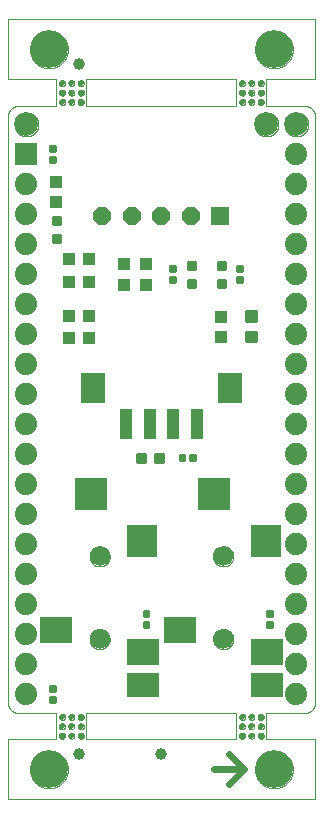
<source format=gts>
G75*
%MOIN*%
%OFA0B0*%
%FSLAX25Y25*%
%IPPOS*%
%LPD*%
%AMOC8*
5,1,8,0,0,1.08239X$1,22.5*
%
%ADD10C,0.00000*%
%ADD11C,0.07874*%
%ADD12C,0.01969*%
%ADD13C,0.12598*%
%ADD14C,0.02400*%
%ADD15R,0.07400X0.07400*%
%ADD16C,0.07400*%
%ADD17C,0.03937*%
%ADD18R,0.11024X0.07874*%
%ADD19R,0.10236X0.11024*%
%ADD20R,0.11024X0.08661*%
%ADD21C,0.06693*%
%ADD22R,0.11024X0.11024*%
%ADD23R,0.05906X0.05906*%
%ADD24OC8,0.05906*%
%ADD25R,0.03937X0.09843*%
%ADD26R,0.07874X0.09843*%
%ADD27C,0.01250*%
%ADD28C,0.00875*%
%ADD29R,0.04331X0.03937*%
%ADD30R,0.03937X0.04331*%
%ADD31C,0.01181*%
D10*
X0045625Y0001000D02*
X0045625Y0021000D01*
X0061875Y0021000D01*
X0061875Y0029750D01*
X0049375Y0029750D01*
X0049255Y0029752D01*
X0049135Y0029758D01*
X0049015Y0029767D01*
X0048895Y0029781D01*
X0048777Y0029798D01*
X0048658Y0029819D01*
X0048541Y0029844D01*
X0048424Y0029873D01*
X0048308Y0029905D01*
X0048193Y0029941D01*
X0048080Y0029981D01*
X0047968Y0030024D01*
X0047857Y0030071D01*
X0047748Y0030121D01*
X0047640Y0030175D01*
X0047535Y0030233D01*
X0047431Y0030293D01*
X0047329Y0030357D01*
X0047230Y0030424D01*
X0047132Y0030495D01*
X0047037Y0030568D01*
X0046944Y0030645D01*
X0046854Y0030724D01*
X0046766Y0030806D01*
X0046681Y0030891D01*
X0046599Y0030979D01*
X0046520Y0031069D01*
X0046443Y0031162D01*
X0046370Y0031257D01*
X0046299Y0031355D01*
X0046232Y0031454D01*
X0046168Y0031556D01*
X0046108Y0031660D01*
X0046050Y0031765D01*
X0045996Y0031873D01*
X0045946Y0031982D01*
X0045899Y0032093D01*
X0045856Y0032205D01*
X0045816Y0032318D01*
X0045780Y0032433D01*
X0045748Y0032549D01*
X0045719Y0032666D01*
X0045694Y0032783D01*
X0045673Y0032902D01*
X0045656Y0033020D01*
X0045642Y0033140D01*
X0045633Y0033260D01*
X0045627Y0033380D01*
X0045625Y0033500D01*
X0045625Y0228500D01*
X0045627Y0228620D01*
X0045633Y0228740D01*
X0045642Y0228860D01*
X0045656Y0228980D01*
X0045673Y0229098D01*
X0045694Y0229217D01*
X0045719Y0229334D01*
X0045748Y0229451D01*
X0045780Y0229567D01*
X0045816Y0229682D01*
X0045856Y0229795D01*
X0045899Y0229907D01*
X0045946Y0230018D01*
X0045996Y0230127D01*
X0046050Y0230235D01*
X0046108Y0230340D01*
X0046168Y0230444D01*
X0046232Y0230546D01*
X0046299Y0230645D01*
X0046370Y0230743D01*
X0046443Y0230838D01*
X0046520Y0230931D01*
X0046599Y0231021D01*
X0046681Y0231109D01*
X0046766Y0231194D01*
X0046854Y0231276D01*
X0046944Y0231355D01*
X0047037Y0231432D01*
X0047132Y0231505D01*
X0047230Y0231576D01*
X0047329Y0231643D01*
X0047431Y0231707D01*
X0047535Y0231767D01*
X0047640Y0231825D01*
X0047748Y0231879D01*
X0047857Y0231929D01*
X0047968Y0231976D01*
X0048080Y0232019D01*
X0048193Y0232059D01*
X0048308Y0232095D01*
X0048424Y0232127D01*
X0048541Y0232156D01*
X0048658Y0232181D01*
X0048777Y0232202D01*
X0048895Y0232219D01*
X0049015Y0232233D01*
X0049135Y0232242D01*
X0049255Y0232248D01*
X0049375Y0232250D01*
X0054375Y0232250D01*
X0061875Y0232250D01*
X0061875Y0241000D01*
X0045625Y0241000D01*
X0045625Y0261000D01*
X0148125Y0261000D01*
X0148125Y0241000D01*
X0131875Y0241000D01*
X0131875Y0232250D01*
X0139375Y0232250D01*
X0144375Y0232250D01*
X0144495Y0232248D01*
X0144615Y0232242D01*
X0144735Y0232233D01*
X0144855Y0232219D01*
X0144973Y0232202D01*
X0145092Y0232181D01*
X0145209Y0232156D01*
X0145326Y0232127D01*
X0145442Y0232095D01*
X0145557Y0232059D01*
X0145670Y0232019D01*
X0145782Y0231976D01*
X0145893Y0231929D01*
X0146002Y0231879D01*
X0146110Y0231825D01*
X0146215Y0231767D01*
X0146319Y0231707D01*
X0146421Y0231643D01*
X0146520Y0231576D01*
X0146618Y0231505D01*
X0146713Y0231432D01*
X0146806Y0231355D01*
X0146896Y0231276D01*
X0146984Y0231194D01*
X0147069Y0231109D01*
X0147151Y0231021D01*
X0147230Y0230931D01*
X0147307Y0230838D01*
X0147380Y0230743D01*
X0147451Y0230645D01*
X0147518Y0230546D01*
X0147582Y0230444D01*
X0147642Y0230340D01*
X0147700Y0230235D01*
X0147754Y0230127D01*
X0147804Y0230018D01*
X0147851Y0229907D01*
X0147894Y0229795D01*
X0147934Y0229682D01*
X0147970Y0229567D01*
X0148002Y0229451D01*
X0148031Y0229334D01*
X0148056Y0229217D01*
X0148077Y0229098D01*
X0148094Y0228980D01*
X0148108Y0228860D01*
X0148117Y0228740D01*
X0148123Y0228620D01*
X0148125Y0228500D01*
X0148125Y0033500D01*
X0148123Y0033380D01*
X0148117Y0033260D01*
X0148108Y0033140D01*
X0148094Y0033020D01*
X0148077Y0032902D01*
X0148056Y0032783D01*
X0148031Y0032666D01*
X0148002Y0032549D01*
X0147970Y0032433D01*
X0147934Y0032318D01*
X0147894Y0032205D01*
X0147851Y0032093D01*
X0147804Y0031982D01*
X0147754Y0031873D01*
X0147700Y0031765D01*
X0147642Y0031660D01*
X0147582Y0031556D01*
X0147518Y0031454D01*
X0147451Y0031355D01*
X0147380Y0031257D01*
X0147307Y0031162D01*
X0147230Y0031069D01*
X0147151Y0030979D01*
X0147069Y0030891D01*
X0146984Y0030806D01*
X0146896Y0030724D01*
X0146806Y0030645D01*
X0146713Y0030568D01*
X0146618Y0030495D01*
X0146520Y0030424D01*
X0146421Y0030357D01*
X0146319Y0030293D01*
X0146215Y0030233D01*
X0146110Y0030175D01*
X0146002Y0030121D01*
X0145893Y0030071D01*
X0145782Y0030024D01*
X0145670Y0029981D01*
X0145557Y0029941D01*
X0145442Y0029905D01*
X0145326Y0029873D01*
X0145209Y0029844D01*
X0145092Y0029819D01*
X0144973Y0029798D01*
X0144855Y0029781D01*
X0144735Y0029767D01*
X0144615Y0029758D01*
X0144495Y0029752D01*
X0144375Y0029750D01*
X0131875Y0029750D01*
X0131875Y0021000D01*
X0148125Y0021000D01*
X0148125Y0001000D01*
X0045625Y0001000D01*
X0053076Y0011000D02*
X0053078Y0011158D01*
X0053084Y0011316D01*
X0053094Y0011474D01*
X0053108Y0011632D01*
X0053126Y0011789D01*
X0053147Y0011946D01*
X0053173Y0012102D01*
X0053203Y0012258D01*
X0053236Y0012413D01*
X0053274Y0012566D01*
X0053315Y0012719D01*
X0053360Y0012871D01*
X0053409Y0013022D01*
X0053462Y0013171D01*
X0053518Y0013319D01*
X0053578Y0013465D01*
X0053642Y0013610D01*
X0053710Y0013753D01*
X0053781Y0013895D01*
X0053855Y0014035D01*
X0053933Y0014172D01*
X0054015Y0014308D01*
X0054099Y0014442D01*
X0054188Y0014573D01*
X0054279Y0014702D01*
X0054374Y0014829D01*
X0054471Y0014954D01*
X0054572Y0015076D01*
X0054676Y0015195D01*
X0054783Y0015312D01*
X0054893Y0015426D01*
X0055006Y0015537D01*
X0055121Y0015646D01*
X0055239Y0015751D01*
X0055360Y0015853D01*
X0055483Y0015953D01*
X0055609Y0016049D01*
X0055737Y0016142D01*
X0055867Y0016232D01*
X0056000Y0016318D01*
X0056135Y0016402D01*
X0056271Y0016481D01*
X0056410Y0016558D01*
X0056551Y0016630D01*
X0056693Y0016700D01*
X0056837Y0016765D01*
X0056983Y0016827D01*
X0057130Y0016885D01*
X0057279Y0016940D01*
X0057429Y0016991D01*
X0057580Y0017038D01*
X0057732Y0017081D01*
X0057885Y0017120D01*
X0058040Y0017156D01*
X0058195Y0017187D01*
X0058351Y0017215D01*
X0058507Y0017239D01*
X0058664Y0017259D01*
X0058822Y0017275D01*
X0058979Y0017287D01*
X0059138Y0017295D01*
X0059296Y0017299D01*
X0059454Y0017299D01*
X0059612Y0017295D01*
X0059771Y0017287D01*
X0059928Y0017275D01*
X0060086Y0017259D01*
X0060243Y0017239D01*
X0060399Y0017215D01*
X0060555Y0017187D01*
X0060710Y0017156D01*
X0060865Y0017120D01*
X0061018Y0017081D01*
X0061170Y0017038D01*
X0061321Y0016991D01*
X0061471Y0016940D01*
X0061620Y0016885D01*
X0061767Y0016827D01*
X0061913Y0016765D01*
X0062057Y0016700D01*
X0062199Y0016630D01*
X0062340Y0016558D01*
X0062479Y0016481D01*
X0062615Y0016402D01*
X0062750Y0016318D01*
X0062883Y0016232D01*
X0063013Y0016142D01*
X0063141Y0016049D01*
X0063267Y0015953D01*
X0063390Y0015853D01*
X0063511Y0015751D01*
X0063629Y0015646D01*
X0063744Y0015537D01*
X0063857Y0015426D01*
X0063967Y0015312D01*
X0064074Y0015195D01*
X0064178Y0015076D01*
X0064279Y0014954D01*
X0064376Y0014829D01*
X0064471Y0014702D01*
X0064562Y0014573D01*
X0064651Y0014442D01*
X0064735Y0014308D01*
X0064817Y0014172D01*
X0064895Y0014035D01*
X0064969Y0013895D01*
X0065040Y0013753D01*
X0065108Y0013610D01*
X0065172Y0013465D01*
X0065232Y0013319D01*
X0065288Y0013171D01*
X0065341Y0013022D01*
X0065390Y0012871D01*
X0065435Y0012719D01*
X0065476Y0012566D01*
X0065514Y0012413D01*
X0065547Y0012258D01*
X0065577Y0012102D01*
X0065603Y0011946D01*
X0065624Y0011789D01*
X0065642Y0011632D01*
X0065656Y0011474D01*
X0065666Y0011316D01*
X0065672Y0011158D01*
X0065674Y0011000D01*
X0065672Y0010842D01*
X0065666Y0010684D01*
X0065656Y0010526D01*
X0065642Y0010368D01*
X0065624Y0010211D01*
X0065603Y0010054D01*
X0065577Y0009898D01*
X0065547Y0009742D01*
X0065514Y0009587D01*
X0065476Y0009434D01*
X0065435Y0009281D01*
X0065390Y0009129D01*
X0065341Y0008978D01*
X0065288Y0008829D01*
X0065232Y0008681D01*
X0065172Y0008535D01*
X0065108Y0008390D01*
X0065040Y0008247D01*
X0064969Y0008105D01*
X0064895Y0007965D01*
X0064817Y0007828D01*
X0064735Y0007692D01*
X0064651Y0007558D01*
X0064562Y0007427D01*
X0064471Y0007298D01*
X0064376Y0007171D01*
X0064279Y0007046D01*
X0064178Y0006924D01*
X0064074Y0006805D01*
X0063967Y0006688D01*
X0063857Y0006574D01*
X0063744Y0006463D01*
X0063629Y0006354D01*
X0063511Y0006249D01*
X0063390Y0006147D01*
X0063267Y0006047D01*
X0063141Y0005951D01*
X0063013Y0005858D01*
X0062883Y0005768D01*
X0062750Y0005682D01*
X0062615Y0005598D01*
X0062479Y0005519D01*
X0062340Y0005442D01*
X0062199Y0005370D01*
X0062057Y0005300D01*
X0061913Y0005235D01*
X0061767Y0005173D01*
X0061620Y0005115D01*
X0061471Y0005060D01*
X0061321Y0005009D01*
X0061170Y0004962D01*
X0061018Y0004919D01*
X0060865Y0004880D01*
X0060710Y0004844D01*
X0060555Y0004813D01*
X0060399Y0004785D01*
X0060243Y0004761D01*
X0060086Y0004741D01*
X0059928Y0004725D01*
X0059771Y0004713D01*
X0059612Y0004705D01*
X0059454Y0004701D01*
X0059296Y0004701D01*
X0059138Y0004705D01*
X0058979Y0004713D01*
X0058822Y0004725D01*
X0058664Y0004741D01*
X0058507Y0004761D01*
X0058351Y0004785D01*
X0058195Y0004813D01*
X0058040Y0004844D01*
X0057885Y0004880D01*
X0057732Y0004919D01*
X0057580Y0004962D01*
X0057429Y0005009D01*
X0057279Y0005060D01*
X0057130Y0005115D01*
X0056983Y0005173D01*
X0056837Y0005235D01*
X0056693Y0005300D01*
X0056551Y0005370D01*
X0056410Y0005442D01*
X0056271Y0005519D01*
X0056135Y0005598D01*
X0056000Y0005682D01*
X0055867Y0005768D01*
X0055737Y0005858D01*
X0055609Y0005951D01*
X0055483Y0006047D01*
X0055360Y0006147D01*
X0055239Y0006249D01*
X0055121Y0006354D01*
X0055006Y0006463D01*
X0054893Y0006574D01*
X0054783Y0006688D01*
X0054676Y0006805D01*
X0054572Y0006924D01*
X0054471Y0007046D01*
X0054374Y0007171D01*
X0054279Y0007298D01*
X0054188Y0007427D01*
X0054099Y0007558D01*
X0054015Y0007692D01*
X0053933Y0007828D01*
X0053855Y0007965D01*
X0053781Y0008105D01*
X0053710Y0008247D01*
X0053642Y0008390D01*
X0053578Y0008535D01*
X0053518Y0008681D01*
X0053462Y0008829D01*
X0053409Y0008978D01*
X0053360Y0009129D01*
X0053315Y0009281D01*
X0053274Y0009434D01*
X0053236Y0009587D01*
X0053203Y0009742D01*
X0053173Y0009898D01*
X0053147Y0010054D01*
X0053126Y0010211D01*
X0053108Y0010368D01*
X0053094Y0010526D01*
X0053084Y0010684D01*
X0053078Y0010842D01*
X0053076Y0011000D01*
X0062766Y0022250D02*
X0062768Y0022312D01*
X0062774Y0022375D01*
X0062784Y0022436D01*
X0062798Y0022497D01*
X0062815Y0022557D01*
X0062836Y0022616D01*
X0062862Y0022673D01*
X0062890Y0022728D01*
X0062922Y0022782D01*
X0062958Y0022833D01*
X0062996Y0022883D01*
X0063038Y0022929D01*
X0063082Y0022973D01*
X0063130Y0023014D01*
X0063179Y0023052D01*
X0063231Y0023086D01*
X0063285Y0023117D01*
X0063341Y0023145D01*
X0063399Y0023169D01*
X0063458Y0023190D01*
X0063518Y0023206D01*
X0063579Y0023219D01*
X0063641Y0023228D01*
X0063703Y0023233D01*
X0063766Y0023234D01*
X0063828Y0023231D01*
X0063890Y0023224D01*
X0063952Y0023213D01*
X0064012Y0023198D01*
X0064072Y0023180D01*
X0064130Y0023158D01*
X0064187Y0023132D01*
X0064242Y0023102D01*
X0064295Y0023069D01*
X0064346Y0023033D01*
X0064394Y0022994D01*
X0064440Y0022951D01*
X0064483Y0022906D01*
X0064523Y0022858D01*
X0064560Y0022808D01*
X0064594Y0022755D01*
X0064625Y0022701D01*
X0064651Y0022645D01*
X0064675Y0022587D01*
X0064694Y0022527D01*
X0064710Y0022467D01*
X0064722Y0022405D01*
X0064730Y0022344D01*
X0064734Y0022281D01*
X0064734Y0022219D01*
X0064730Y0022156D01*
X0064722Y0022095D01*
X0064710Y0022033D01*
X0064694Y0021973D01*
X0064675Y0021913D01*
X0064651Y0021855D01*
X0064625Y0021799D01*
X0064594Y0021745D01*
X0064560Y0021692D01*
X0064523Y0021642D01*
X0064483Y0021594D01*
X0064440Y0021549D01*
X0064394Y0021506D01*
X0064346Y0021467D01*
X0064295Y0021431D01*
X0064242Y0021398D01*
X0064187Y0021368D01*
X0064130Y0021342D01*
X0064072Y0021320D01*
X0064012Y0021302D01*
X0063952Y0021287D01*
X0063890Y0021276D01*
X0063828Y0021269D01*
X0063766Y0021266D01*
X0063703Y0021267D01*
X0063641Y0021272D01*
X0063579Y0021281D01*
X0063518Y0021294D01*
X0063458Y0021310D01*
X0063399Y0021331D01*
X0063341Y0021355D01*
X0063285Y0021383D01*
X0063231Y0021414D01*
X0063179Y0021448D01*
X0063130Y0021486D01*
X0063082Y0021527D01*
X0063038Y0021571D01*
X0062996Y0021617D01*
X0062958Y0021667D01*
X0062922Y0021718D01*
X0062890Y0021772D01*
X0062862Y0021827D01*
X0062836Y0021884D01*
X0062815Y0021943D01*
X0062798Y0022003D01*
X0062784Y0022064D01*
X0062774Y0022125D01*
X0062768Y0022188D01*
X0062766Y0022250D01*
X0062766Y0025375D02*
X0062768Y0025437D01*
X0062774Y0025500D01*
X0062784Y0025561D01*
X0062798Y0025622D01*
X0062815Y0025682D01*
X0062836Y0025741D01*
X0062862Y0025798D01*
X0062890Y0025853D01*
X0062922Y0025907D01*
X0062958Y0025958D01*
X0062996Y0026008D01*
X0063038Y0026054D01*
X0063082Y0026098D01*
X0063130Y0026139D01*
X0063179Y0026177D01*
X0063231Y0026211D01*
X0063285Y0026242D01*
X0063341Y0026270D01*
X0063399Y0026294D01*
X0063458Y0026315D01*
X0063518Y0026331D01*
X0063579Y0026344D01*
X0063641Y0026353D01*
X0063703Y0026358D01*
X0063766Y0026359D01*
X0063828Y0026356D01*
X0063890Y0026349D01*
X0063952Y0026338D01*
X0064012Y0026323D01*
X0064072Y0026305D01*
X0064130Y0026283D01*
X0064187Y0026257D01*
X0064242Y0026227D01*
X0064295Y0026194D01*
X0064346Y0026158D01*
X0064394Y0026119D01*
X0064440Y0026076D01*
X0064483Y0026031D01*
X0064523Y0025983D01*
X0064560Y0025933D01*
X0064594Y0025880D01*
X0064625Y0025826D01*
X0064651Y0025770D01*
X0064675Y0025712D01*
X0064694Y0025652D01*
X0064710Y0025592D01*
X0064722Y0025530D01*
X0064730Y0025469D01*
X0064734Y0025406D01*
X0064734Y0025344D01*
X0064730Y0025281D01*
X0064722Y0025220D01*
X0064710Y0025158D01*
X0064694Y0025098D01*
X0064675Y0025038D01*
X0064651Y0024980D01*
X0064625Y0024924D01*
X0064594Y0024870D01*
X0064560Y0024817D01*
X0064523Y0024767D01*
X0064483Y0024719D01*
X0064440Y0024674D01*
X0064394Y0024631D01*
X0064346Y0024592D01*
X0064295Y0024556D01*
X0064242Y0024523D01*
X0064187Y0024493D01*
X0064130Y0024467D01*
X0064072Y0024445D01*
X0064012Y0024427D01*
X0063952Y0024412D01*
X0063890Y0024401D01*
X0063828Y0024394D01*
X0063766Y0024391D01*
X0063703Y0024392D01*
X0063641Y0024397D01*
X0063579Y0024406D01*
X0063518Y0024419D01*
X0063458Y0024435D01*
X0063399Y0024456D01*
X0063341Y0024480D01*
X0063285Y0024508D01*
X0063231Y0024539D01*
X0063179Y0024573D01*
X0063130Y0024611D01*
X0063082Y0024652D01*
X0063038Y0024696D01*
X0062996Y0024742D01*
X0062958Y0024792D01*
X0062922Y0024843D01*
X0062890Y0024897D01*
X0062862Y0024952D01*
X0062836Y0025009D01*
X0062815Y0025068D01*
X0062798Y0025128D01*
X0062784Y0025189D01*
X0062774Y0025250D01*
X0062768Y0025313D01*
X0062766Y0025375D01*
X0062766Y0028500D02*
X0062768Y0028562D01*
X0062774Y0028625D01*
X0062784Y0028686D01*
X0062798Y0028747D01*
X0062815Y0028807D01*
X0062836Y0028866D01*
X0062862Y0028923D01*
X0062890Y0028978D01*
X0062922Y0029032D01*
X0062958Y0029083D01*
X0062996Y0029133D01*
X0063038Y0029179D01*
X0063082Y0029223D01*
X0063130Y0029264D01*
X0063179Y0029302D01*
X0063231Y0029336D01*
X0063285Y0029367D01*
X0063341Y0029395D01*
X0063399Y0029419D01*
X0063458Y0029440D01*
X0063518Y0029456D01*
X0063579Y0029469D01*
X0063641Y0029478D01*
X0063703Y0029483D01*
X0063766Y0029484D01*
X0063828Y0029481D01*
X0063890Y0029474D01*
X0063952Y0029463D01*
X0064012Y0029448D01*
X0064072Y0029430D01*
X0064130Y0029408D01*
X0064187Y0029382D01*
X0064242Y0029352D01*
X0064295Y0029319D01*
X0064346Y0029283D01*
X0064394Y0029244D01*
X0064440Y0029201D01*
X0064483Y0029156D01*
X0064523Y0029108D01*
X0064560Y0029058D01*
X0064594Y0029005D01*
X0064625Y0028951D01*
X0064651Y0028895D01*
X0064675Y0028837D01*
X0064694Y0028777D01*
X0064710Y0028717D01*
X0064722Y0028655D01*
X0064730Y0028594D01*
X0064734Y0028531D01*
X0064734Y0028469D01*
X0064730Y0028406D01*
X0064722Y0028345D01*
X0064710Y0028283D01*
X0064694Y0028223D01*
X0064675Y0028163D01*
X0064651Y0028105D01*
X0064625Y0028049D01*
X0064594Y0027995D01*
X0064560Y0027942D01*
X0064523Y0027892D01*
X0064483Y0027844D01*
X0064440Y0027799D01*
X0064394Y0027756D01*
X0064346Y0027717D01*
X0064295Y0027681D01*
X0064242Y0027648D01*
X0064187Y0027618D01*
X0064130Y0027592D01*
X0064072Y0027570D01*
X0064012Y0027552D01*
X0063952Y0027537D01*
X0063890Y0027526D01*
X0063828Y0027519D01*
X0063766Y0027516D01*
X0063703Y0027517D01*
X0063641Y0027522D01*
X0063579Y0027531D01*
X0063518Y0027544D01*
X0063458Y0027560D01*
X0063399Y0027581D01*
X0063341Y0027605D01*
X0063285Y0027633D01*
X0063231Y0027664D01*
X0063179Y0027698D01*
X0063130Y0027736D01*
X0063082Y0027777D01*
X0063038Y0027821D01*
X0062996Y0027867D01*
X0062958Y0027917D01*
X0062922Y0027968D01*
X0062890Y0028022D01*
X0062862Y0028077D01*
X0062836Y0028134D01*
X0062815Y0028193D01*
X0062798Y0028253D01*
X0062784Y0028314D01*
X0062774Y0028375D01*
X0062768Y0028438D01*
X0062766Y0028500D01*
X0065891Y0028500D02*
X0065893Y0028562D01*
X0065899Y0028625D01*
X0065909Y0028686D01*
X0065923Y0028747D01*
X0065940Y0028807D01*
X0065961Y0028866D01*
X0065987Y0028923D01*
X0066015Y0028978D01*
X0066047Y0029032D01*
X0066083Y0029083D01*
X0066121Y0029133D01*
X0066163Y0029179D01*
X0066207Y0029223D01*
X0066255Y0029264D01*
X0066304Y0029302D01*
X0066356Y0029336D01*
X0066410Y0029367D01*
X0066466Y0029395D01*
X0066524Y0029419D01*
X0066583Y0029440D01*
X0066643Y0029456D01*
X0066704Y0029469D01*
X0066766Y0029478D01*
X0066828Y0029483D01*
X0066891Y0029484D01*
X0066953Y0029481D01*
X0067015Y0029474D01*
X0067077Y0029463D01*
X0067137Y0029448D01*
X0067197Y0029430D01*
X0067255Y0029408D01*
X0067312Y0029382D01*
X0067367Y0029352D01*
X0067420Y0029319D01*
X0067471Y0029283D01*
X0067519Y0029244D01*
X0067565Y0029201D01*
X0067608Y0029156D01*
X0067648Y0029108D01*
X0067685Y0029058D01*
X0067719Y0029005D01*
X0067750Y0028951D01*
X0067776Y0028895D01*
X0067800Y0028837D01*
X0067819Y0028777D01*
X0067835Y0028717D01*
X0067847Y0028655D01*
X0067855Y0028594D01*
X0067859Y0028531D01*
X0067859Y0028469D01*
X0067855Y0028406D01*
X0067847Y0028345D01*
X0067835Y0028283D01*
X0067819Y0028223D01*
X0067800Y0028163D01*
X0067776Y0028105D01*
X0067750Y0028049D01*
X0067719Y0027995D01*
X0067685Y0027942D01*
X0067648Y0027892D01*
X0067608Y0027844D01*
X0067565Y0027799D01*
X0067519Y0027756D01*
X0067471Y0027717D01*
X0067420Y0027681D01*
X0067367Y0027648D01*
X0067312Y0027618D01*
X0067255Y0027592D01*
X0067197Y0027570D01*
X0067137Y0027552D01*
X0067077Y0027537D01*
X0067015Y0027526D01*
X0066953Y0027519D01*
X0066891Y0027516D01*
X0066828Y0027517D01*
X0066766Y0027522D01*
X0066704Y0027531D01*
X0066643Y0027544D01*
X0066583Y0027560D01*
X0066524Y0027581D01*
X0066466Y0027605D01*
X0066410Y0027633D01*
X0066356Y0027664D01*
X0066304Y0027698D01*
X0066255Y0027736D01*
X0066207Y0027777D01*
X0066163Y0027821D01*
X0066121Y0027867D01*
X0066083Y0027917D01*
X0066047Y0027968D01*
X0066015Y0028022D01*
X0065987Y0028077D01*
X0065961Y0028134D01*
X0065940Y0028193D01*
X0065923Y0028253D01*
X0065909Y0028314D01*
X0065899Y0028375D01*
X0065893Y0028438D01*
X0065891Y0028500D01*
X0065891Y0025375D02*
X0065893Y0025437D01*
X0065899Y0025500D01*
X0065909Y0025561D01*
X0065923Y0025622D01*
X0065940Y0025682D01*
X0065961Y0025741D01*
X0065987Y0025798D01*
X0066015Y0025853D01*
X0066047Y0025907D01*
X0066083Y0025958D01*
X0066121Y0026008D01*
X0066163Y0026054D01*
X0066207Y0026098D01*
X0066255Y0026139D01*
X0066304Y0026177D01*
X0066356Y0026211D01*
X0066410Y0026242D01*
X0066466Y0026270D01*
X0066524Y0026294D01*
X0066583Y0026315D01*
X0066643Y0026331D01*
X0066704Y0026344D01*
X0066766Y0026353D01*
X0066828Y0026358D01*
X0066891Y0026359D01*
X0066953Y0026356D01*
X0067015Y0026349D01*
X0067077Y0026338D01*
X0067137Y0026323D01*
X0067197Y0026305D01*
X0067255Y0026283D01*
X0067312Y0026257D01*
X0067367Y0026227D01*
X0067420Y0026194D01*
X0067471Y0026158D01*
X0067519Y0026119D01*
X0067565Y0026076D01*
X0067608Y0026031D01*
X0067648Y0025983D01*
X0067685Y0025933D01*
X0067719Y0025880D01*
X0067750Y0025826D01*
X0067776Y0025770D01*
X0067800Y0025712D01*
X0067819Y0025652D01*
X0067835Y0025592D01*
X0067847Y0025530D01*
X0067855Y0025469D01*
X0067859Y0025406D01*
X0067859Y0025344D01*
X0067855Y0025281D01*
X0067847Y0025220D01*
X0067835Y0025158D01*
X0067819Y0025098D01*
X0067800Y0025038D01*
X0067776Y0024980D01*
X0067750Y0024924D01*
X0067719Y0024870D01*
X0067685Y0024817D01*
X0067648Y0024767D01*
X0067608Y0024719D01*
X0067565Y0024674D01*
X0067519Y0024631D01*
X0067471Y0024592D01*
X0067420Y0024556D01*
X0067367Y0024523D01*
X0067312Y0024493D01*
X0067255Y0024467D01*
X0067197Y0024445D01*
X0067137Y0024427D01*
X0067077Y0024412D01*
X0067015Y0024401D01*
X0066953Y0024394D01*
X0066891Y0024391D01*
X0066828Y0024392D01*
X0066766Y0024397D01*
X0066704Y0024406D01*
X0066643Y0024419D01*
X0066583Y0024435D01*
X0066524Y0024456D01*
X0066466Y0024480D01*
X0066410Y0024508D01*
X0066356Y0024539D01*
X0066304Y0024573D01*
X0066255Y0024611D01*
X0066207Y0024652D01*
X0066163Y0024696D01*
X0066121Y0024742D01*
X0066083Y0024792D01*
X0066047Y0024843D01*
X0066015Y0024897D01*
X0065987Y0024952D01*
X0065961Y0025009D01*
X0065940Y0025068D01*
X0065923Y0025128D01*
X0065909Y0025189D01*
X0065899Y0025250D01*
X0065893Y0025313D01*
X0065891Y0025375D01*
X0065891Y0022250D02*
X0065893Y0022312D01*
X0065899Y0022375D01*
X0065909Y0022436D01*
X0065923Y0022497D01*
X0065940Y0022557D01*
X0065961Y0022616D01*
X0065987Y0022673D01*
X0066015Y0022728D01*
X0066047Y0022782D01*
X0066083Y0022833D01*
X0066121Y0022883D01*
X0066163Y0022929D01*
X0066207Y0022973D01*
X0066255Y0023014D01*
X0066304Y0023052D01*
X0066356Y0023086D01*
X0066410Y0023117D01*
X0066466Y0023145D01*
X0066524Y0023169D01*
X0066583Y0023190D01*
X0066643Y0023206D01*
X0066704Y0023219D01*
X0066766Y0023228D01*
X0066828Y0023233D01*
X0066891Y0023234D01*
X0066953Y0023231D01*
X0067015Y0023224D01*
X0067077Y0023213D01*
X0067137Y0023198D01*
X0067197Y0023180D01*
X0067255Y0023158D01*
X0067312Y0023132D01*
X0067367Y0023102D01*
X0067420Y0023069D01*
X0067471Y0023033D01*
X0067519Y0022994D01*
X0067565Y0022951D01*
X0067608Y0022906D01*
X0067648Y0022858D01*
X0067685Y0022808D01*
X0067719Y0022755D01*
X0067750Y0022701D01*
X0067776Y0022645D01*
X0067800Y0022587D01*
X0067819Y0022527D01*
X0067835Y0022467D01*
X0067847Y0022405D01*
X0067855Y0022344D01*
X0067859Y0022281D01*
X0067859Y0022219D01*
X0067855Y0022156D01*
X0067847Y0022095D01*
X0067835Y0022033D01*
X0067819Y0021973D01*
X0067800Y0021913D01*
X0067776Y0021855D01*
X0067750Y0021799D01*
X0067719Y0021745D01*
X0067685Y0021692D01*
X0067648Y0021642D01*
X0067608Y0021594D01*
X0067565Y0021549D01*
X0067519Y0021506D01*
X0067471Y0021467D01*
X0067420Y0021431D01*
X0067367Y0021398D01*
X0067312Y0021368D01*
X0067255Y0021342D01*
X0067197Y0021320D01*
X0067137Y0021302D01*
X0067077Y0021287D01*
X0067015Y0021276D01*
X0066953Y0021269D01*
X0066891Y0021266D01*
X0066828Y0021267D01*
X0066766Y0021272D01*
X0066704Y0021281D01*
X0066643Y0021294D01*
X0066583Y0021310D01*
X0066524Y0021331D01*
X0066466Y0021355D01*
X0066410Y0021383D01*
X0066356Y0021414D01*
X0066304Y0021448D01*
X0066255Y0021486D01*
X0066207Y0021527D01*
X0066163Y0021571D01*
X0066121Y0021617D01*
X0066083Y0021667D01*
X0066047Y0021718D01*
X0066015Y0021772D01*
X0065987Y0021827D01*
X0065961Y0021884D01*
X0065940Y0021943D01*
X0065923Y0022003D01*
X0065909Y0022064D01*
X0065899Y0022125D01*
X0065893Y0022188D01*
X0065891Y0022250D01*
X0069016Y0022250D02*
X0069018Y0022312D01*
X0069024Y0022375D01*
X0069034Y0022436D01*
X0069048Y0022497D01*
X0069065Y0022557D01*
X0069086Y0022616D01*
X0069112Y0022673D01*
X0069140Y0022728D01*
X0069172Y0022782D01*
X0069208Y0022833D01*
X0069246Y0022883D01*
X0069288Y0022929D01*
X0069332Y0022973D01*
X0069380Y0023014D01*
X0069429Y0023052D01*
X0069481Y0023086D01*
X0069535Y0023117D01*
X0069591Y0023145D01*
X0069649Y0023169D01*
X0069708Y0023190D01*
X0069768Y0023206D01*
X0069829Y0023219D01*
X0069891Y0023228D01*
X0069953Y0023233D01*
X0070016Y0023234D01*
X0070078Y0023231D01*
X0070140Y0023224D01*
X0070202Y0023213D01*
X0070262Y0023198D01*
X0070322Y0023180D01*
X0070380Y0023158D01*
X0070437Y0023132D01*
X0070492Y0023102D01*
X0070545Y0023069D01*
X0070596Y0023033D01*
X0070644Y0022994D01*
X0070690Y0022951D01*
X0070733Y0022906D01*
X0070773Y0022858D01*
X0070810Y0022808D01*
X0070844Y0022755D01*
X0070875Y0022701D01*
X0070901Y0022645D01*
X0070925Y0022587D01*
X0070944Y0022527D01*
X0070960Y0022467D01*
X0070972Y0022405D01*
X0070980Y0022344D01*
X0070984Y0022281D01*
X0070984Y0022219D01*
X0070980Y0022156D01*
X0070972Y0022095D01*
X0070960Y0022033D01*
X0070944Y0021973D01*
X0070925Y0021913D01*
X0070901Y0021855D01*
X0070875Y0021799D01*
X0070844Y0021745D01*
X0070810Y0021692D01*
X0070773Y0021642D01*
X0070733Y0021594D01*
X0070690Y0021549D01*
X0070644Y0021506D01*
X0070596Y0021467D01*
X0070545Y0021431D01*
X0070492Y0021398D01*
X0070437Y0021368D01*
X0070380Y0021342D01*
X0070322Y0021320D01*
X0070262Y0021302D01*
X0070202Y0021287D01*
X0070140Y0021276D01*
X0070078Y0021269D01*
X0070016Y0021266D01*
X0069953Y0021267D01*
X0069891Y0021272D01*
X0069829Y0021281D01*
X0069768Y0021294D01*
X0069708Y0021310D01*
X0069649Y0021331D01*
X0069591Y0021355D01*
X0069535Y0021383D01*
X0069481Y0021414D01*
X0069429Y0021448D01*
X0069380Y0021486D01*
X0069332Y0021527D01*
X0069288Y0021571D01*
X0069246Y0021617D01*
X0069208Y0021667D01*
X0069172Y0021718D01*
X0069140Y0021772D01*
X0069112Y0021827D01*
X0069086Y0021884D01*
X0069065Y0021943D01*
X0069048Y0022003D01*
X0069034Y0022064D01*
X0069024Y0022125D01*
X0069018Y0022188D01*
X0069016Y0022250D01*
X0069016Y0025375D02*
X0069018Y0025437D01*
X0069024Y0025500D01*
X0069034Y0025561D01*
X0069048Y0025622D01*
X0069065Y0025682D01*
X0069086Y0025741D01*
X0069112Y0025798D01*
X0069140Y0025853D01*
X0069172Y0025907D01*
X0069208Y0025958D01*
X0069246Y0026008D01*
X0069288Y0026054D01*
X0069332Y0026098D01*
X0069380Y0026139D01*
X0069429Y0026177D01*
X0069481Y0026211D01*
X0069535Y0026242D01*
X0069591Y0026270D01*
X0069649Y0026294D01*
X0069708Y0026315D01*
X0069768Y0026331D01*
X0069829Y0026344D01*
X0069891Y0026353D01*
X0069953Y0026358D01*
X0070016Y0026359D01*
X0070078Y0026356D01*
X0070140Y0026349D01*
X0070202Y0026338D01*
X0070262Y0026323D01*
X0070322Y0026305D01*
X0070380Y0026283D01*
X0070437Y0026257D01*
X0070492Y0026227D01*
X0070545Y0026194D01*
X0070596Y0026158D01*
X0070644Y0026119D01*
X0070690Y0026076D01*
X0070733Y0026031D01*
X0070773Y0025983D01*
X0070810Y0025933D01*
X0070844Y0025880D01*
X0070875Y0025826D01*
X0070901Y0025770D01*
X0070925Y0025712D01*
X0070944Y0025652D01*
X0070960Y0025592D01*
X0070972Y0025530D01*
X0070980Y0025469D01*
X0070984Y0025406D01*
X0070984Y0025344D01*
X0070980Y0025281D01*
X0070972Y0025220D01*
X0070960Y0025158D01*
X0070944Y0025098D01*
X0070925Y0025038D01*
X0070901Y0024980D01*
X0070875Y0024924D01*
X0070844Y0024870D01*
X0070810Y0024817D01*
X0070773Y0024767D01*
X0070733Y0024719D01*
X0070690Y0024674D01*
X0070644Y0024631D01*
X0070596Y0024592D01*
X0070545Y0024556D01*
X0070492Y0024523D01*
X0070437Y0024493D01*
X0070380Y0024467D01*
X0070322Y0024445D01*
X0070262Y0024427D01*
X0070202Y0024412D01*
X0070140Y0024401D01*
X0070078Y0024394D01*
X0070016Y0024391D01*
X0069953Y0024392D01*
X0069891Y0024397D01*
X0069829Y0024406D01*
X0069768Y0024419D01*
X0069708Y0024435D01*
X0069649Y0024456D01*
X0069591Y0024480D01*
X0069535Y0024508D01*
X0069481Y0024539D01*
X0069429Y0024573D01*
X0069380Y0024611D01*
X0069332Y0024652D01*
X0069288Y0024696D01*
X0069246Y0024742D01*
X0069208Y0024792D01*
X0069172Y0024843D01*
X0069140Y0024897D01*
X0069112Y0024952D01*
X0069086Y0025009D01*
X0069065Y0025068D01*
X0069048Y0025128D01*
X0069034Y0025189D01*
X0069024Y0025250D01*
X0069018Y0025313D01*
X0069016Y0025375D01*
X0069016Y0028500D02*
X0069018Y0028562D01*
X0069024Y0028625D01*
X0069034Y0028686D01*
X0069048Y0028747D01*
X0069065Y0028807D01*
X0069086Y0028866D01*
X0069112Y0028923D01*
X0069140Y0028978D01*
X0069172Y0029032D01*
X0069208Y0029083D01*
X0069246Y0029133D01*
X0069288Y0029179D01*
X0069332Y0029223D01*
X0069380Y0029264D01*
X0069429Y0029302D01*
X0069481Y0029336D01*
X0069535Y0029367D01*
X0069591Y0029395D01*
X0069649Y0029419D01*
X0069708Y0029440D01*
X0069768Y0029456D01*
X0069829Y0029469D01*
X0069891Y0029478D01*
X0069953Y0029483D01*
X0070016Y0029484D01*
X0070078Y0029481D01*
X0070140Y0029474D01*
X0070202Y0029463D01*
X0070262Y0029448D01*
X0070322Y0029430D01*
X0070380Y0029408D01*
X0070437Y0029382D01*
X0070492Y0029352D01*
X0070545Y0029319D01*
X0070596Y0029283D01*
X0070644Y0029244D01*
X0070690Y0029201D01*
X0070733Y0029156D01*
X0070773Y0029108D01*
X0070810Y0029058D01*
X0070844Y0029005D01*
X0070875Y0028951D01*
X0070901Y0028895D01*
X0070925Y0028837D01*
X0070944Y0028777D01*
X0070960Y0028717D01*
X0070972Y0028655D01*
X0070980Y0028594D01*
X0070984Y0028531D01*
X0070984Y0028469D01*
X0070980Y0028406D01*
X0070972Y0028345D01*
X0070960Y0028283D01*
X0070944Y0028223D01*
X0070925Y0028163D01*
X0070901Y0028105D01*
X0070875Y0028049D01*
X0070844Y0027995D01*
X0070810Y0027942D01*
X0070773Y0027892D01*
X0070733Y0027844D01*
X0070690Y0027799D01*
X0070644Y0027756D01*
X0070596Y0027717D01*
X0070545Y0027681D01*
X0070492Y0027648D01*
X0070437Y0027618D01*
X0070380Y0027592D01*
X0070322Y0027570D01*
X0070262Y0027552D01*
X0070202Y0027537D01*
X0070140Y0027526D01*
X0070078Y0027519D01*
X0070016Y0027516D01*
X0069953Y0027517D01*
X0069891Y0027522D01*
X0069829Y0027531D01*
X0069768Y0027544D01*
X0069708Y0027560D01*
X0069649Y0027581D01*
X0069591Y0027605D01*
X0069535Y0027633D01*
X0069481Y0027664D01*
X0069429Y0027698D01*
X0069380Y0027736D01*
X0069332Y0027777D01*
X0069288Y0027821D01*
X0069246Y0027867D01*
X0069208Y0027917D01*
X0069172Y0027968D01*
X0069140Y0028022D01*
X0069112Y0028077D01*
X0069086Y0028134D01*
X0069065Y0028193D01*
X0069048Y0028253D01*
X0069034Y0028314D01*
X0069024Y0028375D01*
X0069018Y0028438D01*
X0069016Y0028500D01*
X0071875Y0029750D02*
X0071875Y0021000D01*
X0121875Y0021000D01*
X0121875Y0029750D01*
X0071875Y0029750D01*
X0072904Y0054455D02*
X0072906Y0054570D01*
X0072912Y0054686D01*
X0072922Y0054801D01*
X0072936Y0054916D01*
X0072954Y0055030D01*
X0072976Y0055143D01*
X0073001Y0055256D01*
X0073031Y0055367D01*
X0073064Y0055478D01*
X0073101Y0055587D01*
X0073142Y0055695D01*
X0073187Y0055802D01*
X0073235Y0055907D01*
X0073287Y0056010D01*
X0073343Y0056111D01*
X0073402Y0056211D01*
X0073464Y0056308D01*
X0073530Y0056403D01*
X0073598Y0056496D01*
X0073670Y0056586D01*
X0073745Y0056674D01*
X0073824Y0056759D01*
X0073905Y0056841D01*
X0073988Y0056921D01*
X0074075Y0056997D01*
X0074164Y0057071D01*
X0074255Y0057141D01*
X0074349Y0057209D01*
X0074445Y0057273D01*
X0074544Y0057333D01*
X0074644Y0057390D01*
X0074746Y0057444D01*
X0074850Y0057494D01*
X0074956Y0057541D01*
X0075063Y0057584D01*
X0075172Y0057623D01*
X0075282Y0057658D01*
X0075393Y0057689D01*
X0075505Y0057717D01*
X0075618Y0057741D01*
X0075732Y0057761D01*
X0075847Y0057777D01*
X0075962Y0057789D01*
X0076077Y0057797D01*
X0076192Y0057801D01*
X0076308Y0057801D01*
X0076423Y0057797D01*
X0076538Y0057789D01*
X0076653Y0057777D01*
X0076768Y0057761D01*
X0076882Y0057741D01*
X0076995Y0057717D01*
X0077107Y0057689D01*
X0077218Y0057658D01*
X0077328Y0057623D01*
X0077437Y0057584D01*
X0077544Y0057541D01*
X0077650Y0057494D01*
X0077754Y0057444D01*
X0077856Y0057390D01*
X0077956Y0057333D01*
X0078055Y0057273D01*
X0078151Y0057209D01*
X0078245Y0057141D01*
X0078336Y0057071D01*
X0078425Y0056997D01*
X0078512Y0056921D01*
X0078595Y0056841D01*
X0078676Y0056759D01*
X0078755Y0056674D01*
X0078830Y0056586D01*
X0078902Y0056496D01*
X0078970Y0056403D01*
X0079036Y0056308D01*
X0079098Y0056211D01*
X0079157Y0056111D01*
X0079213Y0056010D01*
X0079265Y0055907D01*
X0079313Y0055802D01*
X0079358Y0055695D01*
X0079399Y0055587D01*
X0079436Y0055478D01*
X0079469Y0055367D01*
X0079499Y0055256D01*
X0079524Y0055143D01*
X0079546Y0055030D01*
X0079564Y0054916D01*
X0079578Y0054801D01*
X0079588Y0054686D01*
X0079594Y0054570D01*
X0079596Y0054455D01*
X0079594Y0054340D01*
X0079588Y0054224D01*
X0079578Y0054109D01*
X0079564Y0053994D01*
X0079546Y0053880D01*
X0079524Y0053767D01*
X0079499Y0053654D01*
X0079469Y0053543D01*
X0079436Y0053432D01*
X0079399Y0053323D01*
X0079358Y0053215D01*
X0079313Y0053108D01*
X0079265Y0053003D01*
X0079213Y0052900D01*
X0079157Y0052799D01*
X0079098Y0052699D01*
X0079036Y0052602D01*
X0078970Y0052507D01*
X0078902Y0052414D01*
X0078830Y0052324D01*
X0078755Y0052236D01*
X0078676Y0052151D01*
X0078595Y0052069D01*
X0078512Y0051989D01*
X0078425Y0051913D01*
X0078336Y0051839D01*
X0078245Y0051769D01*
X0078151Y0051701D01*
X0078055Y0051637D01*
X0077956Y0051577D01*
X0077856Y0051520D01*
X0077754Y0051466D01*
X0077650Y0051416D01*
X0077544Y0051369D01*
X0077437Y0051326D01*
X0077328Y0051287D01*
X0077218Y0051252D01*
X0077107Y0051221D01*
X0076995Y0051193D01*
X0076882Y0051169D01*
X0076768Y0051149D01*
X0076653Y0051133D01*
X0076538Y0051121D01*
X0076423Y0051113D01*
X0076308Y0051109D01*
X0076192Y0051109D01*
X0076077Y0051113D01*
X0075962Y0051121D01*
X0075847Y0051133D01*
X0075732Y0051149D01*
X0075618Y0051169D01*
X0075505Y0051193D01*
X0075393Y0051221D01*
X0075282Y0051252D01*
X0075172Y0051287D01*
X0075063Y0051326D01*
X0074956Y0051369D01*
X0074850Y0051416D01*
X0074746Y0051466D01*
X0074644Y0051520D01*
X0074544Y0051577D01*
X0074445Y0051637D01*
X0074349Y0051701D01*
X0074255Y0051769D01*
X0074164Y0051839D01*
X0074075Y0051913D01*
X0073988Y0051989D01*
X0073905Y0052069D01*
X0073824Y0052151D01*
X0073745Y0052236D01*
X0073670Y0052324D01*
X0073598Y0052414D01*
X0073530Y0052507D01*
X0073464Y0052602D01*
X0073402Y0052699D01*
X0073343Y0052799D01*
X0073287Y0052900D01*
X0073235Y0053003D01*
X0073187Y0053108D01*
X0073142Y0053215D01*
X0073101Y0053323D01*
X0073064Y0053432D01*
X0073031Y0053543D01*
X0073001Y0053654D01*
X0072976Y0053767D01*
X0072954Y0053880D01*
X0072936Y0053994D01*
X0072922Y0054109D01*
X0072912Y0054224D01*
X0072906Y0054340D01*
X0072904Y0054455D01*
X0072904Y0082014D02*
X0072906Y0082129D01*
X0072912Y0082245D01*
X0072922Y0082360D01*
X0072936Y0082475D01*
X0072954Y0082589D01*
X0072976Y0082702D01*
X0073001Y0082815D01*
X0073031Y0082926D01*
X0073064Y0083037D01*
X0073101Y0083146D01*
X0073142Y0083254D01*
X0073187Y0083361D01*
X0073235Y0083466D01*
X0073287Y0083569D01*
X0073343Y0083670D01*
X0073402Y0083770D01*
X0073464Y0083867D01*
X0073530Y0083962D01*
X0073598Y0084055D01*
X0073670Y0084145D01*
X0073745Y0084233D01*
X0073824Y0084318D01*
X0073905Y0084400D01*
X0073988Y0084480D01*
X0074075Y0084556D01*
X0074164Y0084630D01*
X0074255Y0084700D01*
X0074349Y0084768D01*
X0074445Y0084832D01*
X0074544Y0084892D01*
X0074644Y0084949D01*
X0074746Y0085003D01*
X0074850Y0085053D01*
X0074956Y0085100D01*
X0075063Y0085143D01*
X0075172Y0085182D01*
X0075282Y0085217D01*
X0075393Y0085248D01*
X0075505Y0085276D01*
X0075618Y0085300D01*
X0075732Y0085320D01*
X0075847Y0085336D01*
X0075962Y0085348D01*
X0076077Y0085356D01*
X0076192Y0085360D01*
X0076308Y0085360D01*
X0076423Y0085356D01*
X0076538Y0085348D01*
X0076653Y0085336D01*
X0076768Y0085320D01*
X0076882Y0085300D01*
X0076995Y0085276D01*
X0077107Y0085248D01*
X0077218Y0085217D01*
X0077328Y0085182D01*
X0077437Y0085143D01*
X0077544Y0085100D01*
X0077650Y0085053D01*
X0077754Y0085003D01*
X0077856Y0084949D01*
X0077956Y0084892D01*
X0078055Y0084832D01*
X0078151Y0084768D01*
X0078245Y0084700D01*
X0078336Y0084630D01*
X0078425Y0084556D01*
X0078512Y0084480D01*
X0078595Y0084400D01*
X0078676Y0084318D01*
X0078755Y0084233D01*
X0078830Y0084145D01*
X0078902Y0084055D01*
X0078970Y0083962D01*
X0079036Y0083867D01*
X0079098Y0083770D01*
X0079157Y0083670D01*
X0079213Y0083569D01*
X0079265Y0083466D01*
X0079313Y0083361D01*
X0079358Y0083254D01*
X0079399Y0083146D01*
X0079436Y0083037D01*
X0079469Y0082926D01*
X0079499Y0082815D01*
X0079524Y0082702D01*
X0079546Y0082589D01*
X0079564Y0082475D01*
X0079578Y0082360D01*
X0079588Y0082245D01*
X0079594Y0082129D01*
X0079596Y0082014D01*
X0079594Y0081899D01*
X0079588Y0081783D01*
X0079578Y0081668D01*
X0079564Y0081553D01*
X0079546Y0081439D01*
X0079524Y0081326D01*
X0079499Y0081213D01*
X0079469Y0081102D01*
X0079436Y0080991D01*
X0079399Y0080882D01*
X0079358Y0080774D01*
X0079313Y0080667D01*
X0079265Y0080562D01*
X0079213Y0080459D01*
X0079157Y0080358D01*
X0079098Y0080258D01*
X0079036Y0080161D01*
X0078970Y0080066D01*
X0078902Y0079973D01*
X0078830Y0079883D01*
X0078755Y0079795D01*
X0078676Y0079710D01*
X0078595Y0079628D01*
X0078512Y0079548D01*
X0078425Y0079472D01*
X0078336Y0079398D01*
X0078245Y0079328D01*
X0078151Y0079260D01*
X0078055Y0079196D01*
X0077956Y0079136D01*
X0077856Y0079079D01*
X0077754Y0079025D01*
X0077650Y0078975D01*
X0077544Y0078928D01*
X0077437Y0078885D01*
X0077328Y0078846D01*
X0077218Y0078811D01*
X0077107Y0078780D01*
X0076995Y0078752D01*
X0076882Y0078728D01*
X0076768Y0078708D01*
X0076653Y0078692D01*
X0076538Y0078680D01*
X0076423Y0078672D01*
X0076308Y0078668D01*
X0076192Y0078668D01*
X0076077Y0078672D01*
X0075962Y0078680D01*
X0075847Y0078692D01*
X0075732Y0078708D01*
X0075618Y0078728D01*
X0075505Y0078752D01*
X0075393Y0078780D01*
X0075282Y0078811D01*
X0075172Y0078846D01*
X0075063Y0078885D01*
X0074956Y0078928D01*
X0074850Y0078975D01*
X0074746Y0079025D01*
X0074644Y0079079D01*
X0074544Y0079136D01*
X0074445Y0079196D01*
X0074349Y0079260D01*
X0074255Y0079328D01*
X0074164Y0079398D01*
X0074075Y0079472D01*
X0073988Y0079548D01*
X0073905Y0079628D01*
X0073824Y0079710D01*
X0073745Y0079795D01*
X0073670Y0079883D01*
X0073598Y0079973D01*
X0073530Y0080066D01*
X0073464Y0080161D01*
X0073402Y0080258D01*
X0073343Y0080358D01*
X0073287Y0080459D01*
X0073235Y0080562D01*
X0073187Y0080667D01*
X0073142Y0080774D01*
X0073101Y0080882D01*
X0073064Y0080991D01*
X0073031Y0081102D01*
X0073001Y0081213D01*
X0072976Y0081326D01*
X0072954Y0081439D01*
X0072936Y0081553D01*
X0072922Y0081668D01*
X0072912Y0081783D01*
X0072906Y0081899D01*
X0072904Y0082014D01*
X0114154Y0082014D02*
X0114156Y0082129D01*
X0114162Y0082245D01*
X0114172Y0082360D01*
X0114186Y0082475D01*
X0114204Y0082589D01*
X0114226Y0082702D01*
X0114251Y0082815D01*
X0114281Y0082926D01*
X0114314Y0083037D01*
X0114351Y0083146D01*
X0114392Y0083254D01*
X0114437Y0083361D01*
X0114485Y0083466D01*
X0114537Y0083569D01*
X0114593Y0083670D01*
X0114652Y0083770D01*
X0114714Y0083867D01*
X0114780Y0083962D01*
X0114848Y0084055D01*
X0114920Y0084145D01*
X0114995Y0084233D01*
X0115074Y0084318D01*
X0115155Y0084400D01*
X0115238Y0084480D01*
X0115325Y0084556D01*
X0115414Y0084630D01*
X0115505Y0084700D01*
X0115599Y0084768D01*
X0115695Y0084832D01*
X0115794Y0084892D01*
X0115894Y0084949D01*
X0115996Y0085003D01*
X0116100Y0085053D01*
X0116206Y0085100D01*
X0116313Y0085143D01*
X0116422Y0085182D01*
X0116532Y0085217D01*
X0116643Y0085248D01*
X0116755Y0085276D01*
X0116868Y0085300D01*
X0116982Y0085320D01*
X0117097Y0085336D01*
X0117212Y0085348D01*
X0117327Y0085356D01*
X0117442Y0085360D01*
X0117558Y0085360D01*
X0117673Y0085356D01*
X0117788Y0085348D01*
X0117903Y0085336D01*
X0118018Y0085320D01*
X0118132Y0085300D01*
X0118245Y0085276D01*
X0118357Y0085248D01*
X0118468Y0085217D01*
X0118578Y0085182D01*
X0118687Y0085143D01*
X0118794Y0085100D01*
X0118900Y0085053D01*
X0119004Y0085003D01*
X0119106Y0084949D01*
X0119206Y0084892D01*
X0119305Y0084832D01*
X0119401Y0084768D01*
X0119495Y0084700D01*
X0119586Y0084630D01*
X0119675Y0084556D01*
X0119762Y0084480D01*
X0119845Y0084400D01*
X0119926Y0084318D01*
X0120005Y0084233D01*
X0120080Y0084145D01*
X0120152Y0084055D01*
X0120220Y0083962D01*
X0120286Y0083867D01*
X0120348Y0083770D01*
X0120407Y0083670D01*
X0120463Y0083569D01*
X0120515Y0083466D01*
X0120563Y0083361D01*
X0120608Y0083254D01*
X0120649Y0083146D01*
X0120686Y0083037D01*
X0120719Y0082926D01*
X0120749Y0082815D01*
X0120774Y0082702D01*
X0120796Y0082589D01*
X0120814Y0082475D01*
X0120828Y0082360D01*
X0120838Y0082245D01*
X0120844Y0082129D01*
X0120846Y0082014D01*
X0120844Y0081899D01*
X0120838Y0081783D01*
X0120828Y0081668D01*
X0120814Y0081553D01*
X0120796Y0081439D01*
X0120774Y0081326D01*
X0120749Y0081213D01*
X0120719Y0081102D01*
X0120686Y0080991D01*
X0120649Y0080882D01*
X0120608Y0080774D01*
X0120563Y0080667D01*
X0120515Y0080562D01*
X0120463Y0080459D01*
X0120407Y0080358D01*
X0120348Y0080258D01*
X0120286Y0080161D01*
X0120220Y0080066D01*
X0120152Y0079973D01*
X0120080Y0079883D01*
X0120005Y0079795D01*
X0119926Y0079710D01*
X0119845Y0079628D01*
X0119762Y0079548D01*
X0119675Y0079472D01*
X0119586Y0079398D01*
X0119495Y0079328D01*
X0119401Y0079260D01*
X0119305Y0079196D01*
X0119206Y0079136D01*
X0119106Y0079079D01*
X0119004Y0079025D01*
X0118900Y0078975D01*
X0118794Y0078928D01*
X0118687Y0078885D01*
X0118578Y0078846D01*
X0118468Y0078811D01*
X0118357Y0078780D01*
X0118245Y0078752D01*
X0118132Y0078728D01*
X0118018Y0078708D01*
X0117903Y0078692D01*
X0117788Y0078680D01*
X0117673Y0078672D01*
X0117558Y0078668D01*
X0117442Y0078668D01*
X0117327Y0078672D01*
X0117212Y0078680D01*
X0117097Y0078692D01*
X0116982Y0078708D01*
X0116868Y0078728D01*
X0116755Y0078752D01*
X0116643Y0078780D01*
X0116532Y0078811D01*
X0116422Y0078846D01*
X0116313Y0078885D01*
X0116206Y0078928D01*
X0116100Y0078975D01*
X0115996Y0079025D01*
X0115894Y0079079D01*
X0115794Y0079136D01*
X0115695Y0079196D01*
X0115599Y0079260D01*
X0115505Y0079328D01*
X0115414Y0079398D01*
X0115325Y0079472D01*
X0115238Y0079548D01*
X0115155Y0079628D01*
X0115074Y0079710D01*
X0114995Y0079795D01*
X0114920Y0079883D01*
X0114848Y0079973D01*
X0114780Y0080066D01*
X0114714Y0080161D01*
X0114652Y0080258D01*
X0114593Y0080358D01*
X0114537Y0080459D01*
X0114485Y0080562D01*
X0114437Y0080667D01*
X0114392Y0080774D01*
X0114351Y0080882D01*
X0114314Y0080991D01*
X0114281Y0081102D01*
X0114251Y0081213D01*
X0114226Y0081326D01*
X0114204Y0081439D01*
X0114186Y0081553D01*
X0114172Y0081668D01*
X0114162Y0081783D01*
X0114156Y0081899D01*
X0114154Y0082014D01*
X0114154Y0054455D02*
X0114156Y0054570D01*
X0114162Y0054686D01*
X0114172Y0054801D01*
X0114186Y0054916D01*
X0114204Y0055030D01*
X0114226Y0055143D01*
X0114251Y0055256D01*
X0114281Y0055367D01*
X0114314Y0055478D01*
X0114351Y0055587D01*
X0114392Y0055695D01*
X0114437Y0055802D01*
X0114485Y0055907D01*
X0114537Y0056010D01*
X0114593Y0056111D01*
X0114652Y0056211D01*
X0114714Y0056308D01*
X0114780Y0056403D01*
X0114848Y0056496D01*
X0114920Y0056586D01*
X0114995Y0056674D01*
X0115074Y0056759D01*
X0115155Y0056841D01*
X0115238Y0056921D01*
X0115325Y0056997D01*
X0115414Y0057071D01*
X0115505Y0057141D01*
X0115599Y0057209D01*
X0115695Y0057273D01*
X0115794Y0057333D01*
X0115894Y0057390D01*
X0115996Y0057444D01*
X0116100Y0057494D01*
X0116206Y0057541D01*
X0116313Y0057584D01*
X0116422Y0057623D01*
X0116532Y0057658D01*
X0116643Y0057689D01*
X0116755Y0057717D01*
X0116868Y0057741D01*
X0116982Y0057761D01*
X0117097Y0057777D01*
X0117212Y0057789D01*
X0117327Y0057797D01*
X0117442Y0057801D01*
X0117558Y0057801D01*
X0117673Y0057797D01*
X0117788Y0057789D01*
X0117903Y0057777D01*
X0118018Y0057761D01*
X0118132Y0057741D01*
X0118245Y0057717D01*
X0118357Y0057689D01*
X0118468Y0057658D01*
X0118578Y0057623D01*
X0118687Y0057584D01*
X0118794Y0057541D01*
X0118900Y0057494D01*
X0119004Y0057444D01*
X0119106Y0057390D01*
X0119206Y0057333D01*
X0119305Y0057273D01*
X0119401Y0057209D01*
X0119495Y0057141D01*
X0119586Y0057071D01*
X0119675Y0056997D01*
X0119762Y0056921D01*
X0119845Y0056841D01*
X0119926Y0056759D01*
X0120005Y0056674D01*
X0120080Y0056586D01*
X0120152Y0056496D01*
X0120220Y0056403D01*
X0120286Y0056308D01*
X0120348Y0056211D01*
X0120407Y0056111D01*
X0120463Y0056010D01*
X0120515Y0055907D01*
X0120563Y0055802D01*
X0120608Y0055695D01*
X0120649Y0055587D01*
X0120686Y0055478D01*
X0120719Y0055367D01*
X0120749Y0055256D01*
X0120774Y0055143D01*
X0120796Y0055030D01*
X0120814Y0054916D01*
X0120828Y0054801D01*
X0120838Y0054686D01*
X0120844Y0054570D01*
X0120846Y0054455D01*
X0120844Y0054340D01*
X0120838Y0054224D01*
X0120828Y0054109D01*
X0120814Y0053994D01*
X0120796Y0053880D01*
X0120774Y0053767D01*
X0120749Y0053654D01*
X0120719Y0053543D01*
X0120686Y0053432D01*
X0120649Y0053323D01*
X0120608Y0053215D01*
X0120563Y0053108D01*
X0120515Y0053003D01*
X0120463Y0052900D01*
X0120407Y0052799D01*
X0120348Y0052699D01*
X0120286Y0052602D01*
X0120220Y0052507D01*
X0120152Y0052414D01*
X0120080Y0052324D01*
X0120005Y0052236D01*
X0119926Y0052151D01*
X0119845Y0052069D01*
X0119762Y0051989D01*
X0119675Y0051913D01*
X0119586Y0051839D01*
X0119495Y0051769D01*
X0119401Y0051701D01*
X0119305Y0051637D01*
X0119206Y0051577D01*
X0119106Y0051520D01*
X0119004Y0051466D01*
X0118900Y0051416D01*
X0118794Y0051369D01*
X0118687Y0051326D01*
X0118578Y0051287D01*
X0118468Y0051252D01*
X0118357Y0051221D01*
X0118245Y0051193D01*
X0118132Y0051169D01*
X0118018Y0051149D01*
X0117903Y0051133D01*
X0117788Y0051121D01*
X0117673Y0051113D01*
X0117558Y0051109D01*
X0117442Y0051109D01*
X0117327Y0051113D01*
X0117212Y0051121D01*
X0117097Y0051133D01*
X0116982Y0051149D01*
X0116868Y0051169D01*
X0116755Y0051193D01*
X0116643Y0051221D01*
X0116532Y0051252D01*
X0116422Y0051287D01*
X0116313Y0051326D01*
X0116206Y0051369D01*
X0116100Y0051416D01*
X0115996Y0051466D01*
X0115894Y0051520D01*
X0115794Y0051577D01*
X0115695Y0051637D01*
X0115599Y0051701D01*
X0115505Y0051769D01*
X0115414Y0051839D01*
X0115325Y0051913D01*
X0115238Y0051989D01*
X0115155Y0052069D01*
X0115074Y0052151D01*
X0114995Y0052236D01*
X0114920Y0052324D01*
X0114848Y0052414D01*
X0114780Y0052507D01*
X0114714Y0052602D01*
X0114652Y0052699D01*
X0114593Y0052799D01*
X0114537Y0052900D01*
X0114485Y0053003D01*
X0114437Y0053108D01*
X0114392Y0053215D01*
X0114351Y0053323D01*
X0114314Y0053432D01*
X0114281Y0053543D01*
X0114251Y0053654D01*
X0114226Y0053767D01*
X0114204Y0053880D01*
X0114186Y0053994D01*
X0114172Y0054109D01*
X0114162Y0054224D01*
X0114156Y0054340D01*
X0114154Y0054455D01*
X0122766Y0028500D02*
X0122768Y0028562D01*
X0122774Y0028625D01*
X0122784Y0028686D01*
X0122798Y0028747D01*
X0122815Y0028807D01*
X0122836Y0028866D01*
X0122862Y0028923D01*
X0122890Y0028978D01*
X0122922Y0029032D01*
X0122958Y0029083D01*
X0122996Y0029133D01*
X0123038Y0029179D01*
X0123082Y0029223D01*
X0123130Y0029264D01*
X0123179Y0029302D01*
X0123231Y0029336D01*
X0123285Y0029367D01*
X0123341Y0029395D01*
X0123399Y0029419D01*
X0123458Y0029440D01*
X0123518Y0029456D01*
X0123579Y0029469D01*
X0123641Y0029478D01*
X0123703Y0029483D01*
X0123766Y0029484D01*
X0123828Y0029481D01*
X0123890Y0029474D01*
X0123952Y0029463D01*
X0124012Y0029448D01*
X0124072Y0029430D01*
X0124130Y0029408D01*
X0124187Y0029382D01*
X0124242Y0029352D01*
X0124295Y0029319D01*
X0124346Y0029283D01*
X0124394Y0029244D01*
X0124440Y0029201D01*
X0124483Y0029156D01*
X0124523Y0029108D01*
X0124560Y0029058D01*
X0124594Y0029005D01*
X0124625Y0028951D01*
X0124651Y0028895D01*
X0124675Y0028837D01*
X0124694Y0028777D01*
X0124710Y0028717D01*
X0124722Y0028655D01*
X0124730Y0028594D01*
X0124734Y0028531D01*
X0124734Y0028469D01*
X0124730Y0028406D01*
X0124722Y0028345D01*
X0124710Y0028283D01*
X0124694Y0028223D01*
X0124675Y0028163D01*
X0124651Y0028105D01*
X0124625Y0028049D01*
X0124594Y0027995D01*
X0124560Y0027942D01*
X0124523Y0027892D01*
X0124483Y0027844D01*
X0124440Y0027799D01*
X0124394Y0027756D01*
X0124346Y0027717D01*
X0124295Y0027681D01*
X0124242Y0027648D01*
X0124187Y0027618D01*
X0124130Y0027592D01*
X0124072Y0027570D01*
X0124012Y0027552D01*
X0123952Y0027537D01*
X0123890Y0027526D01*
X0123828Y0027519D01*
X0123766Y0027516D01*
X0123703Y0027517D01*
X0123641Y0027522D01*
X0123579Y0027531D01*
X0123518Y0027544D01*
X0123458Y0027560D01*
X0123399Y0027581D01*
X0123341Y0027605D01*
X0123285Y0027633D01*
X0123231Y0027664D01*
X0123179Y0027698D01*
X0123130Y0027736D01*
X0123082Y0027777D01*
X0123038Y0027821D01*
X0122996Y0027867D01*
X0122958Y0027917D01*
X0122922Y0027968D01*
X0122890Y0028022D01*
X0122862Y0028077D01*
X0122836Y0028134D01*
X0122815Y0028193D01*
X0122798Y0028253D01*
X0122784Y0028314D01*
X0122774Y0028375D01*
X0122768Y0028438D01*
X0122766Y0028500D01*
X0122766Y0025375D02*
X0122768Y0025437D01*
X0122774Y0025500D01*
X0122784Y0025561D01*
X0122798Y0025622D01*
X0122815Y0025682D01*
X0122836Y0025741D01*
X0122862Y0025798D01*
X0122890Y0025853D01*
X0122922Y0025907D01*
X0122958Y0025958D01*
X0122996Y0026008D01*
X0123038Y0026054D01*
X0123082Y0026098D01*
X0123130Y0026139D01*
X0123179Y0026177D01*
X0123231Y0026211D01*
X0123285Y0026242D01*
X0123341Y0026270D01*
X0123399Y0026294D01*
X0123458Y0026315D01*
X0123518Y0026331D01*
X0123579Y0026344D01*
X0123641Y0026353D01*
X0123703Y0026358D01*
X0123766Y0026359D01*
X0123828Y0026356D01*
X0123890Y0026349D01*
X0123952Y0026338D01*
X0124012Y0026323D01*
X0124072Y0026305D01*
X0124130Y0026283D01*
X0124187Y0026257D01*
X0124242Y0026227D01*
X0124295Y0026194D01*
X0124346Y0026158D01*
X0124394Y0026119D01*
X0124440Y0026076D01*
X0124483Y0026031D01*
X0124523Y0025983D01*
X0124560Y0025933D01*
X0124594Y0025880D01*
X0124625Y0025826D01*
X0124651Y0025770D01*
X0124675Y0025712D01*
X0124694Y0025652D01*
X0124710Y0025592D01*
X0124722Y0025530D01*
X0124730Y0025469D01*
X0124734Y0025406D01*
X0124734Y0025344D01*
X0124730Y0025281D01*
X0124722Y0025220D01*
X0124710Y0025158D01*
X0124694Y0025098D01*
X0124675Y0025038D01*
X0124651Y0024980D01*
X0124625Y0024924D01*
X0124594Y0024870D01*
X0124560Y0024817D01*
X0124523Y0024767D01*
X0124483Y0024719D01*
X0124440Y0024674D01*
X0124394Y0024631D01*
X0124346Y0024592D01*
X0124295Y0024556D01*
X0124242Y0024523D01*
X0124187Y0024493D01*
X0124130Y0024467D01*
X0124072Y0024445D01*
X0124012Y0024427D01*
X0123952Y0024412D01*
X0123890Y0024401D01*
X0123828Y0024394D01*
X0123766Y0024391D01*
X0123703Y0024392D01*
X0123641Y0024397D01*
X0123579Y0024406D01*
X0123518Y0024419D01*
X0123458Y0024435D01*
X0123399Y0024456D01*
X0123341Y0024480D01*
X0123285Y0024508D01*
X0123231Y0024539D01*
X0123179Y0024573D01*
X0123130Y0024611D01*
X0123082Y0024652D01*
X0123038Y0024696D01*
X0122996Y0024742D01*
X0122958Y0024792D01*
X0122922Y0024843D01*
X0122890Y0024897D01*
X0122862Y0024952D01*
X0122836Y0025009D01*
X0122815Y0025068D01*
X0122798Y0025128D01*
X0122784Y0025189D01*
X0122774Y0025250D01*
X0122768Y0025313D01*
X0122766Y0025375D01*
X0122766Y0022250D02*
X0122768Y0022312D01*
X0122774Y0022375D01*
X0122784Y0022436D01*
X0122798Y0022497D01*
X0122815Y0022557D01*
X0122836Y0022616D01*
X0122862Y0022673D01*
X0122890Y0022728D01*
X0122922Y0022782D01*
X0122958Y0022833D01*
X0122996Y0022883D01*
X0123038Y0022929D01*
X0123082Y0022973D01*
X0123130Y0023014D01*
X0123179Y0023052D01*
X0123231Y0023086D01*
X0123285Y0023117D01*
X0123341Y0023145D01*
X0123399Y0023169D01*
X0123458Y0023190D01*
X0123518Y0023206D01*
X0123579Y0023219D01*
X0123641Y0023228D01*
X0123703Y0023233D01*
X0123766Y0023234D01*
X0123828Y0023231D01*
X0123890Y0023224D01*
X0123952Y0023213D01*
X0124012Y0023198D01*
X0124072Y0023180D01*
X0124130Y0023158D01*
X0124187Y0023132D01*
X0124242Y0023102D01*
X0124295Y0023069D01*
X0124346Y0023033D01*
X0124394Y0022994D01*
X0124440Y0022951D01*
X0124483Y0022906D01*
X0124523Y0022858D01*
X0124560Y0022808D01*
X0124594Y0022755D01*
X0124625Y0022701D01*
X0124651Y0022645D01*
X0124675Y0022587D01*
X0124694Y0022527D01*
X0124710Y0022467D01*
X0124722Y0022405D01*
X0124730Y0022344D01*
X0124734Y0022281D01*
X0124734Y0022219D01*
X0124730Y0022156D01*
X0124722Y0022095D01*
X0124710Y0022033D01*
X0124694Y0021973D01*
X0124675Y0021913D01*
X0124651Y0021855D01*
X0124625Y0021799D01*
X0124594Y0021745D01*
X0124560Y0021692D01*
X0124523Y0021642D01*
X0124483Y0021594D01*
X0124440Y0021549D01*
X0124394Y0021506D01*
X0124346Y0021467D01*
X0124295Y0021431D01*
X0124242Y0021398D01*
X0124187Y0021368D01*
X0124130Y0021342D01*
X0124072Y0021320D01*
X0124012Y0021302D01*
X0123952Y0021287D01*
X0123890Y0021276D01*
X0123828Y0021269D01*
X0123766Y0021266D01*
X0123703Y0021267D01*
X0123641Y0021272D01*
X0123579Y0021281D01*
X0123518Y0021294D01*
X0123458Y0021310D01*
X0123399Y0021331D01*
X0123341Y0021355D01*
X0123285Y0021383D01*
X0123231Y0021414D01*
X0123179Y0021448D01*
X0123130Y0021486D01*
X0123082Y0021527D01*
X0123038Y0021571D01*
X0122996Y0021617D01*
X0122958Y0021667D01*
X0122922Y0021718D01*
X0122890Y0021772D01*
X0122862Y0021827D01*
X0122836Y0021884D01*
X0122815Y0021943D01*
X0122798Y0022003D01*
X0122784Y0022064D01*
X0122774Y0022125D01*
X0122768Y0022188D01*
X0122766Y0022250D01*
X0125891Y0022250D02*
X0125893Y0022312D01*
X0125899Y0022375D01*
X0125909Y0022436D01*
X0125923Y0022497D01*
X0125940Y0022557D01*
X0125961Y0022616D01*
X0125987Y0022673D01*
X0126015Y0022728D01*
X0126047Y0022782D01*
X0126083Y0022833D01*
X0126121Y0022883D01*
X0126163Y0022929D01*
X0126207Y0022973D01*
X0126255Y0023014D01*
X0126304Y0023052D01*
X0126356Y0023086D01*
X0126410Y0023117D01*
X0126466Y0023145D01*
X0126524Y0023169D01*
X0126583Y0023190D01*
X0126643Y0023206D01*
X0126704Y0023219D01*
X0126766Y0023228D01*
X0126828Y0023233D01*
X0126891Y0023234D01*
X0126953Y0023231D01*
X0127015Y0023224D01*
X0127077Y0023213D01*
X0127137Y0023198D01*
X0127197Y0023180D01*
X0127255Y0023158D01*
X0127312Y0023132D01*
X0127367Y0023102D01*
X0127420Y0023069D01*
X0127471Y0023033D01*
X0127519Y0022994D01*
X0127565Y0022951D01*
X0127608Y0022906D01*
X0127648Y0022858D01*
X0127685Y0022808D01*
X0127719Y0022755D01*
X0127750Y0022701D01*
X0127776Y0022645D01*
X0127800Y0022587D01*
X0127819Y0022527D01*
X0127835Y0022467D01*
X0127847Y0022405D01*
X0127855Y0022344D01*
X0127859Y0022281D01*
X0127859Y0022219D01*
X0127855Y0022156D01*
X0127847Y0022095D01*
X0127835Y0022033D01*
X0127819Y0021973D01*
X0127800Y0021913D01*
X0127776Y0021855D01*
X0127750Y0021799D01*
X0127719Y0021745D01*
X0127685Y0021692D01*
X0127648Y0021642D01*
X0127608Y0021594D01*
X0127565Y0021549D01*
X0127519Y0021506D01*
X0127471Y0021467D01*
X0127420Y0021431D01*
X0127367Y0021398D01*
X0127312Y0021368D01*
X0127255Y0021342D01*
X0127197Y0021320D01*
X0127137Y0021302D01*
X0127077Y0021287D01*
X0127015Y0021276D01*
X0126953Y0021269D01*
X0126891Y0021266D01*
X0126828Y0021267D01*
X0126766Y0021272D01*
X0126704Y0021281D01*
X0126643Y0021294D01*
X0126583Y0021310D01*
X0126524Y0021331D01*
X0126466Y0021355D01*
X0126410Y0021383D01*
X0126356Y0021414D01*
X0126304Y0021448D01*
X0126255Y0021486D01*
X0126207Y0021527D01*
X0126163Y0021571D01*
X0126121Y0021617D01*
X0126083Y0021667D01*
X0126047Y0021718D01*
X0126015Y0021772D01*
X0125987Y0021827D01*
X0125961Y0021884D01*
X0125940Y0021943D01*
X0125923Y0022003D01*
X0125909Y0022064D01*
X0125899Y0022125D01*
X0125893Y0022188D01*
X0125891Y0022250D01*
X0125891Y0025375D02*
X0125893Y0025437D01*
X0125899Y0025500D01*
X0125909Y0025561D01*
X0125923Y0025622D01*
X0125940Y0025682D01*
X0125961Y0025741D01*
X0125987Y0025798D01*
X0126015Y0025853D01*
X0126047Y0025907D01*
X0126083Y0025958D01*
X0126121Y0026008D01*
X0126163Y0026054D01*
X0126207Y0026098D01*
X0126255Y0026139D01*
X0126304Y0026177D01*
X0126356Y0026211D01*
X0126410Y0026242D01*
X0126466Y0026270D01*
X0126524Y0026294D01*
X0126583Y0026315D01*
X0126643Y0026331D01*
X0126704Y0026344D01*
X0126766Y0026353D01*
X0126828Y0026358D01*
X0126891Y0026359D01*
X0126953Y0026356D01*
X0127015Y0026349D01*
X0127077Y0026338D01*
X0127137Y0026323D01*
X0127197Y0026305D01*
X0127255Y0026283D01*
X0127312Y0026257D01*
X0127367Y0026227D01*
X0127420Y0026194D01*
X0127471Y0026158D01*
X0127519Y0026119D01*
X0127565Y0026076D01*
X0127608Y0026031D01*
X0127648Y0025983D01*
X0127685Y0025933D01*
X0127719Y0025880D01*
X0127750Y0025826D01*
X0127776Y0025770D01*
X0127800Y0025712D01*
X0127819Y0025652D01*
X0127835Y0025592D01*
X0127847Y0025530D01*
X0127855Y0025469D01*
X0127859Y0025406D01*
X0127859Y0025344D01*
X0127855Y0025281D01*
X0127847Y0025220D01*
X0127835Y0025158D01*
X0127819Y0025098D01*
X0127800Y0025038D01*
X0127776Y0024980D01*
X0127750Y0024924D01*
X0127719Y0024870D01*
X0127685Y0024817D01*
X0127648Y0024767D01*
X0127608Y0024719D01*
X0127565Y0024674D01*
X0127519Y0024631D01*
X0127471Y0024592D01*
X0127420Y0024556D01*
X0127367Y0024523D01*
X0127312Y0024493D01*
X0127255Y0024467D01*
X0127197Y0024445D01*
X0127137Y0024427D01*
X0127077Y0024412D01*
X0127015Y0024401D01*
X0126953Y0024394D01*
X0126891Y0024391D01*
X0126828Y0024392D01*
X0126766Y0024397D01*
X0126704Y0024406D01*
X0126643Y0024419D01*
X0126583Y0024435D01*
X0126524Y0024456D01*
X0126466Y0024480D01*
X0126410Y0024508D01*
X0126356Y0024539D01*
X0126304Y0024573D01*
X0126255Y0024611D01*
X0126207Y0024652D01*
X0126163Y0024696D01*
X0126121Y0024742D01*
X0126083Y0024792D01*
X0126047Y0024843D01*
X0126015Y0024897D01*
X0125987Y0024952D01*
X0125961Y0025009D01*
X0125940Y0025068D01*
X0125923Y0025128D01*
X0125909Y0025189D01*
X0125899Y0025250D01*
X0125893Y0025313D01*
X0125891Y0025375D01*
X0125891Y0028500D02*
X0125893Y0028562D01*
X0125899Y0028625D01*
X0125909Y0028686D01*
X0125923Y0028747D01*
X0125940Y0028807D01*
X0125961Y0028866D01*
X0125987Y0028923D01*
X0126015Y0028978D01*
X0126047Y0029032D01*
X0126083Y0029083D01*
X0126121Y0029133D01*
X0126163Y0029179D01*
X0126207Y0029223D01*
X0126255Y0029264D01*
X0126304Y0029302D01*
X0126356Y0029336D01*
X0126410Y0029367D01*
X0126466Y0029395D01*
X0126524Y0029419D01*
X0126583Y0029440D01*
X0126643Y0029456D01*
X0126704Y0029469D01*
X0126766Y0029478D01*
X0126828Y0029483D01*
X0126891Y0029484D01*
X0126953Y0029481D01*
X0127015Y0029474D01*
X0127077Y0029463D01*
X0127137Y0029448D01*
X0127197Y0029430D01*
X0127255Y0029408D01*
X0127312Y0029382D01*
X0127367Y0029352D01*
X0127420Y0029319D01*
X0127471Y0029283D01*
X0127519Y0029244D01*
X0127565Y0029201D01*
X0127608Y0029156D01*
X0127648Y0029108D01*
X0127685Y0029058D01*
X0127719Y0029005D01*
X0127750Y0028951D01*
X0127776Y0028895D01*
X0127800Y0028837D01*
X0127819Y0028777D01*
X0127835Y0028717D01*
X0127847Y0028655D01*
X0127855Y0028594D01*
X0127859Y0028531D01*
X0127859Y0028469D01*
X0127855Y0028406D01*
X0127847Y0028345D01*
X0127835Y0028283D01*
X0127819Y0028223D01*
X0127800Y0028163D01*
X0127776Y0028105D01*
X0127750Y0028049D01*
X0127719Y0027995D01*
X0127685Y0027942D01*
X0127648Y0027892D01*
X0127608Y0027844D01*
X0127565Y0027799D01*
X0127519Y0027756D01*
X0127471Y0027717D01*
X0127420Y0027681D01*
X0127367Y0027648D01*
X0127312Y0027618D01*
X0127255Y0027592D01*
X0127197Y0027570D01*
X0127137Y0027552D01*
X0127077Y0027537D01*
X0127015Y0027526D01*
X0126953Y0027519D01*
X0126891Y0027516D01*
X0126828Y0027517D01*
X0126766Y0027522D01*
X0126704Y0027531D01*
X0126643Y0027544D01*
X0126583Y0027560D01*
X0126524Y0027581D01*
X0126466Y0027605D01*
X0126410Y0027633D01*
X0126356Y0027664D01*
X0126304Y0027698D01*
X0126255Y0027736D01*
X0126207Y0027777D01*
X0126163Y0027821D01*
X0126121Y0027867D01*
X0126083Y0027917D01*
X0126047Y0027968D01*
X0126015Y0028022D01*
X0125987Y0028077D01*
X0125961Y0028134D01*
X0125940Y0028193D01*
X0125923Y0028253D01*
X0125909Y0028314D01*
X0125899Y0028375D01*
X0125893Y0028438D01*
X0125891Y0028500D01*
X0129016Y0028500D02*
X0129018Y0028562D01*
X0129024Y0028625D01*
X0129034Y0028686D01*
X0129048Y0028747D01*
X0129065Y0028807D01*
X0129086Y0028866D01*
X0129112Y0028923D01*
X0129140Y0028978D01*
X0129172Y0029032D01*
X0129208Y0029083D01*
X0129246Y0029133D01*
X0129288Y0029179D01*
X0129332Y0029223D01*
X0129380Y0029264D01*
X0129429Y0029302D01*
X0129481Y0029336D01*
X0129535Y0029367D01*
X0129591Y0029395D01*
X0129649Y0029419D01*
X0129708Y0029440D01*
X0129768Y0029456D01*
X0129829Y0029469D01*
X0129891Y0029478D01*
X0129953Y0029483D01*
X0130016Y0029484D01*
X0130078Y0029481D01*
X0130140Y0029474D01*
X0130202Y0029463D01*
X0130262Y0029448D01*
X0130322Y0029430D01*
X0130380Y0029408D01*
X0130437Y0029382D01*
X0130492Y0029352D01*
X0130545Y0029319D01*
X0130596Y0029283D01*
X0130644Y0029244D01*
X0130690Y0029201D01*
X0130733Y0029156D01*
X0130773Y0029108D01*
X0130810Y0029058D01*
X0130844Y0029005D01*
X0130875Y0028951D01*
X0130901Y0028895D01*
X0130925Y0028837D01*
X0130944Y0028777D01*
X0130960Y0028717D01*
X0130972Y0028655D01*
X0130980Y0028594D01*
X0130984Y0028531D01*
X0130984Y0028469D01*
X0130980Y0028406D01*
X0130972Y0028345D01*
X0130960Y0028283D01*
X0130944Y0028223D01*
X0130925Y0028163D01*
X0130901Y0028105D01*
X0130875Y0028049D01*
X0130844Y0027995D01*
X0130810Y0027942D01*
X0130773Y0027892D01*
X0130733Y0027844D01*
X0130690Y0027799D01*
X0130644Y0027756D01*
X0130596Y0027717D01*
X0130545Y0027681D01*
X0130492Y0027648D01*
X0130437Y0027618D01*
X0130380Y0027592D01*
X0130322Y0027570D01*
X0130262Y0027552D01*
X0130202Y0027537D01*
X0130140Y0027526D01*
X0130078Y0027519D01*
X0130016Y0027516D01*
X0129953Y0027517D01*
X0129891Y0027522D01*
X0129829Y0027531D01*
X0129768Y0027544D01*
X0129708Y0027560D01*
X0129649Y0027581D01*
X0129591Y0027605D01*
X0129535Y0027633D01*
X0129481Y0027664D01*
X0129429Y0027698D01*
X0129380Y0027736D01*
X0129332Y0027777D01*
X0129288Y0027821D01*
X0129246Y0027867D01*
X0129208Y0027917D01*
X0129172Y0027968D01*
X0129140Y0028022D01*
X0129112Y0028077D01*
X0129086Y0028134D01*
X0129065Y0028193D01*
X0129048Y0028253D01*
X0129034Y0028314D01*
X0129024Y0028375D01*
X0129018Y0028438D01*
X0129016Y0028500D01*
X0129016Y0025375D02*
X0129018Y0025437D01*
X0129024Y0025500D01*
X0129034Y0025561D01*
X0129048Y0025622D01*
X0129065Y0025682D01*
X0129086Y0025741D01*
X0129112Y0025798D01*
X0129140Y0025853D01*
X0129172Y0025907D01*
X0129208Y0025958D01*
X0129246Y0026008D01*
X0129288Y0026054D01*
X0129332Y0026098D01*
X0129380Y0026139D01*
X0129429Y0026177D01*
X0129481Y0026211D01*
X0129535Y0026242D01*
X0129591Y0026270D01*
X0129649Y0026294D01*
X0129708Y0026315D01*
X0129768Y0026331D01*
X0129829Y0026344D01*
X0129891Y0026353D01*
X0129953Y0026358D01*
X0130016Y0026359D01*
X0130078Y0026356D01*
X0130140Y0026349D01*
X0130202Y0026338D01*
X0130262Y0026323D01*
X0130322Y0026305D01*
X0130380Y0026283D01*
X0130437Y0026257D01*
X0130492Y0026227D01*
X0130545Y0026194D01*
X0130596Y0026158D01*
X0130644Y0026119D01*
X0130690Y0026076D01*
X0130733Y0026031D01*
X0130773Y0025983D01*
X0130810Y0025933D01*
X0130844Y0025880D01*
X0130875Y0025826D01*
X0130901Y0025770D01*
X0130925Y0025712D01*
X0130944Y0025652D01*
X0130960Y0025592D01*
X0130972Y0025530D01*
X0130980Y0025469D01*
X0130984Y0025406D01*
X0130984Y0025344D01*
X0130980Y0025281D01*
X0130972Y0025220D01*
X0130960Y0025158D01*
X0130944Y0025098D01*
X0130925Y0025038D01*
X0130901Y0024980D01*
X0130875Y0024924D01*
X0130844Y0024870D01*
X0130810Y0024817D01*
X0130773Y0024767D01*
X0130733Y0024719D01*
X0130690Y0024674D01*
X0130644Y0024631D01*
X0130596Y0024592D01*
X0130545Y0024556D01*
X0130492Y0024523D01*
X0130437Y0024493D01*
X0130380Y0024467D01*
X0130322Y0024445D01*
X0130262Y0024427D01*
X0130202Y0024412D01*
X0130140Y0024401D01*
X0130078Y0024394D01*
X0130016Y0024391D01*
X0129953Y0024392D01*
X0129891Y0024397D01*
X0129829Y0024406D01*
X0129768Y0024419D01*
X0129708Y0024435D01*
X0129649Y0024456D01*
X0129591Y0024480D01*
X0129535Y0024508D01*
X0129481Y0024539D01*
X0129429Y0024573D01*
X0129380Y0024611D01*
X0129332Y0024652D01*
X0129288Y0024696D01*
X0129246Y0024742D01*
X0129208Y0024792D01*
X0129172Y0024843D01*
X0129140Y0024897D01*
X0129112Y0024952D01*
X0129086Y0025009D01*
X0129065Y0025068D01*
X0129048Y0025128D01*
X0129034Y0025189D01*
X0129024Y0025250D01*
X0129018Y0025313D01*
X0129016Y0025375D01*
X0129016Y0022250D02*
X0129018Y0022312D01*
X0129024Y0022375D01*
X0129034Y0022436D01*
X0129048Y0022497D01*
X0129065Y0022557D01*
X0129086Y0022616D01*
X0129112Y0022673D01*
X0129140Y0022728D01*
X0129172Y0022782D01*
X0129208Y0022833D01*
X0129246Y0022883D01*
X0129288Y0022929D01*
X0129332Y0022973D01*
X0129380Y0023014D01*
X0129429Y0023052D01*
X0129481Y0023086D01*
X0129535Y0023117D01*
X0129591Y0023145D01*
X0129649Y0023169D01*
X0129708Y0023190D01*
X0129768Y0023206D01*
X0129829Y0023219D01*
X0129891Y0023228D01*
X0129953Y0023233D01*
X0130016Y0023234D01*
X0130078Y0023231D01*
X0130140Y0023224D01*
X0130202Y0023213D01*
X0130262Y0023198D01*
X0130322Y0023180D01*
X0130380Y0023158D01*
X0130437Y0023132D01*
X0130492Y0023102D01*
X0130545Y0023069D01*
X0130596Y0023033D01*
X0130644Y0022994D01*
X0130690Y0022951D01*
X0130733Y0022906D01*
X0130773Y0022858D01*
X0130810Y0022808D01*
X0130844Y0022755D01*
X0130875Y0022701D01*
X0130901Y0022645D01*
X0130925Y0022587D01*
X0130944Y0022527D01*
X0130960Y0022467D01*
X0130972Y0022405D01*
X0130980Y0022344D01*
X0130984Y0022281D01*
X0130984Y0022219D01*
X0130980Y0022156D01*
X0130972Y0022095D01*
X0130960Y0022033D01*
X0130944Y0021973D01*
X0130925Y0021913D01*
X0130901Y0021855D01*
X0130875Y0021799D01*
X0130844Y0021745D01*
X0130810Y0021692D01*
X0130773Y0021642D01*
X0130733Y0021594D01*
X0130690Y0021549D01*
X0130644Y0021506D01*
X0130596Y0021467D01*
X0130545Y0021431D01*
X0130492Y0021398D01*
X0130437Y0021368D01*
X0130380Y0021342D01*
X0130322Y0021320D01*
X0130262Y0021302D01*
X0130202Y0021287D01*
X0130140Y0021276D01*
X0130078Y0021269D01*
X0130016Y0021266D01*
X0129953Y0021267D01*
X0129891Y0021272D01*
X0129829Y0021281D01*
X0129768Y0021294D01*
X0129708Y0021310D01*
X0129649Y0021331D01*
X0129591Y0021355D01*
X0129535Y0021383D01*
X0129481Y0021414D01*
X0129429Y0021448D01*
X0129380Y0021486D01*
X0129332Y0021527D01*
X0129288Y0021571D01*
X0129246Y0021617D01*
X0129208Y0021667D01*
X0129172Y0021718D01*
X0129140Y0021772D01*
X0129112Y0021827D01*
X0129086Y0021884D01*
X0129065Y0021943D01*
X0129048Y0022003D01*
X0129034Y0022064D01*
X0129024Y0022125D01*
X0129018Y0022188D01*
X0129016Y0022250D01*
X0128076Y0011000D02*
X0128078Y0011158D01*
X0128084Y0011316D01*
X0128094Y0011474D01*
X0128108Y0011632D01*
X0128126Y0011789D01*
X0128147Y0011946D01*
X0128173Y0012102D01*
X0128203Y0012258D01*
X0128236Y0012413D01*
X0128274Y0012566D01*
X0128315Y0012719D01*
X0128360Y0012871D01*
X0128409Y0013022D01*
X0128462Y0013171D01*
X0128518Y0013319D01*
X0128578Y0013465D01*
X0128642Y0013610D01*
X0128710Y0013753D01*
X0128781Y0013895D01*
X0128855Y0014035D01*
X0128933Y0014172D01*
X0129015Y0014308D01*
X0129099Y0014442D01*
X0129188Y0014573D01*
X0129279Y0014702D01*
X0129374Y0014829D01*
X0129471Y0014954D01*
X0129572Y0015076D01*
X0129676Y0015195D01*
X0129783Y0015312D01*
X0129893Y0015426D01*
X0130006Y0015537D01*
X0130121Y0015646D01*
X0130239Y0015751D01*
X0130360Y0015853D01*
X0130483Y0015953D01*
X0130609Y0016049D01*
X0130737Y0016142D01*
X0130867Y0016232D01*
X0131000Y0016318D01*
X0131135Y0016402D01*
X0131271Y0016481D01*
X0131410Y0016558D01*
X0131551Y0016630D01*
X0131693Y0016700D01*
X0131837Y0016765D01*
X0131983Y0016827D01*
X0132130Y0016885D01*
X0132279Y0016940D01*
X0132429Y0016991D01*
X0132580Y0017038D01*
X0132732Y0017081D01*
X0132885Y0017120D01*
X0133040Y0017156D01*
X0133195Y0017187D01*
X0133351Y0017215D01*
X0133507Y0017239D01*
X0133664Y0017259D01*
X0133822Y0017275D01*
X0133979Y0017287D01*
X0134138Y0017295D01*
X0134296Y0017299D01*
X0134454Y0017299D01*
X0134612Y0017295D01*
X0134771Y0017287D01*
X0134928Y0017275D01*
X0135086Y0017259D01*
X0135243Y0017239D01*
X0135399Y0017215D01*
X0135555Y0017187D01*
X0135710Y0017156D01*
X0135865Y0017120D01*
X0136018Y0017081D01*
X0136170Y0017038D01*
X0136321Y0016991D01*
X0136471Y0016940D01*
X0136620Y0016885D01*
X0136767Y0016827D01*
X0136913Y0016765D01*
X0137057Y0016700D01*
X0137199Y0016630D01*
X0137340Y0016558D01*
X0137479Y0016481D01*
X0137615Y0016402D01*
X0137750Y0016318D01*
X0137883Y0016232D01*
X0138013Y0016142D01*
X0138141Y0016049D01*
X0138267Y0015953D01*
X0138390Y0015853D01*
X0138511Y0015751D01*
X0138629Y0015646D01*
X0138744Y0015537D01*
X0138857Y0015426D01*
X0138967Y0015312D01*
X0139074Y0015195D01*
X0139178Y0015076D01*
X0139279Y0014954D01*
X0139376Y0014829D01*
X0139471Y0014702D01*
X0139562Y0014573D01*
X0139651Y0014442D01*
X0139735Y0014308D01*
X0139817Y0014172D01*
X0139895Y0014035D01*
X0139969Y0013895D01*
X0140040Y0013753D01*
X0140108Y0013610D01*
X0140172Y0013465D01*
X0140232Y0013319D01*
X0140288Y0013171D01*
X0140341Y0013022D01*
X0140390Y0012871D01*
X0140435Y0012719D01*
X0140476Y0012566D01*
X0140514Y0012413D01*
X0140547Y0012258D01*
X0140577Y0012102D01*
X0140603Y0011946D01*
X0140624Y0011789D01*
X0140642Y0011632D01*
X0140656Y0011474D01*
X0140666Y0011316D01*
X0140672Y0011158D01*
X0140674Y0011000D01*
X0140672Y0010842D01*
X0140666Y0010684D01*
X0140656Y0010526D01*
X0140642Y0010368D01*
X0140624Y0010211D01*
X0140603Y0010054D01*
X0140577Y0009898D01*
X0140547Y0009742D01*
X0140514Y0009587D01*
X0140476Y0009434D01*
X0140435Y0009281D01*
X0140390Y0009129D01*
X0140341Y0008978D01*
X0140288Y0008829D01*
X0140232Y0008681D01*
X0140172Y0008535D01*
X0140108Y0008390D01*
X0140040Y0008247D01*
X0139969Y0008105D01*
X0139895Y0007965D01*
X0139817Y0007828D01*
X0139735Y0007692D01*
X0139651Y0007558D01*
X0139562Y0007427D01*
X0139471Y0007298D01*
X0139376Y0007171D01*
X0139279Y0007046D01*
X0139178Y0006924D01*
X0139074Y0006805D01*
X0138967Y0006688D01*
X0138857Y0006574D01*
X0138744Y0006463D01*
X0138629Y0006354D01*
X0138511Y0006249D01*
X0138390Y0006147D01*
X0138267Y0006047D01*
X0138141Y0005951D01*
X0138013Y0005858D01*
X0137883Y0005768D01*
X0137750Y0005682D01*
X0137615Y0005598D01*
X0137479Y0005519D01*
X0137340Y0005442D01*
X0137199Y0005370D01*
X0137057Y0005300D01*
X0136913Y0005235D01*
X0136767Y0005173D01*
X0136620Y0005115D01*
X0136471Y0005060D01*
X0136321Y0005009D01*
X0136170Y0004962D01*
X0136018Y0004919D01*
X0135865Y0004880D01*
X0135710Y0004844D01*
X0135555Y0004813D01*
X0135399Y0004785D01*
X0135243Y0004761D01*
X0135086Y0004741D01*
X0134928Y0004725D01*
X0134771Y0004713D01*
X0134612Y0004705D01*
X0134454Y0004701D01*
X0134296Y0004701D01*
X0134138Y0004705D01*
X0133979Y0004713D01*
X0133822Y0004725D01*
X0133664Y0004741D01*
X0133507Y0004761D01*
X0133351Y0004785D01*
X0133195Y0004813D01*
X0133040Y0004844D01*
X0132885Y0004880D01*
X0132732Y0004919D01*
X0132580Y0004962D01*
X0132429Y0005009D01*
X0132279Y0005060D01*
X0132130Y0005115D01*
X0131983Y0005173D01*
X0131837Y0005235D01*
X0131693Y0005300D01*
X0131551Y0005370D01*
X0131410Y0005442D01*
X0131271Y0005519D01*
X0131135Y0005598D01*
X0131000Y0005682D01*
X0130867Y0005768D01*
X0130737Y0005858D01*
X0130609Y0005951D01*
X0130483Y0006047D01*
X0130360Y0006147D01*
X0130239Y0006249D01*
X0130121Y0006354D01*
X0130006Y0006463D01*
X0129893Y0006574D01*
X0129783Y0006688D01*
X0129676Y0006805D01*
X0129572Y0006924D01*
X0129471Y0007046D01*
X0129374Y0007171D01*
X0129279Y0007298D01*
X0129188Y0007427D01*
X0129099Y0007558D01*
X0129015Y0007692D01*
X0128933Y0007828D01*
X0128855Y0007965D01*
X0128781Y0008105D01*
X0128710Y0008247D01*
X0128642Y0008390D01*
X0128578Y0008535D01*
X0128518Y0008681D01*
X0128462Y0008829D01*
X0128409Y0008978D01*
X0128360Y0009129D01*
X0128315Y0009281D01*
X0128274Y0009434D01*
X0128236Y0009587D01*
X0128203Y0009742D01*
X0128173Y0009898D01*
X0128147Y0010054D01*
X0128126Y0010211D01*
X0128108Y0010368D01*
X0128094Y0010526D01*
X0128084Y0010684D01*
X0128078Y0010842D01*
X0128076Y0011000D01*
X0127938Y0226000D02*
X0127940Y0226125D01*
X0127946Y0226250D01*
X0127956Y0226374D01*
X0127970Y0226498D01*
X0127987Y0226622D01*
X0128009Y0226745D01*
X0128035Y0226867D01*
X0128064Y0226989D01*
X0128097Y0227109D01*
X0128135Y0227228D01*
X0128175Y0227347D01*
X0128220Y0227463D01*
X0128268Y0227578D01*
X0128320Y0227692D01*
X0128376Y0227804D01*
X0128435Y0227914D01*
X0128497Y0228022D01*
X0128563Y0228129D01*
X0128632Y0228233D01*
X0128705Y0228334D01*
X0128780Y0228434D01*
X0128859Y0228531D01*
X0128941Y0228625D01*
X0129026Y0228717D01*
X0129113Y0228806D01*
X0129204Y0228892D01*
X0129297Y0228975D01*
X0129393Y0229056D01*
X0129491Y0229133D01*
X0129591Y0229207D01*
X0129694Y0229278D01*
X0129799Y0229345D01*
X0129907Y0229410D01*
X0130016Y0229470D01*
X0130127Y0229528D01*
X0130240Y0229581D01*
X0130354Y0229631D01*
X0130470Y0229678D01*
X0130587Y0229720D01*
X0130706Y0229759D01*
X0130826Y0229795D01*
X0130947Y0229826D01*
X0131069Y0229854D01*
X0131191Y0229877D01*
X0131315Y0229897D01*
X0131439Y0229913D01*
X0131563Y0229925D01*
X0131688Y0229933D01*
X0131813Y0229937D01*
X0131937Y0229937D01*
X0132062Y0229933D01*
X0132187Y0229925D01*
X0132311Y0229913D01*
X0132435Y0229897D01*
X0132559Y0229877D01*
X0132681Y0229854D01*
X0132803Y0229826D01*
X0132924Y0229795D01*
X0133044Y0229759D01*
X0133163Y0229720D01*
X0133280Y0229678D01*
X0133396Y0229631D01*
X0133510Y0229581D01*
X0133623Y0229528D01*
X0133734Y0229470D01*
X0133844Y0229410D01*
X0133951Y0229345D01*
X0134056Y0229278D01*
X0134159Y0229207D01*
X0134259Y0229133D01*
X0134357Y0229056D01*
X0134453Y0228975D01*
X0134546Y0228892D01*
X0134637Y0228806D01*
X0134724Y0228717D01*
X0134809Y0228625D01*
X0134891Y0228531D01*
X0134970Y0228434D01*
X0135045Y0228334D01*
X0135118Y0228233D01*
X0135187Y0228129D01*
X0135253Y0228022D01*
X0135315Y0227914D01*
X0135374Y0227804D01*
X0135430Y0227692D01*
X0135482Y0227578D01*
X0135530Y0227463D01*
X0135575Y0227347D01*
X0135615Y0227228D01*
X0135653Y0227109D01*
X0135686Y0226989D01*
X0135715Y0226867D01*
X0135741Y0226745D01*
X0135763Y0226622D01*
X0135780Y0226498D01*
X0135794Y0226374D01*
X0135804Y0226250D01*
X0135810Y0226125D01*
X0135812Y0226000D01*
X0135810Y0225875D01*
X0135804Y0225750D01*
X0135794Y0225626D01*
X0135780Y0225502D01*
X0135763Y0225378D01*
X0135741Y0225255D01*
X0135715Y0225133D01*
X0135686Y0225011D01*
X0135653Y0224891D01*
X0135615Y0224772D01*
X0135575Y0224653D01*
X0135530Y0224537D01*
X0135482Y0224422D01*
X0135430Y0224308D01*
X0135374Y0224196D01*
X0135315Y0224086D01*
X0135253Y0223978D01*
X0135187Y0223871D01*
X0135118Y0223767D01*
X0135045Y0223666D01*
X0134970Y0223566D01*
X0134891Y0223469D01*
X0134809Y0223375D01*
X0134724Y0223283D01*
X0134637Y0223194D01*
X0134546Y0223108D01*
X0134453Y0223025D01*
X0134357Y0222944D01*
X0134259Y0222867D01*
X0134159Y0222793D01*
X0134056Y0222722D01*
X0133951Y0222655D01*
X0133843Y0222590D01*
X0133734Y0222530D01*
X0133623Y0222472D01*
X0133510Y0222419D01*
X0133396Y0222369D01*
X0133280Y0222322D01*
X0133163Y0222280D01*
X0133044Y0222241D01*
X0132924Y0222205D01*
X0132803Y0222174D01*
X0132681Y0222146D01*
X0132559Y0222123D01*
X0132435Y0222103D01*
X0132311Y0222087D01*
X0132187Y0222075D01*
X0132062Y0222067D01*
X0131937Y0222063D01*
X0131813Y0222063D01*
X0131688Y0222067D01*
X0131563Y0222075D01*
X0131439Y0222087D01*
X0131315Y0222103D01*
X0131191Y0222123D01*
X0131069Y0222146D01*
X0130947Y0222174D01*
X0130826Y0222205D01*
X0130706Y0222241D01*
X0130587Y0222280D01*
X0130470Y0222322D01*
X0130354Y0222369D01*
X0130240Y0222419D01*
X0130127Y0222472D01*
X0130016Y0222530D01*
X0129906Y0222590D01*
X0129799Y0222655D01*
X0129694Y0222722D01*
X0129591Y0222793D01*
X0129491Y0222867D01*
X0129393Y0222944D01*
X0129297Y0223025D01*
X0129204Y0223108D01*
X0129113Y0223194D01*
X0129026Y0223283D01*
X0128941Y0223375D01*
X0128859Y0223469D01*
X0128780Y0223566D01*
X0128705Y0223666D01*
X0128632Y0223767D01*
X0128563Y0223871D01*
X0128497Y0223978D01*
X0128435Y0224086D01*
X0128376Y0224196D01*
X0128320Y0224308D01*
X0128268Y0224422D01*
X0128220Y0224537D01*
X0128175Y0224653D01*
X0128135Y0224772D01*
X0128097Y0224891D01*
X0128064Y0225011D01*
X0128035Y0225133D01*
X0128009Y0225255D01*
X0127987Y0225378D01*
X0127970Y0225502D01*
X0127956Y0225626D01*
X0127946Y0225750D01*
X0127940Y0225875D01*
X0127938Y0226000D01*
X0125891Y0233500D02*
X0125893Y0233562D01*
X0125899Y0233625D01*
X0125909Y0233686D01*
X0125923Y0233747D01*
X0125940Y0233807D01*
X0125961Y0233866D01*
X0125987Y0233923D01*
X0126015Y0233978D01*
X0126047Y0234032D01*
X0126083Y0234083D01*
X0126121Y0234133D01*
X0126163Y0234179D01*
X0126207Y0234223D01*
X0126255Y0234264D01*
X0126304Y0234302D01*
X0126356Y0234336D01*
X0126410Y0234367D01*
X0126466Y0234395D01*
X0126524Y0234419D01*
X0126583Y0234440D01*
X0126643Y0234456D01*
X0126704Y0234469D01*
X0126766Y0234478D01*
X0126828Y0234483D01*
X0126891Y0234484D01*
X0126953Y0234481D01*
X0127015Y0234474D01*
X0127077Y0234463D01*
X0127137Y0234448D01*
X0127197Y0234430D01*
X0127255Y0234408D01*
X0127312Y0234382D01*
X0127367Y0234352D01*
X0127420Y0234319D01*
X0127471Y0234283D01*
X0127519Y0234244D01*
X0127565Y0234201D01*
X0127608Y0234156D01*
X0127648Y0234108D01*
X0127685Y0234058D01*
X0127719Y0234005D01*
X0127750Y0233951D01*
X0127776Y0233895D01*
X0127800Y0233837D01*
X0127819Y0233777D01*
X0127835Y0233717D01*
X0127847Y0233655D01*
X0127855Y0233594D01*
X0127859Y0233531D01*
X0127859Y0233469D01*
X0127855Y0233406D01*
X0127847Y0233345D01*
X0127835Y0233283D01*
X0127819Y0233223D01*
X0127800Y0233163D01*
X0127776Y0233105D01*
X0127750Y0233049D01*
X0127719Y0232995D01*
X0127685Y0232942D01*
X0127648Y0232892D01*
X0127608Y0232844D01*
X0127565Y0232799D01*
X0127519Y0232756D01*
X0127471Y0232717D01*
X0127420Y0232681D01*
X0127367Y0232648D01*
X0127312Y0232618D01*
X0127255Y0232592D01*
X0127197Y0232570D01*
X0127137Y0232552D01*
X0127077Y0232537D01*
X0127015Y0232526D01*
X0126953Y0232519D01*
X0126891Y0232516D01*
X0126828Y0232517D01*
X0126766Y0232522D01*
X0126704Y0232531D01*
X0126643Y0232544D01*
X0126583Y0232560D01*
X0126524Y0232581D01*
X0126466Y0232605D01*
X0126410Y0232633D01*
X0126356Y0232664D01*
X0126304Y0232698D01*
X0126255Y0232736D01*
X0126207Y0232777D01*
X0126163Y0232821D01*
X0126121Y0232867D01*
X0126083Y0232917D01*
X0126047Y0232968D01*
X0126015Y0233022D01*
X0125987Y0233077D01*
X0125961Y0233134D01*
X0125940Y0233193D01*
X0125923Y0233253D01*
X0125909Y0233314D01*
X0125899Y0233375D01*
X0125893Y0233438D01*
X0125891Y0233500D01*
X0122766Y0233500D02*
X0122768Y0233562D01*
X0122774Y0233625D01*
X0122784Y0233686D01*
X0122798Y0233747D01*
X0122815Y0233807D01*
X0122836Y0233866D01*
X0122862Y0233923D01*
X0122890Y0233978D01*
X0122922Y0234032D01*
X0122958Y0234083D01*
X0122996Y0234133D01*
X0123038Y0234179D01*
X0123082Y0234223D01*
X0123130Y0234264D01*
X0123179Y0234302D01*
X0123231Y0234336D01*
X0123285Y0234367D01*
X0123341Y0234395D01*
X0123399Y0234419D01*
X0123458Y0234440D01*
X0123518Y0234456D01*
X0123579Y0234469D01*
X0123641Y0234478D01*
X0123703Y0234483D01*
X0123766Y0234484D01*
X0123828Y0234481D01*
X0123890Y0234474D01*
X0123952Y0234463D01*
X0124012Y0234448D01*
X0124072Y0234430D01*
X0124130Y0234408D01*
X0124187Y0234382D01*
X0124242Y0234352D01*
X0124295Y0234319D01*
X0124346Y0234283D01*
X0124394Y0234244D01*
X0124440Y0234201D01*
X0124483Y0234156D01*
X0124523Y0234108D01*
X0124560Y0234058D01*
X0124594Y0234005D01*
X0124625Y0233951D01*
X0124651Y0233895D01*
X0124675Y0233837D01*
X0124694Y0233777D01*
X0124710Y0233717D01*
X0124722Y0233655D01*
X0124730Y0233594D01*
X0124734Y0233531D01*
X0124734Y0233469D01*
X0124730Y0233406D01*
X0124722Y0233345D01*
X0124710Y0233283D01*
X0124694Y0233223D01*
X0124675Y0233163D01*
X0124651Y0233105D01*
X0124625Y0233049D01*
X0124594Y0232995D01*
X0124560Y0232942D01*
X0124523Y0232892D01*
X0124483Y0232844D01*
X0124440Y0232799D01*
X0124394Y0232756D01*
X0124346Y0232717D01*
X0124295Y0232681D01*
X0124242Y0232648D01*
X0124187Y0232618D01*
X0124130Y0232592D01*
X0124072Y0232570D01*
X0124012Y0232552D01*
X0123952Y0232537D01*
X0123890Y0232526D01*
X0123828Y0232519D01*
X0123766Y0232516D01*
X0123703Y0232517D01*
X0123641Y0232522D01*
X0123579Y0232531D01*
X0123518Y0232544D01*
X0123458Y0232560D01*
X0123399Y0232581D01*
X0123341Y0232605D01*
X0123285Y0232633D01*
X0123231Y0232664D01*
X0123179Y0232698D01*
X0123130Y0232736D01*
X0123082Y0232777D01*
X0123038Y0232821D01*
X0122996Y0232867D01*
X0122958Y0232917D01*
X0122922Y0232968D01*
X0122890Y0233022D01*
X0122862Y0233077D01*
X0122836Y0233134D01*
X0122815Y0233193D01*
X0122798Y0233253D01*
X0122784Y0233314D01*
X0122774Y0233375D01*
X0122768Y0233438D01*
X0122766Y0233500D01*
X0121875Y0232250D02*
X0121875Y0241000D01*
X0071875Y0241000D01*
X0071875Y0232250D01*
X0121875Y0232250D01*
X0122766Y0236625D02*
X0122768Y0236687D01*
X0122774Y0236750D01*
X0122784Y0236811D01*
X0122798Y0236872D01*
X0122815Y0236932D01*
X0122836Y0236991D01*
X0122862Y0237048D01*
X0122890Y0237103D01*
X0122922Y0237157D01*
X0122958Y0237208D01*
X0122996Y0237258D01*
X0123038Y0237304D01*
X0123082Y0237348D01*
X0123130Y0237389D01*
X0123179Y0237427D01*
X0123231Y0237461D01*
X0123285Y0237492D01*
X0123341Y0237520D01*
X0123399Y0237544D01*
X0123458Y0237565D01*
X0123518Y0237581D01*
X0123579Y0237594D01*
X0123641Y0237603D01*
X0123703Y0237608D01*
X0123766Y0237609D01*
X0123828Y0237606D01*
X0123890Y0237599D01*
X0123952Y0237588D01*
X0124012Y0237573D01*
X0124072Y0237555D01*
X0124130Y0237533D01*
X0124187Y0237507D01*
X0124242Y0237477D01*
X0124295Y0237444D01*
X0124346Y0237408D01*
X0124394Y0237369D01*
X0124440Y0237326D01*
X0124483Y0237281D01*
X0124523Y0237233D01*
X0124560Y0237183D01*
X0124594Y0237130D01*
X0124625Y0237076D01*
X0124651Y0237020D01*
X0124675Y0236962D01*
X0124694Y0236902D01*
X0124710Y0236842D01*
X0124722Y0236780D01*
X0124730Y0236719D01*
X0124734Y0236656D01*
X0124734Y0236594D01*
X0124730Y0236531D01*
X0124722Y0236470D01*
X0124710Y0236408D01*
X0124694Y0236348D01*
X0124675Y0236288D01*
X0124651Y0236230D01*
X0124625Y0236174D01*
X0124594Y0236120D01*
X0124560Y0236067D01*
X0124523Y0236017D01*
X0124483Y0235969D01*
X0124440Y0235924D01*
X0124394Y0235881D01*
X0124346Y0235842D01*
X0124295Y0235806D01*
X0124242Y0235773D01*
X0124187Y0235743D01*
X0124130Y0235717D01*
X0124072Y0235695D01*
X0124012Y0235677D01*
X0123952Y0235662D01*
X0123890Y0235651D01*
X0123828Y0235644D01*
X0123766Y0235641D01*
X0123703Y0235642D01*
X0123641Y0235647D01*
X0123579Y0235656D01*
X0123518Y0235669D01*
X0123458Y0235685D01*
X0123399Y0235706D01*
X0123341Y0235730D01*
X0123285Y0235758D01*
X0123231Y0235789D01*
X0123179Y0235823D01*
X0123130Y0235861D01*
X0123082Y0235902D01*
X0123038Y0235946D01*
X0122996Y0235992D01*
X0122958Y0236042D01*
X0122922Y0236093D01*
X0122890Y0236147D01*
X0122862Y0236202D01*
X0122836Y0236259D01*
X0122815Y0236318D01*
X0122798Y0236378D01*
X0122784Y0236439D01*
X0122774Y0236500D01*
X0122768Y0236563D01*
X0122766Y0236625D01*
X0122766Y0239750D02*
X0122768Y0239812D01*
X0122774Y0239875D01*
X0122784Y0239936D01*
X0122798Y0239997D01*
X0122815Y0240057D01*
X0122836Y0240116D01*
X0122862Y0240173D01*
X0122890Y0240228D01*
X0122922Y0240282D01*
X0122958Y0240333D01*
X0122996Y0240383D01*
X0123038Y0240429D01*
X0123082Y0240473D01*
X0123130Y0240514D01*
X0123179Y0240552D01*
X0123231Y0240586D01*
X0123285Y0240617D01*
X0123341Y0240645D01*
X0123399Y0240669D01*
X0123458Y0240690D01*
X0123518Y0240706D01*
X0123579Y0240719D01*
X0123641Y0240728D01*
X0123703Y0240733D01*
X0123766Y0240734D01*
X0123828Y0240731D01*
X0123890Y0240724D01*
X0123952Y0240713D01*
X0124012Y0240698D01*
X0124072Y0240680D01*
X0124130Y0240658D01*
X0124187Y0240632D01*
X0124242Y0240602D01*
X0124295Y0240569D01*
X0124346Y0240533D01*
X0124394Y0240494D01*
X0124440Y0240451D01*
X0124483Y0240406D01*
X0124523Y0240358D01*
X0124560Y0240308D01*
X0124594Y0240255D01*
X0124625Y0240201D01*
X0124651Y0240145D01*
X0124675Y0240087D01*
X0124694Y0240027D01*
X0124710Y0239967D01*
X0124722Y0239905D01*
X0124730Y0239844D01*
X0124734Y0239781D01*
X0124734Y0239719D01*
X0124730Y0239656D01*
X0124722Y0239595D01*
X0124710Y0239533D01*
X0124694Y0239473D01*
X0124675Y0239413D01*
X0124651Y0239355D01*
X0124625Y0239299D01*
X0124594Y0239245D01*
X0124560Y0239192D01*
X0124523Y0239142D01*
X0124483Y0239094D01*
X0124440Y0239049D01*
X0124394Y0239006D01*
X0124346Y0238967D01*
X0124295Y0238931D01*
X0124242Y0238898D01*
X0124187Y0238868D01*
X0124130Y0238842D01*
X0124072Y0238820D01*
X0124012Y0238802D01*
X0123952Y0238787D01*
X0123890Y0238776D01*
X0123828Y0238769D01*
X0123766Y0238766D01*
X0123703Y0238767D01*
X0123641Y0238772D01*
X0123579Y0238781D01*
X0123518Y0238794D01*
X0123458Y0238810D01*
X0123399Y0238831D01*
X0123341Y0238855D01*
X0123285Y0238883D01*
X0123231Y0238914D01*
X0123179Y0238948D01*
X0123130Y0238986D01*
X0123082Y0239027D01*
X0123038Y0239071D01*
X0122996Y0239117D01*
X0122958Y0239167D01*
X0122922Y0239218D01*
X0122890Y0239272D01*
X0122862Y0239327D01*
X0122836Y0239384D01*
X0122815Y0239443D01*
X0122798Y0239503D01*
X0122784Y0239564D01*
X0122774Y0239625D01*
X0122768Y0239688D01*
X0122766Y0239750D01*
X0125891Y0239750D02*
X0125893Y0239812D01*
X0125899Y0239875D01*
X0125909Y0239936D01*
X0125923Y0239997D01*
X0125940Y0240057D01*
X0125961Y0240116D01*
X0125987Y0240173D01*
X0126015Y0240228D01*
X0126047Y0240282D01*
X0126083Y0240333D01*
X0126121Y0240383D01*
X0126163Y0240429D01*
X0126207Y0240473D01*
X0126255Y0240514D01*
X0126304Y0240552D01*
X0126356Y0240586D01*
X0126410Y0240617D01*
X0126466Y0240645D01*
X0126524Y0240669D01*
X0126583Y0240690D01*
X0126643Y0240706D01*
X0126704Y0240719D01*
X0126766Y0240728D01*
X0126828Y0240733D01*
X0126891Y0240734D01*
X0126953Y0240731D01*
X0127015Y0240724D01*
X0127077Y0240713D01*
X0127137Y0240698D01*
X0127197Y0240680D01*
X0127255Y0240658D01*
X0127312Y0240632D01*
X0127367Y0240602D01*
X0127420Y0240569D01*
X0127471Y0240533D01*
X0127519Y0240494D01*
X0127565Y0240451D01*
X0127608Y0240406D01*
X0127648Y0240358D01*
X0127685Y0240308D01*
X0127719Y0240255D01*
X0127750Y0240201D01*
X0127776Y0240145D01*
X0127800Y0240087D01*
X0127819Y0240027D01*
X0127835Y0239967D01*
X0127847Y0239905D01*
X0127855Y0239844D01*
X0127859Y0239781D01*
X0127859Y0239719D01*
X0127855Y0239656D01*
X0127847Y0239595D01*
X0127835Y0239533D01*
X0127819Y0239473D01*
X0127800Y0239413D01*
X0127776Y0239355D01*
X0127750Y0239299D01*
X0127719Y0239245D01*
X0127685Y0239192D01*
X0127648Y0239142D01*
X0127608Y0239094D01*
X0127565Y0239049D01*
X0127519Y0239006D01*
X0127471Y0238967D01*
X0127420Y0238931D01*
X0127367Y0238898D01*
X0127312Y0238868D01*
X0127255Y0238842D01*
X0127197Y0238820D01*
X0127137Y0238802D01*
X0127077Y0238787D01*
X0127015Y0238776D01*
X0126953Y0238769D01*
X0126891Y0238766D01*
X0126828Y0238767D01*
X0126766Y0238772D01*
X0126704Y0238781D01*
X0126643Y0238794D01*
X0126583Y0238810D01*
X0126524Y0238831D01*
X0126466Y0238855D01*
X0126410Y0238883D01*
X0126356Y0238914D01*
X0126304Y0238948D01*
X0126255Y0238986D01*
X0126207Y0239027D01*
X0126163Y0239071D01*
X0126121Y0239117D01*
X0126083Y0239167D01*
X0126047Y0239218D01*
X0126015Y0239272D01*
X0125987Y0239327D01*
X0125961Y0239384D01*
X0125940Y0239443D01*
X0125923Y0239503D01*
X0125909Y0239564D01*
X0125899Y0239625D01*
X0125893Y0239688D01*
X0125891Y0239750D01*
X0125891Y0236625D02*
X0125893Y0236687D01*
X0125899Y0236750D01*
X0125909Y0236811D01*
X0125923Y0236872D01*
X0125940Y0236932D01*
X0125961Y0236991D01*
X0125987Y0237048D01*
X0126015Y0237103D01*
X0126047Y0237157D01*
X0126083Y0237208D01*
X0126121Y0237258D01*
X0126163Y0237304D01*
X0126207Y0237348D01*
X0126255Y0237389D01*
X0126304Y0237427D01*
X0126356Y0237461D01*
X0126410Y0237492D01*
X0126466Y0237520D01*
X0126524Y0237544D01*
X0126583Y0237565D01*
X0126643Y0237581D01*
X0126704Y0237594D01*
X0126766Y0237603D01*
X0126828Y0237608D01*
X0126891Y0237609D01*
X0126953Y0237606D01*
X0127015Y0237599D01*
X0127077Y0237588D01*
X0127137Y0237573D01*
X0127197Y0237555D01*
X0127255Y0237533D01*
X0127312Y0237507D01*
X0127367Y0237477D01*
X0127420Y0237444D01*
X0127471Y0237408D01*
X0127519Y0237369D01*
X0127565Y0237326D01*
X0127608Y0237281D01*
X0127648Y0237233D01*
X0127685Y0237183D01*
X0127719Y0237130D01*
X0127750Y0237076D01*
X0127776Y0237020D01*
X0127800Y0236962D01*
X0127819Y0236902D01*
X0127835Y0236842D01*
X0127847Y0236780D01*
X0127855Y0236719D01*
X0127859Y0236656D01*
X0127859Y0236594D01*
X0127855Y0236531D01*
X0127847Y0236470D01*
X0127835Y0236408D01*
X0127819Y0236348D01*
X0127800Y0236288D01*
X0127776Y0236230D01*
X0127750Y0236174D01*
X0127719Y0236120D01*
X0127685Y0236067D01*
X0127648Y0236017D01*
X0127608Y0235969D01*
X0127565Y0235924D01*
X0127519Y0235881D01*
X0127471Y0235842D01*
X0127420Y0235806D01*
X0127367Y0235773D01*
X0127312Y0235743D01*
X0127255Y0235717D01*
X0127197Y0235695D01*
X0127137Y0235677D01*
X0127077Y0235662D01*
X0127015Y0235651D01*
X0126953Y0235644D01*
X0126891Y0235641D01*
X0126828Y0235642D01*
X0126766Y0235647D01*
X0126704Y0235656D01*
X0126643Y0235669D01*
X0126583Y0235685D01*
X0126524Y0235706D01*
X0126466Y0235730D01*
X0126410Y0235758D01*
X0126356Y0235789D01*
X0126304Y0235823D01*
X0126255Y0235861D01*
X0126207Y0235902D01*
X0126163Y0235946D01*
X0126121Y0235992D01*
X0126083Y0236042D01*
X0126047Y0236093D01*
X0126015Y0236147D01*
X0125987Y0236202D01*
X0125961Y0236259D01*
X0125940Y0236318D01*
X0125923Y0236378D01*
X0125909Y0236439D01*
X0125899Y0236500D01*
X0125893Y0236563D01*
X0125891Y0236625D01*
X0129016Y0236625D02*
X0129018Y0236687D01*
X0129024Y0236750D01*
X0129034Y0236811D01*
X0129048Y0236872D01*
X0129065Y0236932D01*
X0129086Y0236991D01*
X0129112Y0237048D01*
X0129140Y0237103D01*
X0129172Y0237157D01*
X0129208Y0237208D01*
X0129246Y0237258D01*
X0129288Y0237304D01*
X0129332Y0237348D01*
X0129380Y0237389D01*
X0129429Y0237427D01*
X0129481Y0237461D01*
X0129535Y0237492D01*
X0129591Y0237520D01*
X0129649Y0237544D01*
X0129708Y0237565D01*
X0129768Y0237581D01*
X0129829Y0237594D01*
X0129891Y0237603D01*
X0129953Y0237608D01*
X0130016Y0237609D01*
X0130078Y0237606D01*
X0130140Y0237599D01*
X0130202Y0237588D01*
X0130262Y0237573D01*
X0130322Y0237555D01*
X0130380Y0237533D01*
X0130437Y0237507D01*
X0130492Y0237477D01*
X0130545Y0237444D01*
X0130596Y0237408D01*
X0130644Y0237369D01*
X0130690Y0237326D01*
X0130733Y0237281D01*
X0130773Y0237233D01*
X0130810Y0237183D01*
X0130844Y0237130D01*
X0130875Y0237076D01*
X0130901Y0237020D01*
X0130925Y0236962D01*
X0130944Y0236902D01*
X0130960Y0236842D01*
X0130972Y0236780D01*
X0130980Y0236719D01*
X0130984Y0236656D01*
X0130984Y0236594D01*
X0130980Y0236531D01*
X0130972Y0236470D01*
X0130960Y0236408D01*
X0130944Y0236348D01*
X0130925Y0236288D01*
X0130901Y0236230D01*
X0130875Y0236174D01*
X0130844Y0236120D01*
X0130810Y0236067D01*
X0130773Y0236017D01*
X0130733Y0235969D01*
X0130690Y0235924D01*
X0130644Y0235881D01*
X0130596Y0235842D01*
X0130545Y0235806D01*
X0130492Y0235773D01*
X0130437Y0235743D01*
X0130380Y0235717D01*
X0130322Y0235695D01*
X0130262Y0235677D01*
X0130202Y0235662D01*
X0130140Y0235651D01*
X0130078Y0235644D01*
X0130016Y0235641D01*
X0129953Y0235642D01*
X0129891Y0235647D01*
X0129829Y0235656D01*
X0129768Y0235669D01*
X0129708Y0235685D01*
X0129649Y0235706D01*
X0129591Y0235730D01*
X0129535Y0235758D01*
X0129481Y0235789D01*
X0129429Y0235823D01*
X0129380Y0235861D01*
X0129332Y0235902D01*
X0129288Y0235946D01*
X0129246Y0235992D01*
X0129208Y0236042D01*
X0129172Y0236093D01*
X0129140Y0236147D01*
X0129112Y0236202D01*
X0129086Y0236259D01*
X0129065Y0236318D01*
X0129048Y0236378D01*
X0129034Y0236439D01*
X0129024Y0236500D01*
X0129018Y0236563D01*
X0129016Y0236625D01*
X0129016Y0233500D02*
X0129018Y0233562D01*
X0129024Y0233625D01*
X0129034Y0233686D01*
X0129048Y0233747D01*
X0129065Y0233807D01*
X0129086Y0233866D01*
X0129112Y0233923D01*
X0129140Y0233978D01*
X0129172Y0234032D01*
X0129208Y0234083D01*
X0129246Y0234133D01*
X0129288Y0234179D01*
X0129332Y0234223D01*
X0129380Y0234264D01*
X0129429Y0234302D01*
X0129481Y0234336D01*
X0129535Y0234367D01*
X0129591Y0234395D01*
X0129649Y0234419D01*
X0129708Y0234440D01*
X0129768Y0234456D01*
X0129829Y0234469D01*
X0129891Y0234478D01*
X0129953Y0234483D01*
X0130016Y0234484D01*
X0130078Y0234481D01*
X0130140Y0234474D01*
X0130202Y0234463D01*
X0130262Y0234448D01*
X0130322Y0234430D01*
X0130380Y0234408D01*
X0130437Y0234382D01*
X0130492Y0234352D01*
X0130545Y0234319D01*
X0130596Y0234283D01*
X0130644Y0234244D01*
X0130690Y0234201D01*
X0130733Y0234156D01*
X0130773Y0234108D01*
X0130810Y0234058D01*
X0130844Y0234005D01*
X0130875Y0233951D01*
X0130901Y0233895D01*
X0130925Y0233837D01*
X0130944Y0233777D01*
X0130960Y0233717D01*
X0130972Y0233655D01*
X0130980Y0233594D01*
X0130984Y0233531D01*
X0130984Y0233469D01*
X0130980Y0233406D01*
X0130972Y0233345D01*
X0130960Y0233283D01*
X0130944Y0233223D01*
X0130925Y0233163D01*
X0130901Y0233105D01*
X0130875Y0233049D01*
X0130844Y0232995D01*
X0130810Y0232942D01*
X0130773Y0232892D01*
X0130733Y0232844D01*
X0130690Y0232799D01*
X0130644Y0232756D01*
X0130596Y0232717D01*
X0130545Y0232681D01*
X0130492Y0232648D01*
X0130437Y0232618D01*
X0130380Y0232592D01*
X0130322Y0232570D01*
X0130262Y0232552D01*
X0130202Y0232537D01*
X0130140Y0232526D01*
X0130078Y0232519D01*
X0130016Y0232516D01*
X0129953Y0232517D01*
X0129891Y0232522D01*
X0129829Y0232531D01*
X0129768Y0232544D01*
X0129708Y0232560D01*
X0129649Y0232581D01*
X0129591Y0232605D01*
X0129535Y0232633D01*
X0129481Y0232664D01*
X0129429Y0232698D01*
X0129380Y0232736D01*
X0129332Y0232777D01*
X0129288Y0232821D01*
X0129246Y0232867D01*
X0129208Y0232917D01*
X0129172Y0232968D01*
X0129140Y0233022D01*
X0129112Y0233077D01*
X0129086Y0233134D01*
X0129065Y0233193D01*
X0129048Y0233253D01*
X0129034Y0233314D01*
X0129024Y0233375D01*
X0129018Y0233438D01*
X0129016Y0233500D01*
X0129016Y0239750D02*
X0129018Y0239812D01*
X0129024Y0239875D01*
X0129034Y0239936D01*
X0129048Y0239997D01*
X0129065Y0240057D01*
X0129086Y0240116D01*
X0129112Y0240173D01*
X0129140Y0240228D01*
X0129172Y0240282D01*
X0129208Y0240333D01*
X0129246Y0240383D01*
X0129288Y0240429D01*
X0129332Y0240473D01*
X0129380Y0240514D01*
X0129429Y0240552D01*
X0129481Y0240586D01*
X0129535Y0240617D01*
X0129591Y0240645D01*
X0129649Y0240669D01*
X0129708Y0240690D01*
X0129768Y0240706D01*
X0129829Y0240719D01*
X0129891Y0240728D01*
X0129953Y0240733D01*
X0130016Y0240734D01*
X0130078Y0240731D01*
X0130140Y0240724D01*
X0130202Y0240713D01*
X0130262Y0240698D01*
X0130322Y0240680D01*
X0130380Y0240658D01*
X0130437Y0240632D01*
X0130492Y0240602D01*
X0130545Y0240569D01*
X0130596Y0240533D01*
X0130644Y0240494D01*
X0130690Y0240451D01*
X0130733Y0240406D01*
X0130773Y0240358D01*
X0130810Y0240308D01*
X0130844Y0240255D01*
X0130875Y0240201D01*
X0130901Y0240145D01*
X0130925Y0240087D01*
X0130944Y0240027D01*
X0130960Y0239967D01*
X0130972Y0239905D01*
X0130980Y0239844D01*
X0130984Y0239781D01*
X0130984Y0239719D01*
X0130980Y0239656D01*
X0130972Y0239595D01*
X0130960Y0239533D01*
X0130944Y0239473D01*
X0130925Y0239413D01*
X0130901Y0239355D01*
X0130875Y0239299D01*
X0130844Y0239245D01*
X0130810Y0239192D01*
X0130773Y0239142D01*
X0130733Y0239094D01*
X0130690Y0239049D01*
X0130644Y0239006D01*
X0130596Y0238967D01*
X0130545Y0238931D01*
X0130492Y0238898D01*
X0130437Y0238868D01*
X0130380Y0238842D01*
X0130322Y0238820D01*
X0130262Y0238802D01*
X0130202Y0238787D01*
X0130140Y0238776D01*
X0130078Y0238769D01*
X0130016Y0238766D01*
X0129953Y0238767D01*
X0129891Y0238772D01*
X0129829Y0238781D01*
X0129768Y0238794D01*
X0129708Y0238810D01*
X0129649Y0238831D01*
X0129591Y0238855D01*
X0129535Y0238883D01*
X0129481Y0238914D01*
X0129429Y0238948D01*
X0129380Y0238986D01*
X0129332Y0239027D01*
X0129288Y0239071D01*
X0129246Y0239117D01*
X0129208Y0239167D01*
X0129172Y0239218D01*
X0129140Y0239272D01*
X0129112Y0239327D01*
X0129086Y0239384D01*
X0129065Y0239443D01*
X0129048Y0239503D01*
X0129034Y0239564D01*
X0129024Y0239625D01*
X0129018Y0239688D01*
X0129016Y0239750D01*
X0128076Y0251000D02*
X0128078Y0251158D01*
X0128084Y0251316D01*
X0128094Y0251474D01*
X0128108Y0251632D01*
X0128126Y0251789D01*
X0128147Y0251946D01*
X0128173Y0252102D01*
X0128203Y0252258D01*
X0128236Y0252413D01*
X0128274Y0252566D01*
X0128315Y0252719D01*
X0128360Y0252871D01*
X0128409Y0253022D01*
X0128462Y0253171D01*
X0128518Y0253319D01*
X0128578Y0253465D01*
X0128642Y0253610D01*
X0128710Y0253753D01*
X0128781Y0253895D01*
X0128855Y0254035D01*
X0128933Y0254172D01*
X0129015Y0254308D01*
X0129099Y0254442D01*
X0129188Y0254573D01*
X0129279Y0254702D01*
X0129374Y0254829D01*
X0129471Y0254954D01*
X0129572Y0255076D01*
X0129676Y0255195D01*
X0129783Y0255312D01*
X0129893Y0255426D01*
X0130006Y0255537D01*
X0130121Y0255646D01*
X0130239Y0255751D01*
X0130360Y0255853D01*
X0130483Y0255953D01*
X0130609Y0256049D01*
X0130737Y0256142D01*
X0130867Y0256232D01*
X0131000Y0256318D01*
X0131135Y0256402D01*
X0131271Y0256481D01*
X0131410Y0256558D01*
X0131551Y0256630D01*
X0131693Y0256700D01*
X0131837Y0256765D01*
X0131983Y0256827D01*
X0132130Y0256885D01*
X0132279Y0256940D01*
X0132429Y0256991D01*
X0132580Y0257038D01*
X0132732Y0257081D01*
X0132885Y0257120D01*
X0133040Y0257156D01*
X0133195Y0257187D01*
X0133351Y0257215D01*
X0133507Y0257239D01*
X0133664Y0257259D01*
X0133822Y0257275D01*
X0133979Y0257287D01*
X0134138Y0257295D01*
X0134296Y0257299D01*
X0134454Y0257299D01*
X0134612Y0257295D01*
X0134771Y0257287D01*
X0134928Y0257275D01*
X0135086Y0257259D01*
X0135243Y0257239D01*
X0135399Y0257215D01*
X0135555Y0257187D01*
X0135710Y0257156D01*
X0135865Y0257120D01*
X0136018Y0257081D01*
X0136170Y0257038D01*
X0136321Y0256991D01*
X0136471Y0256940D01*
X0136620Y0256885D01*
X0136767Y0256827D01*
X0136913Y0256765D01*
X0137057Y0256700D01*
X0137199Y0256630D01*
X0137340Y0256558D01*
X0137479Y0256481D01*
X0137615Y0256402D01*
X0137750Y0256318D01*
X0137883Y0256232D01*
X0138013Y0256142D01*
X0138141Y0256049D01*
X0138267Y0255953D01*
X0138390Y0255853D01*
X0138511Y0255751D01*
X0138629Y0255646D01*
X0138744Y0255537D01*
X0138857Y0255426D01*
X0138967Y0255312D01*
X0139074Y0255195D01*
X0139178Y0255076D01*
X0139279Y0254954D01*
X0139376Y0254829D01*
X0139471Y0254702D01*
X0139562Y0254573D01*
X0139651Y0254442D01*
X0139735Y0254308D01*
X0139817Y0254172D01*
X0139895Y0254035D01*
X0139969Y0253895D01*
X0140040Y0253753D01*
X0140108Y0253610D01*
X0140172Y0253465D01*
X0140232Y0253319D01*
X0140288Y0253171D01*
X0140341Y0253022D01*
X0140390Y0252871D01*
X0140435Y0252719D01*
X0140476Y0252566D01*
X0140514Y0252413D01*
X0140547Y0252258D01*
X0140577Y0252102D01*
X0140603Y0251946D01*
X0140624Y0251789D01*
X0140642Y0251632D01*
X0140656Y0251474D01*
X0140666Y0251316D01*
X0140672Y0251158D01*
X0140674Y0251000D01*
X0140672Y0250842D01*
X0140666Y0250684D01*
X0140656Y0250526D01*
X0140642Y0250368D01*
X0140624Y0250211D01*
X0140603Y0250054D01*
X0140577Y0249898D01*
X0140547Y0249742D01*
X0140514Y0249587D01*
X0140476Y0249434D01*
X0140435Y0249281D01*
X0140390Y0249129D01*
X0140341Y0248978D01*
X0140288Y0248829D01*
X0140232Y0248681D01*
X0140172Y0248535D01*
X0140108Y0248390D01*
X0140040Y0248247D01*
X0139969Y0248105D01*
X0139895Y0247965D01*
X0139817Y0247828D01*
X0139735Y0247692D01*
X0139651Y0247558D01*
X0139562Y0247427D01*
X0139471Y0247298D01*
X0139376Y0247171D01*
X0139279Y0247046D01*
X0139178Y0246924D01*
X0139074Y0246805D01*
X0138967Y0246688D01*
X0138857Y0246574D01*
X0138744Y0246463D01*
X0138629Y0246354D01*
X0138511Y0246249D01*
X0138390Y0246147D01*
X0138267Y0246047D01*
X0138141Y0245951D01*
X0138013Y0245858D01*
X0137883Y0245768D01*
X0137750Y0245682D01*
X0137615Y0245598D01*
X0137479Y0245519D01*
X0137340Y0245442D01*
X0137199Y0245370D01*
X0137057Y0245300D01*
X0136913Y0245235D01*
X0136767Y0245173D01*
X0136620Y0245115D01*
X0136471Y0245060D01*
X0136321Y0245009D01*
X0136170Y0244962D01*
X0136018Y0244919D01*
X0135865Y0244880D01*
X0135710Y0244844D01*
X0135555Y0244813D01*
X0135399Y0244785D01*
X0135243Y0244761D01*
X0135086Y0244741D01*
X0134928Y0244725D01*
X0134771Y0244713D01*
X0134612Y0244705D01*
X0134454Y0244701D01*
X0134296Y0244701D01*
X0134138Y0244705D01*
X0133979Y0244713D01*
X0133822Y0244725D01*
X0133664Y0244741D01*
X0133507Y0244761D01*
X0133351Y0244785D01*
X0133195Y0244813D01*
X0133040Y0244844D01*
X0132885Y0244880D01*
X0132732Y0244919D01*
X0132580Y0244962D01*
X0132429Y0245009D01*
X0132279Y0245060D01*
X0132130Y0245115D01*
X0131983Y0245173D01*
X0131837Y0245235D01*
X0131693Y0245300D01*
X0131551Y0245370D01*
X0131410Y0245442D01*
X0131271Y0245519D01*
X0131135Y0245598D01*
X0131000Y0245682D01*
X0130867Y0245768D01*
X0130737Y0245858D01*
X0130609Y0245951D01*
X0130483Y0246047D01*
X0130360Y0246147D01*
X0130239Y0246249D01*
X0130121Y0246354D01*
X0130006Y0246463D01*
X0129893Y0246574D01*
X0129783Y0246688D01*
X0129676Y0246805D01*
X0129572Y0246924D01*
X0129471Y0247046D01*
X0129374Y0247171D01*
X0129279Y0247298D01*
X0129188Y0247427D01*
X0129099Y0247558D01*
X0129015Y0247692D01*
X0128933Y0247828D01*
X0128855Y0247965D01*
X0128781Y0248105D01*
X0128710Y0248247D01*
X0128642Y0248390D01*
X0128578Y0248535D01*
X0128518Y0248681D01*
X0128462Y0248829D01*
X0128409Y0248978D01*
X0128360Y0249129D01*
X0128315Y0249281D01*
X0128274Y0249434D01*
X0128236Y0249587D01*
X0128203Y0249742D01*
X0128173Y0249898D01*
X0128147Y0250054D01*
X0128126Y0250211D01*
X0128108Y0250368D01*
X0128094Y0250526D01*
X0128084Y0250684D01*
X0128078Y0250842D01*
X0128076Y0251000D01*
X0137938Y0226000D02*
X0137940Y0226125D01*
X0137946Y0226250D01*
X0137956Y0226374D01*
X0137970Y0226498D01*
X0137987Y0226622D01*
X0138009Y0226745D01*
X0138035Y0226867D01*
X0138064Y0226989D01*
X0138097Y0227109D01*
X0138135Y0227228D01*
X0138175Y0227347D01*
X0138220Y0227463D01*
X0138268Y0227578D01*
X0138320Y0227692D01*
X0138376Y0227804D01*
X0138435Y0227914D01*
X0138497Y0228022D01*
X0138563Y0228129D01*
X0138632Y0228233D01*
X0138705Y0228334D01*
X0138780Y0228434D01*
X0138859Y0228531D01*
X0138941Y0228625D01*
X0139026Y0228717D01*
X0139113Y0228806D01*
X0139204Y0228892D01*
X0139297Y0228975D01*
X0139393Y0229056D01*
X0139491Y0229133D01*
X0139591Y0229207D01*
X0139694Y0229278D01*
X0139799Y0229345D01*
X0139907Y0229410D01*
X0140016Y0229470D01*
X0140127Y0229528D01*
X0140240Y0229581D01*
X0140354Y0229631D01*
X0140470Y0229678D01*
X0140587Y0229720D01*
X0140706Y0229759D01*
X0140826Y0229795D01*
X0140947Y0229826D01*
X0141069Y0229854D01*
X0141191Y0229877D01*
X0141315Y0229897D01*
X0141439Y0229913D01*
X0141563Y0229925D01*
X0141688Y0229933D01*
X0141813Y0229937D01*
X0141937Y0229937D01*
X0142062Y0229933D01*
X0142187Y0229925D01*
X0142311Y0229913D01*
X0142435Y0229897D01*
X0142559Y0229877D01*
X0142681Y0229854D01*
X0142803Y0229826D01*
X0142924Y0229795D01*
X0143044Y0229759D01*
X0143163Y0229720D01*
X0143280Y0229678D01*
X0143396Y0229631D01*
X0143510Y0229581D01*
X0143623Y0229528D01*
X0143734Y0229470D01*
X0143844Y0229410D01*
X0143951Y0229345D01*
X0144056Y0229278D01*
X0144159Y0229207D01*
X0144259Y0229133D01*
X0144357Y0229056D01*
X0144453Y0228975D01*
X0144546Y0228892D01*
X0144637Y0228806D01*
X0144724Y0228717D01*
X0144809Y0228625D01*
X0144891Y0228531D01*
X0144970Y0228434D01*
X0145045Y0228334D01*
X0145118Y0228233D01*
X0145187Y0228129D01*
X0145253Y0228022D01*
X0145315Y0227914D01*
X0145374Y0227804D01*
X0145430Y0227692D01*
X0145482Y0227578D01*
X0145530Y0227463D01*
X0145575Y0227347D01*
X0145615Y0227228D01*
X0145653Y0227109D01*
X0145686Y0226989D01*
X0145715Y0226867D01*
X0145741Y0226745D01*
X0145763Y0226622D01*
X0145780Y0226498D01*
X0145794Y0226374D01*
X0145804Y0226250D01*
X0145810Y0226125D01*
X0145812Y0226000D01*
X0145810Y0225875D01*
X0145804Y0225750D01*
X0145794Y0225626D01*
X0145780Y0225502D01*
X0145763Y0225378D01*
X0145741Y0225255D01*
X0145715Y0225133D01*
X0145686Y0225011D01*
X0145653Y0224891D01*
X0145615Y0224772D01*
X0145575Y0224653D01*
X0145530Y0224537D01*
X0145482Y0224422D01*
X0145430Y0224308D01*
X0145374Y0224196D01*
X0145315Y0224086D01*
X0145253Y0223978D01*
X0145187Y0223871D01*
X0145118Y0223767D01*
X0145045Y0223666D01*
X0144970Y0223566D01*
X0144891Y0223469D01*
X0144809Y0223375D01*
X0144724Y0223283D01*
X0144637Y0223194D01*
X0144546Y0223108D01*
X0144453Y0223025D01*
X0144357Y0222944D01*
X0144259Y0222867D01*
X0144159Y0222793D01*
X0144056Y0222722D01*
X0143951Y0222655D01*
X0143843Y0222590D01*
X0143734Y0222530D01*
X0143623Y0222472D01*
X0143510Y0222419D01*
X0143396Y0222369D01*
X0143280Y0222322D01*
X0143163Y0222280D01*
X0143044Y0222241D01*
X0142924Y0222205D01*
X0142803Y0222174D01*
X0142681Y0222146D01*
X0142559Y0222123D01*
X0142435Y0222103D01*
X0142311Y0222087D01*
X0142187Y0222075D01*
X0142062Y0222067D01*
X0141937Y0222063D01*
X0141813Y0222063D01*
X0141688Y0222067D01*
X0141563Y0222075D01*
X0141439Y0222087D01*
X0141315Y0222103D01*
X0141191Y0222123D01*
X0141069Y0222146D01*
X0140947Y0222174D01*
X0140826Y0222205D01*
X0140706Y0222241D01*
X0140587Y0222280D01*
X0140470Y0222322D01*
X0140354Y0222369D01*
X0140240Y0222419D01*
X0140127Y0222472D01*
X0140016Y0222530D01*
X0139906Y0222590D01*
X0139799Y0222655D01*
X0139694Y0222722D01*
X0139591Y0222793D01*
X0139491Y0222867D01*
X0139393Y0222944D01*
X0139297Y0223025D01*
X0139204Y0223108D01*
X0139113Y0223194D01*
X0139026Y0223283D01*
X0138941Y0223375D01*
X0138859Y0223469D01*
X0138780Y0223566D01*
X0138705Y0223666D01*
X0138632Y0223767D01*
X0138563Y0223871D01*
X0138497Y0223978D01*
X0138435Y0224086D01*
X0138376Y0224196D01*
X0138320Y0224308D01*
X0138268Y0224422D01*
X0138220Y0224537D01*
X0138175Y0224653D01*
X0138135Y0224772D01*
X0138097Y0224891D01*
X0138064Y0225011D01*
X0138035Y0225133D01*
X0138009Y0225255D01*
X0137987Y0225378D01*
X0137970Y0225502D01*
X0137956Y0225626D01*
X0137946Y0225750D01*
X0137940Y0225875D01*
X0137938Y0226000D01*
X0069016Y0233500D02*
X0069018Y0233562D01*
X0069024Y0233625D01*
X0069034Y0233686D01*
X0069048Y0233747D01*
X0069065Y0233807D01*
X0069086Y0233866D01*
X0069112Y0233923D01*
X0069140Y0233978D01*
X0069172Y0234032D01*
X0069208Y0234083D01*
X0069246Y0234133D01*
X0069288Y0234179D01*
X0069332Y0234223D01*
X0069380Y0234264D01*
X0069429Y0234302D01*
X0069481Y0234336D01*
X0069535Y0234367D01*
X0069591Y0234395D01*
X0069649Y0234419D01*
X0069708Y0234440D01*
X0069768Y0234456D01*
X0069829Y0234469D01*
X0069891Y0234478D01*
X0069953Y0234483D01*
X0070016Y0234484D01*
X0070078Y0234481D01*
X0070140Y0234474D01*
X0070202Y0234463D01*
X0070262Y0234448D01*
X0070322Y0234430D01*
X0070380Y0234408D01*
X0070437Y0234382D01*
X0070492Y0234352D01*
X0070545Y0234319D01*
X0070596Y0234283D01*
X0070644Y0234244D01*
X0070690Y0234201D01*
X0070733Y0234156D01*
X0070773Y0234108D01*
X0070810Y0234058D01*
X0070844Y0234005D01*
X0070875Y0233951D01*
X0070901Y0233895D01*
X0070925Y0233837D01*
X0070944Y0233777D01*
X0070960Y0233717D01*
X0070972Y0233655D01*
X0070980Y0233594D01*
X0070984Y0233531D01*
X0070984Y0233469D01*
X0070980Y0233406D01*
X0070972Y0233345D01*
X0070960Y0233283D01*
X0070944Y0233223D01*
X0070925Y0233163D01*
X0070901Y0233105D01*
X0070875Y0233049D01*
X0070844Y0232995D01*
X0070810Y0232942D01*
X0070773Y0232892D01*
X0070733Y0232844D01*
X0070690Y0232799D01*
X0070644Y0232756D01*
X0070596Y0232717D01*
X0070545Y0232681D01*
X0070492Y0232648D01*
X0070437Y0232618D01*
X0070380Y0232592D01*
X0070322Y0232570D01*
X0070262Y0232552D01*
X0070202Y0232537D01*
X0070140Y0232526D01*
X0070078Y0232519D01*
X0070016Y0232516D01*
X0069953Y0232517D01*
X0069891Y0232522D01*
X0069829Y0232531D01*
X0069768Y0232544D01*
X0069708Y0232560D01*
X0069649Y0232581D01*
X0069591Y0232605D01*
X0069535Y0232633D01*
X0069481Y0232664D01*
X0069429Y0232698D01*
X0069380Y0232736D01*
X0069332Y0232777D01*
X0069288Y0232821D01*
X0069246Y0232867D01*
X0069208Y0232917D01*
X0069172Y0232968D01*
X0069140Y0233022D01*
X0069112Y0233077D01*
X0069086Y0233134D01*
X0069065Y0233193D01*
X0069048Y0233253D01*
X0069034Y0233314D01*
X0069024Y0233375D01*
X0069018Y0233438D01*
X0069016Y0233500D01*
X0065891Y0233500D02*
X0065893Y0233562D01*
X0065899Y0233625D01*
X0065909Y0233686D01*
X0065923Y0233747D01*
X0065940Y0233807D01*
X0065961Y0233866D01*
X0065987Y0233923D01*
X0066015Y0233978D01*
X0066047Y0234032D01*
X0066083Y0234083D01*
X0066121Y0234133D01*
X0066163Y0234179D01*
X0066207Y0234223D01*
X0066255Y0234264D01*
X0066304Y0234302D01*
X0066356Y0234336D01*
X0066410Y0234367D01*
X0066466Y0234395D01*
X0066524Y0234419D01*
X0066583Y0234440D01*
X0066643Y0234456D01*
X0066704Y0234469D01*
X0066766Y0234478D01*
X0066828Y0234483D01*
X0066891Y0234484D01*
X0066953Y0234481D01*
X0067015Y0234474D01*
X0067077Y0234463D01*
X0067137Y0234448D01*
X0067197Y0234430D01*
X0067255Y0234408D01*
X0067312Y0234382D01*
X0067367Y0234352D01*
X0067420Y0234319D01*
X0067471Y0234283D01*
X0067519Y0234244D01*
X0067565Y0234201D01*
X0067608Y0234156D01*
X0067648Y0234108D01*
X0067685Y0234058D01*
X0067719Y0234005D01*
X0067750Y0233951D01*
X0067776Y0233895D01*
X0067800Y0233837D01*
X0067819Y0233777D01*
X0067835Y0233717D01*
X0067847Y0233655D01*
X0067855Y0233594D01*
X0067859Y0233531D01*
X0067859Y0233469D01*
X0067855Y0233406D01*
X0067847Y0233345D01*
X0067835Y0233283D01*
X0067819Y0233223D01*
X0067800Y0233163D01*
X0067776Y0233105D01*
X0067750Y0233049D01*
X0067719Y0232995D01*
X0067685Y0232942D01*
X0067648Y0232892D01*
X0067608Y0232844D01*
X0067565Y0232799D01*
X0067519Y0232756D01*
X0067471Y0232717D01*
X0067420Y0232681D01*
X0067367Y0232648D01*
X0067312Y0232618D01*
X0067255Y0232592D01*
X0067197Y0232570D01*
X0067137Y0232552D01*
X0067077Y0232537D01*
X0067015Y0232526D01*
X0066953Y0232519D01*
X0066891Y0232516D01*
X0066828Y0232517D01*
X0066766Y0232522D01*
X0066704Y0232531D01*
X0066643Y0232544D01*
X0066583Y0232560D01*
X0066524Y0232581D01*
X0066466Y0232605D01*
X0066410Y0232633D01*
X0066356Y0232664D01*
X0066304Y0232698D01*
X0066255Y0232736D01*
X0066207Y0232777D01*
X0066163Y0232821D01*
X0066121Y0232867D01*
X0066083Y0232917D01*
X0066047Y0232968D01*
X0066015Y0233022D01*
X0065987Y0233077D01*
X0065961Y0233134D01*
X0065940Y0233193D01*
X0065923Y0233253D01*
X0065909Y0233314D01*
X0065899Y0233375D01*
X0065893Y0233438D01*
X0065891Y0233500D01*
X0065891Y0236625D02*
X0065893Y0236687D01*
X0065899Y0236750D01*
X0065909Y0236811D01*
X0065923Y0236872D01*
X0065940Y0236932D01*
X0065961Y0236991D01*
X0065987Y0237048D01*
X0066015Y0237103D01*
X0066047Y0237157D01*
X0066083Y0237208D01*
X0066121Y0237258D01*
X0066163Y0237304D01*
X0066207Y0237348D01*
X0066255Y0237389D01*
X0066304Y0237427D01*
X0066356Y0237461D01*
X0066410Y0237492D01*
X0066466Y0237520D01*
X0066524Y0237544D01*
X0066583Y0237565D01*
X0066643Y0237581D01*
X0066704Y0237594D01*
X0066766Y0237603D01*
X0066828Y0237608D01*
X0066891Y0237609D01*
X0066953Y0237606D01*
X0067015Y0237599D01*
X0067077Y0237588D01*
X0067137Y0237573D01*
X0067197Y0237555D01*
X0067255Y0237533D01*
X0067312Y0237507D01*
X0067367Y0237477D01*
X0067420Y0237444D01*
X0067471Y0237408D01*
X0067519Y0237369D01*
X0067565Y0237326D01*
X0067608Y0237281D01*
X0067648Y0237233D01*
X0067685Y0237183D01*
X0067719Y0237130D01*
X0067750Y0237076D01*
X0067776Y0237020D01*
X0067800Y0236962D01*
X0067819Y0236902D01*
X0067835Y0236842D01*
X0067847Y0236780D01*
X0067855Y0236719D01*
X0067859Y0236656D01*
X0067859Y0236594D01*
X0067855Y0236531D01*
X0067847Y0236470D01*
X0067835Y0236408D01*
X0067819Y0236348D01*
X0067800Y0236288D01*
X0067776Y0236230D01*
X0067750Y0236174D01*
X0067719Y0236120D01*
X0067685Y0236067D01*
X0067648Y0236017D01*
X0067608Y0235969D01*
X0067565Y0235924D01*
X0067519Y0235881D01*
X0067471Y0235842D01*
X0067420Y0235806D01*
X0067367Y0235773D01*
X0067312Y0235743D01*
X0067255Y0235717D01*
X0067197Y0235695D01*
X0067137Y0235677D01*
X0067077Y0235662D01*
X0067015Y0235651D01*
X0066953Y0235644D01*
X0066891Y0235641D01*
X0066828Y0235642D01*
X0066766Y0235647D01*
X0066704Y0235656D01*
X0066643Y0235669D01*
X0066583Y0235685D01*
X0066524Y0235706D01*
X0066466Y0235730D01*
X0066410Y0235758D01*
X0066356Y0235789D01*
X0066304Y0235823D01*
X0066255Y0235861D01*
X0066207Y0235902D01*
X0066163Y0235946D01*
X0066121Y0235992D01*
X0066083Y0236042D01*
X0066047Y0236093D01*
X0066015Y0236147D01*
X0065987Y0236202D01*
X0065961Y0236259D01*
X0065940Y0236318D01*
X0065923Y0236378D01*
X0065909Y0236439D01*
X0065899Y0236500D01*
X0065893Y0236563D01*
X0065891Y0236625D01*
X0065891Y0239750D02*
X0065893Y0239812D01*
X0065899Y0239875D01*
X0065909Y0239936D01*
X0065923Y0239997D01*
X0065940Y0240057D01*
X0065961Y0240116D01*
X0065987Y0240173D01*
X0066015Y0240228D01*
X0066047Y0240282D01*
X0066083Y0240333D01*
X0066121Y0240383D01*
X0066163Y0240429D01*
X0066207Y0240473D01*
X0066255Y0240514D01*
X0066304Y0240552D01*
X0066356Y0240586D01*
X0066410Y0240617D01*
X0066466Y0240645D01*
X0066524Y0240669D01*
X0066583Y0240690D01*
X0066643Y0240706D01*
X0066704Y0240719D01*
X0066766Y0240728D01*
X0066828Y0240733D01*
X0066891Y0240734D01*
X0066953Y0240731D01*
X0067015Y0240724D01*
X0067077Y0240713D01*
X0067137Y0240698D01*
X0067197Y0240680D01*
X0067255Y0240658D01*
X0067312Y0240632D01*
X0067367Y0240602D01*
X0067420Y0240569D01*
X0067471Y0240533D01*
X0067519Y0240494D01*
X0067565Y0240451D01*
X0067608Y0240406D01*
X0067648Y0240358D01*
X0067685Y0240308D01*
X0067719Y0240255D01*
X0067750Y0240201D01*
X0067776Y0240145D01*
X0067800Y0240087D01*
X0067819Y0240027D01*
X0067835Y0239967D01*
X0067847Y0239905D01*
X0067855Y0239844D01*
X0067859Y0239781D01*
X0067859Y0239719D01*
X0067855Y0239656D01*
X0067847Y0239595D01*
X0067835Y0239533D01*
X0067819Y0239473D01*
X0067800Y0239413D01*
X0067776Y0239355D01*
X0067750Y0239299D01*
X0067719Y0239245D01*
X0067685Y0239192D01*
X0067648Y0239142D01*
X0067608Y0239094D01*
X0067565Y0239049D01*
X0067519Y0239006D01*
X0067471Y0238967D01*
X0067420Y0238931D01*
X0067367Y0238898D01*
X0067312Y0238868D01*
X0067255Y0238842D01*
X0067197Y0238820D01*
X0067137Y0238802D01*
X0067077Y0238787D01*
X0067015Y0238776D01*
X0066953Y0238769D01*
X0066891Y0238766D01*
X0066828Y0238767D01*
X0066766Y0238772D01*
X0066704Y0238781D01*
X0066643Y0238794D01*
X0066583Y0238810D01*
X0066524Y0238831D01*
X0066466Y0238855D01*
X0066410Y0238883D01*
X0066356Y0238914D01*
X0066304Y0238948D01*
X0066255Y0238986D01*
X0066207Y0239027D01*
X0066163Y0239071D01*
X0066121Y0239117D01*
X0066083Y0239167D01*
X0066047Y0239218D01*
X0066015Y0239272D01*
X0065987Y0239327D01*
X0065961Y0239384D01*
X0065940Y0239443D01*
X0065923Y0239503D01*
X0065909Y0239564D01*
X0065899Y0239625D01*
X0065893Y0239688D01*
X0065891Y0239750D01*
X0062766Y0239750D02*
X0062768Y0239812D01*
X0062774Y0239875D01*
X0062784Y0239936D01*
X0062798Y0239997D01*
X0062815Y0240057D01*
X0062836Y0240116D01*
X0062862Y0240173D01*
X0062890Y0240228D01*
X0062922Y0240282D01*
X0062958Y0240333D01*
X0062996Y0240383D01*
X0063038Y0240429D01*
X0063082Y0240473D01*
X0063130Y0240514D01*
X0063179Y0240552D01*
X0063231Y0240586D01*
X0063285Y0240617D01*
X0063341Y0240645D01*
X0063399Y0240669D01*
X0063458Y0240690D01*
X0063518Y0240706D01*
X0063579Y0240719D01*
X0063641Y0240728D01*
X0063703Y0240733D01*
X0063766Y0240734D01*
X0063828Y0240731D01*
X0063890Y0240724D01*
X0063952Y0240713D01*
X0064012Y0240698D01*
X0064072Y0240680D01*
X0064130Y0240658D01*
X0064187Y0240632D01*
X0064242Y0240602D01*
X0064295Y0240569D01*
X0064346Y0240533D01*
X0064394Y0240494D01*
X0064440Y0240451D01*
X0064483Y0240406D01*
X0064523Y0240358D01*
X0064560Y0240308D01*
X0064594Y0240255D01*
X0064625Y0240201D01*
X0064651Y0240145D01*
X0064675Y0240087D01*
X0064694Y0240027D01*
X0064710Y0239967D01*
X0064722Y0239905D01*
X0064730Y0239844D01*
X0064734Y0239781D01*
X0064734Y0239719D01*
X0064730Y0239656D01*
X0064722Y0239595D01*
X0064710Y0239533D01*
X0064694Y0239473D01*
X0064675Y0239413D01*
X0064651Y0239355D01*
X0064625Y0239299D01*
X0064594Y0239245D01*
X0064560Y0239192D01*
X0064523Y0239142D01*
X0064483Y0239094D01*
X0064440Y0239049D01*
X0064394Y0239006D01*
X0064346Y0238967D01*
X0064295Y0238931D01*
X0064242Y0238898D01*
X0064187Y0238868D01*
X0064130Y0238842D01*
X0064072Y0238820D01*
X0064012Y0238802D01*
X0063952Y0238787D01*
X0063890Y0238776D01*
X0063828Y0238769D01*
X0063766Y0238766D01*
X0063703Y0238767D01*
X0063641Y0238772D01*
X0063579Y0238781D01*
X0063518Y0238794D01*
X0063458Y0238810D01*
X0063399Y0238831D01*
X0063341Y0238855D01*
X0063285Y0238883D01*
X0063231Y0238914D01*
X0063179Y0238948D01*
X0063130Y0238986D01*
X0063082Y0239027D01*
X0063038Y0239071D01*
X0062996Y0239117D01*
X0062958Y0239167D01*
X0062922Y0239218D01*
X0062890Y0239272D01*
X0062862Y0239327D01*
X0062836Y0239384D01*
X0062815Y0239443D01*
X0062798Y0239503D01*
X0062784Y0239564D01*
X0062774Y0239625D01*
X0062768Y0239688D01*
X0062766Y0239750D01*
X0062766Y0236625D02*
X0062768Y0236687D01*
X0062774Y0236750D01*
X0062784Y0236811D01*
X0062798Y0236872D01*
X0062815Y0236932D01*
X0062836Y0236991D01*
X0062862Y0237048D01*
X0062890Y0237103D01*
X0062922Y0237157D01*
X0062958Y0237208D01*
X0062996Y0237258D01*
X0063038Y0237304D01*
X0063082Y0237348D01*
X0063130Y0237389D01*
X0063179Y0237427D01*
X0063231Y0237461D01*
X0063285Y0237492D01*
X0063341Y0237520D01*
X0063399Y0237544D01*
X0063458Y0237565D01*
X0063518Y0237581D01*
X0063579Y0237594D01*
X0063641Y0237603D01*
X0063703Y0237608D01*
X0063766Y0237609D01*
X0063828Y0237606D01*
X0063890Y0237599D01*
X0063952Y0237588D01*
X0064012Y0237573D01*
X0064072Y0237555D01*
X0064130Y0237533D01*
X0064187Y0237507D01*
X0064242Y0237477D01*
X0064295Y0237444D01*
X0064346Y0237408D01*
X0064394Y0237369D01*
X0064440Y0237326D01*
X0064483Y0237281D01*
X0064523Y0237233D01*
X0064560Y0237183D01*
X0064594Y0237130D01*
X0064625Y0237076D01*
X0064651Y0237020D01*
X0064675Y0236962D01*
X0064694Y0236902D01*
X0064710Y0236842D01*
X0064722Y0236780D01*
X0064730Y0236719D01*
X0064734Y0236656D01*
X0064734Y0236594D01*
X0064730Y0236531D01*
X0064722Y0236470D01*
X0064710Y0236408D01*
X0064694Y0236348D01*
X0064675Y0236288D01*
X0064651Y0236230D01*
X0064625Y0236174D01*
X0064594Y0236120D01*
X0064560Y0236067D01*
X0064523Y0236017D01*
X0064483Y0235969D01*
X0064440Y0235924D01*
X0064394Y0235881D01*
X0064346Y0235842D01*
X0064295Y0235806D01*
X0064242Y0235773D01*
X0064187Y0235743D01*
X0064130Y0235717D01*
X0064072Y0235695D01*
X0064012Y0235677D01*
X0063952Y0235662D01*
X0063890Y0235651D01*
X0063828Y0235644D01*
X0063766Y0235641D01*
X0063703Y0235642D01*
X0063641Y0235647D01*
X0063579Y0235656D01*
X0063518Y0235669D01*
X0063458Y0235685D01*
X0063399Y0235706D01*
X0063341Y0235730D01*
X0063285Y0235758D01*
X0063231Y0235789D01*
X0063179Y0235823D01*
X0063130Y0235861D01*
X0063082Y0235902D01*
X0063038Y0235946D01*
X0062996Y0235992D01*
X0062958Y0236042D01*
X0062922Y0236093D01*
X0062890Y0236147D01*
X0062862Y0236202D01*
X0062836Y0236259D01*
X0062815Y0236318D01*
X0062798Y0236378D01*
X0062784Y0236439D01*
X0062774Y0236500D01*
X0062768Y0236563D01*
X0062766Y0236625D01*
X0062766Y0233500D02*
X0062768Y0233562D01*
X0062774Y0233625D01*
X0062784Y0233686D01*
X0062798Y0233747D01*
X0062815Y0233807D01*
X0062836Y0233866D01*
X0062862Y0233923D01*
X0062890Y0233978D01*
X0062922Y0234032D01*
X0062958Y0234083D01*
X0062996Y0234133D01*
X0063038Y0234179D01*
X0063082Y0234223D01*
X0063130Y0234264D01*
X0063179Y0234302D01*
X0063231Y0234336D01*
X0063285Y0234367D01*
X0063341Y0234395D01*
X0063399Y0234419D01*
X0063458Y0234440D01*
X0063518Y0234456D01*
X0063579Y0234469D01*
X0063641Y0234478D01*
X0063703Y0234483D01*
X0063766Y0234484D01*
X0063828Y0234481D01*
X0063890Y0234474D01*
X0063952Y0234463D01*
X0064012Y0234448D01*
X0064072Y0234430D01*
X0064130Y0234408D01*
X0064187Y0234382D01*
X0064242Y0234352D01*
X0064295Y0234319D01*
X0064346Y0234283D01*
X0064394Y0234244D01*
X0064440Y0234201D01*
X0064483Y0234156D01*
X0064523Y0234108D01*
X0064560Y0234058D01*
X0064594Y0234005D01*
X0064625Y0233951D01*
X0064651Y0233895D01*
X0064675Y0233837D01*
X0064694Y0233777D01*
X0064710Y0233717D01*
X0064722Y0233655D01*
X0064730Y0233594D01*
X0064734Y0233531D01*
X0064734Y0233469D01*
X0064730Y0233406D01*
X0064722Y0233345D01*
X0064710Y0233283D01*
X0064694Y0233223D01*
X0064675Y0233163D01*
X0064651Y0233105D01*
X0064625Y0233049D01*
X0064594Y0232995D01*
X0064560Y0232942D01*
X0064523Y0232892D01*
X0064483Y0232844D01*
X0064440Y0232799D01*
X0064394Y0232756D01*
X0064346Y0232717D01*
X0064295Y0232681D01*
X0064242Y0232648D01*
X0064187Y0232618D01*
X0064130Y0232592D01*
X0064072Y0232570D01*
X0064012Y0232552D01*
X0063952Y0232537D01*
X0063890Y0232526D01*
X0063828Y0232519D01*
X0063766Y0232516D01*
X0063703Y0232517D01*
X0063641Y0232522D01*
X0063579Y0232531D01*
X0063518Y0232544D01*
X0063458Y0232560D01*
X0063399Y0232581D01*
X0063341Y0232605D01*
X0063285Y0232633D01*
X0063231Y0232664D01*
X0063179Y0232698D01*
X0063130Y0232736D01*
X0063082Y0232777D01*
X0063038Y0232821D01*
X0062996Y0232867D01*
X0062958Y0232917D01*
X0062922Y0232968D01*
X0062890Y0233022D01*
X0062862Y0233077D01*
X0062836Y0233134D01*
X0062815Y0233193D01*
X0062798Y0233253D01*
X0062784Y0233314D01*
X0062774Y0233375D01*
X0062768Y0233438D01*
X0062766Y0233500D01*
X0069016Y0236625D02*
X0069018Y0236687D01*
X0069024Y0236750D01*
X0069034Y0236811D01*
X0069048Y0236872D01*
X0069065Y0236932D01*
X0069086Y0236991D01*
X0069112Y0237048D01*
X0069140Y0237103D01*
X0069172Y0237157D01*
X0069208Y0237208D01*
X0069246Y0237258D01*
X0069288Y0237304D01*
X0069332Y0237348D01*
X0069380Y0237389D01*
X0069429Y0237427D01*
X0069481Y0237461D01*
X0069535Y0237492D01*
X0069591Y0237520D01*
X0069649Y0237544D01*
X0069708Y0237565D01*
X0069768Y0237581D01*
X0069829Y0237594D01*
X0069891Y0237603D01*
X0069953Y0237608D01*
X0070016Y0237609D01*
X0070078Y0237606D01*
X0070140Y0237599D01*
X0070202Y0237588D01*
X0070262Y0237573D01*
X0070322Y0237555D01*
X0070380Y0237533D01*
X0070437Y0237507D01*
X0070492Y0237477D01*
X0070545Y0237444D01*
X0070596Y0237408D01*
X0070644Y0237369D01*
X0070690Y0237326D01*
X0070733Y0237281D01*
X0070773Y0237233D01*
X0070810Y0237183D01*
X0070844Y0237130D01*
X0070875Y0237076D01*
X0070901Y0237020D01*
X0070925Y0236962D01*
X0070944Y0236902D01*
X0070960Y0236842D01*
X0070972Y0236780D01*
X0070980Y0236719D01*
X0070984Y0236656D01*
X0070984Y0236594D01*
X0070980Y0236531D01*
X0070972Y0236470D01*
X0070960Y0236408D01*
X0070944Y0236348D01*
X0070925Y0236288D01*
X0070901Y0236230D01*
X0070875Y0236174D01*
X0070844Y0236120D01*
X0070810Y0236067D01*
X0070773Y0236017D01*
X0070733Y0235969D01*
X0070690Y0235924D01*
X0070644Y0235881D01*
X0070596Y0235842D01*
X0070545Y0235806D01*
X0070492Y0235773D01*
X0070437Y0235743D01*
X0070380Y0235717D01*
X0070322Y0235695D01*
X0070262Y0235677D01*
X0070202Y0235662D01*
X0070140Y0235651D01*
X0070078Y0235644D01*
X0070016Y0235641D01*
X0069953Y0235642D01*
X0069891Y0235647D01*
X0069829Y0235656D01*
X0069768Y0235669D01*
X0069708Y0235685D01*
X0069649Y0235706D01*
X0069591Y0235730D01*
X0069535Y0235758D01*
X0069481Y0235789D01*
X0069429Y0235823D01*
X0069380Y0235861D01*
X0069332Y0235902D01*
X0069288Y0235946D01*
X0069246Y0235992D01*
X0069208Y0236042D01*
X0069172Y0236093D01*
X0069140Y0236147D01*
X0069112Y0236202D01*
X0069086Y0236259D01*
X0069065Y0236318D01*
X0069048Y0236378D01*
X0069034Y0236439D01*
X0069024Y0236500D01*
X0069018Y0236563D01*
X0069016Y0236625D01*
X0069016Y0239750D02*
X0069018Y0239812D01*
X0069024Y0239875D01*
X0069034Y0239936D01*
X0069048Y0239997D01*
X0069065Y0240057D01*
X0069086Y0240116D01*
X0069112Y0240173D01*
X0069140Y0240228D01*
X0069172Y0240282D01*
X0069208Y0240333D01*
X0069246Y0240383D01*
X0069288Y0240429D01*
X0069332Y0240473D01*
X0069380Y0240514D01*
X0069429Y0240552D01*
X0069481Y0240586D01*
X0069535Y0240617D01*
X0069591Y0240645D01*
X0069649Y0240669D01*
X0069708Y0240690D01*
X0069768Y0240706D01*
X0069829Y0240719D01*
X0069891Y0240728D01*
X0069953Y0240733D01*
X0070016Y0240734D01*
X0070078Y0240731D01*
X0070140Y0240724D01*
X0070202Y0240713D01*
X0070262Y0240698D01*
X0070322Y0240680D01*
X0070380Y0240658D01*
X0070437Y0240632D01*
X0070492Y0240602D01*
X0070545Y0240569D01*
X0070596Y0240533D01*
X0070644Y0240494D01*
X0070690Y0240451D01*
X0070733Y0240406D01*
X0070773Y0240358D01*
X0070810Y0240308D01*
X0070844Y0240255D01*
X0070875Y0240201D01*
X0070901Y0240145D01*
X0070925Y0240087D01*
X0070944Y0240027D01*
X0070960Y0239967D01*
X0070972Y0239905D01*
X0070980Y0239844D01*
X0070984Y0239781D01*
X0070984Y0239719D01*
X0070980Y0239656D01*
X0070972Y0239595D01*
X0070960Y0239533D01*
X0070944Y0239473D01*
X0070925Y0239413D01*
X0070901Y0239355D01*
X0070875Y0239299D01*
X0070844Y0239245D01*
X0070810Y0239192D01*
X0070773Y0239142D01*
X0070733Y0239094D01*
X0070690Y0239049D01*
X0070644Y0239006D01*
X0070596Y0238967D01*
X0070545Y0238931D01*
X0070492Y0238898D01*
X0070437Y0238868D01*
X0070380Y0238842D01*
X0070322Y0238820D01*
X0070262Y0238802D01*
X0070202Y0238787D01*
X0070140Y0238776D01*
X0070078Y0238769D01*
X0070016Y0238766D01*
X0069953Y0238767D01*
X0069891Y0238772D01*
X0069829Y0238781D01*
X0069768Y0238794D01*
X0069708Y0238810D01*
X0069649Y0238831D01*
X0069591Y0238855D01*
X0069535Y0238883D01*
X0069481Y0238914D01*
X0069429Y0238948D01*
X0069380Y0238986D01*
X0069332Y0239027D01*
X0069288Y0239071D01*
X0069246Y0239117D01*
X0069208Y0239167D01*
X0069172Y0239218D01*
X0069140Y0239272D01*
X0069112Y0239327D01*
X0069086Y0239384D01*
X0069065Y0239443D01*
X0069048Y0239503D01*
X0069034Y0239564D01*
X0069024Y0239625D01*
X0069018Y0239688D01*
X0069016Y0239750D01*
X0053076Y0251000D02*
X0053078Y0251158D01*
X0053084Y0251316D01*
X0053094Y0251474D01*
X0053108Y0251632D01*
X0053126Y0251789D01*
X0053147Y0251946D01*
X0053173Y0252102D01*
X0053203Y0252258D01*
X0053236Y0252413D01*
X0053274Y0252566D01*
X0053315Y0252719D01*
X0053360Y0252871D01*
X0053409Y0253022D01*
X0053462Y0253171D01*
X0053518Y0253319D01*
X0053578Y0253465D01*
X0053642Y0253610D01*
X0053710Y0253753D01*
X0053781Y0253895D01*
X0053855Y0254035D01*
X0053933Y0254172D01*
X0054015Y0254308D01*
X0054099Y0254442D01*
X0054188Y0254573D01*
X0054279Y0254702D01*
X0054374Y0254829D01*
X0054471Y0254954D01*
X0054572Y0255076D01*
X0054676Y0255195D01*
X0054783Y0255312D01*
X0054893Y0255426D01*
X0055006Y0255537D01*
X0055121Y0255646D01*
X0055239Y0255751D01*
X0055360Y0255853D01*
X0055483Y0255953D01*
X0055609Y0256049D01*
X0055737Y0256142D01*
X0055867Y0256232D01*
X0056000Y0256318D01*
X0056135Y0256402D01*
X0056271Y0256481D01*
X0056410Y0256558D01*
X0056551Y0256630D01*
X0056693Y0256700D01*
X0056837Y0256765D01*
X0056983Y0256827D01*
X0057130Y0256885D01*
X0057279Y0256940D01*
X0057429Y0256991D01*
X0057580Y0257038D01*
X0057732Y0257081D01*
X0057885Y0257120D01*
X0058040Y0257156D01*
X0058195Y0257187D01*
X0058351Y0257215D01*
X0058507Y0257239D01*
X0058664Y0257259D01*
X0058822Y0257275D01*
X0058979Y0257287D01*
X0059138Y0257295D01*
X0059296Y0257299D01*
X0059454Y0257299D01*
X0059612Y0257295D01*
X0059771Y0257287D01*
X0059928Y0257275D01*
X0060086Y0257259D01*
X0060243Y0257239D01*
X0060399Y0257215D01*
X0060555Y0257187D01*
X0060710Y0257156D01*
X0060865Y0257120D01*
X0061018Y0257081D01*
X0061170Y0257038D01*
X0061321Y0256991D01*
X0061471Y0256940D01*
X0061620Y0256885D01*
X0061767Y0256827D01*
X0061913Y0256765D01*
X0062057Y0256700D01*
X0062199Y0256630D01*
X0062340Y0256558D01*
X0062479Y0256481D01*
X0062615Y0256402D01*
X0062750Y0256318D01*
X0062883Y0256232D01*
X0063013Y0256142D01*
X0063141Y0256049D01*
X0063267Y0255953D01*
X0063390Y0255853D01*
X0063511Y0255751D01*
X0063629Y0255646D01*
X0063744Y0255537D01*
X0063857Y0255426D01*
X0063967Y0255312D01*
X0064074Y0255195D01*
X0064178Y0255076D01*
X0064279Y0254954D01*
X0064376Y0254829D01*
X0064471Y0254702D01*
X0064562Y0254573D01*
X0064651Y0254442D01*
X0064735Y0254308D01*
X0064817Y0254172D01*
X0064895Y0254035D01*
X0064969Y0253895D01*
X0065040Y0253753D01*
X0065108Y0253610D01*
X0065172Y0253465D01*
X0065232Y0253319D01*
X0065288Y0253171D01*
X0065341Y0253022D01*
X0065390Y0252871D01*
X0065435Y0252719D01*
X0065476Y0252566D01*
X0065514Y0252413D01*
X0065547Y0252258D01*
X0065577Y0252102D01*
X0065603Y0251946D01*
X0065624Y0251789D01*
X0065642Y0251632D01*
X0065656Y0251474D01*
X0065666Y0251316D01*
X0065672Y0251158D01*
X0065674Y0251000D01*
X0065672Y0250842D01*
X0065666Y0250684D01*
X0065656Y0250526D01*
X0065642Y0250368D01*
X0065624Y0250211D01*
X0065603Y0250054D01*
X0065577Y0249898D01*
X0065547Y0249742D01*
X0065514Y0249587D01*
X0065476Y0249434D01*
X0065435Y0249281D01*
X0065390Y0249129D01*
X0065341Y0248978D01*
X0065288Y0248829D01*
X0065232Y0248681D01*
X0065172Y0248535D01*
X0065108Y0248390D01*
X0065040Y0248247D01*
X0064969Y0248105D01*
X0064895Y0247965D01*
X0064817Y0247828D01*
X0064735Y0247692D01*
X0064651Y0247558D01*
X0064562Y0247427D01*
X0064471Y0247298D01*
X0064376Y0247171D01*
X0064279Y0247046D01*
X0064178Y0246924D01*
X0064074Y0246805D01*
X0063967Y0246688D01*
X0063857Y0246574D01*
X0063744Y0246463D01*
X0063629Y0246354D01*
X0063511Y0246249D01*
X0063390Y0246147D01*
X0063267Y0246047D01*
X0063141Y0245951D01*
X0063013Y0245858D01*
X0062883Y0245768D01*
X0062750Y0245682D01*
X0062615Y0245598D01*
X0062479Y0245519D01*
X0062340Y0245442D01*
X0062199Y0245370D01*
X0062057Y0245300D01*
X0061913Y0245235D01*
X0061767Y0245173D01*
X0061620Y0245115D01*
X0061471Y0245060D01*
X0061321Y0245009D01*
X0061170Y0244962D01*
X0061018Y0244919D01*
X0060865Y0244880D01*
X0060710Y0244844D01*
X0060555Y0244813D01*
X0060399Y0244785D01*
X0060243Y0244761D01*
X0060086Y0244741D01*
X0059928Y0244725D01*
X0059771Y0244713D01*
X0059612Y0244705D01*
X0059454Y0244701D01*
X0059296Y0244701D01*
X0059138Y0244705D01*
X0058979Y0244713D01*
X0058822Y0244725D01*
X0058664Y0244741D01*
X0058507Y0244761D01*
X0058351Y0244785D01*
X0058195Y0244813D01*
X0058040Y0244844D01*
X0057885Y0244880D01*
X0057732Y0244919D01*
X0057580Y0244962D01*
X0057429Y0245009D01*
X0057279Y0245060D01*
X0057130Y0245115D01*
X0056983Y0245173D01*
X0056837Y0245235D01*
X0056693Y0245300D01*
X0056551Y0245370D01*
X0056410Y0245442D01*
X0056271Y0245519D01*
X0056135Y0245598D01*
X0056000Y0245682D01*
X0055867Y0245768D01*
X0055737Y0245858D01*
X0055609Y0245951D01*
X0055483Y0246047D01*
X0055360Y0246147D01*
X0055239Y0246249D01*
X0055121Y0246354D01*
X0055006Y0246463D01*
X0054893Y0246574D01*
X0054783Y0246688D01*
X0054676Y0246805D01*
X0054572Y0246924D01*
X0054471Y0247046D01*
X0054374Y0247171D01*
X0054279Y0247298D01*
X0054188Y0247427D01*
X0054099Y0247558D01*
X0054015Y0247692D01*
X0053933Y0247828D01*
X0053855Y0247965D01*
X0053781Y0248105D01*
X0053710Y0248247D01*
X0053642Y0248390D01*
X0053578Y0248535D01*
X0053518Y0248681D01*
X0053462Y0248829D01*
X0053409Y0248978D01*
X0053360Y0249129D01*
X0053315Y0249281D01*
X0053274Y0249434D01*
X0053236Y0249587D01*
X0053203Y0249742D01*
X0053173Y0249898D01*
X0053147Y0250054D01*
X0053126Y0250211D01*
X0053108Y0250368D01*
X0053094Y0250526D01*
X0053084Y0250684D01*
X0053078Y0250842D01*
X0053076Y0251000D01*
X0047938Y0226000D02*
X0047940Y0226125D01*
X0047946Y0226250D01*
X0047956Y0226374D01*
X0047970Y0226498D01*
X0047987Y0226622D01*
X0048009Y0226745D01*
X0048035Y0226867D01*
X0048064Y0226989D01*
X0048097Y0227109D01*
X0048135Y0227228D01*
X0048175Y0227347D01*
X0048220Y0227463D01*
X0048268Y0227578D01*
X0048320Y0227692D01*
X0048376Y0227804D01*
X0048435Y0227914D01*
X0048497Y0228022D01*
X0048563Y0228129D01*
X0048632Y0228233D01*
X0048705Y0228334D01*
X0048780Y0228434D01*
X0048859Y0228531D01*
X0048941Y0228625D01*
X0049026Y0228717D01*
X0049113Y0228806D01*
X0049204Y0228892D01*
X0049297Y0228975D01*
X0049393Y0229056D01*
X0049491Y0229133D01*
X0049591Y0229207D01*
X0049694Y0229278D01*
X0049799Y0229345D01*
X0049907Y0229410D01*
X0050016Y0229470D01*
X0050127Y0229528D01*
X0050240Y0229581D01*
X0050354Y0229631D01*
X0050470Y0229678D01*
X0050587Y0229720D01*
X0050706Y0229759D01*
X0050826Y0229795D01*
X0050947Y0229826D01*
X0051069Y0229854D01*
X0051191Y0229877D01*
X0051315Y0229897D01*
X0051439Y0229913D01*
X0051563Y0229925D01*
X0051688Y0229933D01*
X0051813Y0229937D01*
X0051937Y0229937D01*
X0052062Y0229933D01*
X0052187Y0229925D01*
X0052311Y0229913D01*
X0052435Y0229897D01*
X0052559Y0229877D01*
X0052681Y0229854D01*
X0052803Y0229826D01*
X0052924Y0229795D01*
X0053044Y0229759D01*
X0053163Y0229720D01*
X0053280Y0229678D01*
X0053396Y0229631D01*
X0053510Y0229581D01*
X0053623Y0229528D01*
X0053734Y0229470D01*
X0053844Y0229410D01*
X0053951Y0229345D01*
X0054056Y0229278D01*
X0054159Y0229207D01*
X0054259Y0229133D01*
X0054357Y0229056D01*
X0054453Y0228975D01*
X0054546Y0228892D01*
X0054637Y0228806D01*
X0054724Y0228717D01*
X0054809Y0228625D01*
X0054891Y0228531D01*
X0054970Y0228434D01*
X0055045Y0228334D01*
X0055118Y0228233D01*
X0055187Y0228129D01*
X0055253Y0228022D01*
X0055315Y0227914D01*
X0055374Y0227804D01*
X0055430Y0227692D01*
X0055482Y0227578D01*
X0055530Y0227463D01*
X0055575Y0227347D01*
X0055615Y0227228D01*
X0055653Y0227109D01*
X0055686Y0226989D01*
X0055715Y0226867D01*
X0055741Y0226745D01*
X0055763Y0226622D01*
X0055780Y0226498D01*
X0055794Y0226374D01*
X0055804Y0226250D01*
X0055810Y0226125D01*
X0055812Y0226000D01*
X0055810Y0225875D01*
X0055804Y0225750D01*
X0055794Y0225626D01*
X0055780Y0225502D01*
X0055763Y0225378D01*
X0055741Y0225255D01*
X0055715Y0225133D01*
X0055686Y0225011D01*
X0055653Y0224891D01*
X0055615Y0224772D01*
X0055575Y0224653D01*
X0055530Y0224537D01*
X0055482Y0224422D01*
X0055430Y0224308D01*
X0055374Y0224196D01*
X0055315Y0224086D01*
X0055253Y0223978D01*
X0055187Y0223871D01*
X0055118Y0223767D01*
X0055045Y0223666D01*
X0054970Y0223566D01*
X0054891Y0223469D01*
X0054809Y0223375D01*
X0054724Y0223283D01*
X0054637Y0223194D01*
X0054546Y0223108D01*
X0054453Y0223025D01*
X0054357Y0222944D01*
X0054259Y0222867D01*
X0054159Y0222793D01*
X0054056Y0222722D01*
X0053951Y0222655D01*
X0053843Y0222590D01*
X0053734Y0222530D01*
X0053623Y0222472D01*
X0053510Y0222419D01*
X0053396Y0222369D01*
X0053280Y0222322D01*
X0053163Y0222280D01*
X0053044Y0222241D01*
X0052924Y0222205D01*
X0052803Y0222174D01*
X0052681Y0222146D01*
X0052559Y0222123D01*
X0052435Y0222103D01*
X0052311Y0222087D01*
X0052187Y0222075D01*
X0052062Y0222067D01*
X0051937Y0222063D01*
X0051813Y0222063D01*
X0051688Y0222067D01*
X0051563Y0222075D01*
X0051439Y0222087D01*
X0051315Y0222103D01*
X0051191Y0222123D01*
X0051069Y0222146D01*
X0050947Y0222174D01*
X0050826Y0222205D01*
X0050706Y0222241D01*
X0050587Y0222280D01*
X0050470Y0222322D01*
X0050354Y0222369D01*
X0050240Y0222419D01*
X0050127Y0222472D01*
X0050016Y0222530D01*
X0049906Y0222590D01*
X0049799Y0222655D01*
X0049694Y0222722D01*
X0049591Y0222793D01*
X0049491Y0222867D01*
X0049393Y0222944D01*
X0049297Y0223025D01*
X0049204Y0223108D01*
X0049113Y0223194D01*
X0049026Y0223283D01*
X0048941Y0223375D01*
X0048859Y0223469D01*
X0048780Y0223566D01*
X0048705Y0223666D01*
X0048632Y0223767D01*
X0048563Y0223871D01*
X0048497Y0223978D01*
X0048435Y0224086D01*
X0048376Y0224196D01*
X0048320Y0224308D01*
X0048268Y0224422D01*
X0048220Y0224537D01*
X0048175Y0224653D01*
X0048135Y0224772D01*
X0048097Y0224891D01*
X0048064Y0225011D01*
X0048035Y0225133D01*
X0048009Y0225255D01*
X0047987Y0225378D01*
X0047970Y0225502D01*
X0047956Y0225626D01*
X0047946Y0225750D01*
X0047940Y0225875D01*
X0047938Y0226000D01*
D11*
X0051875Y0226000D03*
X0131875Y0226000D03*
X0141875Y0226000D03*
D12*
X0130000Y0233500D03*
X0130000Y0236625D03*
X0130000Y0239750D03*
X0126875Y0239750D03*
X0126875Y0236625D03*
X0126875Y0233500D03*
X0123750Y0233500D03*
X0123750Y0236625D03*
X0123750Y0239750D03*
X0070000Y0239750D03*
X0070000Y0236625D03*
X0070000Y0233500D03*
X0066875Y0233500D03*
X0066875Y0236625D03*
X0066875Y0239750D03*
X0063750Y0239750D03*
X0063750Y0236625D03*
X0063750Y0233500D03*
X0063750Y0028500D03*
X0063750Y0025375D03*
X0063750Y0022250D03*
X0066875Y0022250D03*
X0066875Y0025375D03*
X0066875Y0028500D03*
X0070000Y0028500D03*
X0070000Y0025375D03*
X0070000Y0022250D03*
X0123750Y0022250D03*
X0123750Y0025375D03*
X0123750Y0028500D03*
X0126875Y0028500D03*
X0126875Y0025375D03*
X0126875Y0022250D03*
X0130000Y0022250D03*
X0130000Y0025375D03*
X0130000Y0028500D03*
D13*
X0134375Y0011000D03*
X0059375Y0011000D03*
X0059375Y0251000D03*
X0134375Y0251000D03*
D14*
X0119375Y0016000D02*
X0124375Y0011000D01*
X0119375Y0006000D01*
X0114375Y0011000D02*
X0124375Y0011000D01*
D15*
X0051875Y0216000D03*
D16*
X0051875Y0206000D03*
X0051875Y0196000D03*
X0051875Y0186000D03*
X0051875Y0176000D03*
X0051875Y0166000D03*
X0051875Y0156000D03*
X0051875Y0146000D03*
X0051875Y0136000D03*
X0051875Y0126000D03*
X0051875Y0116000D03*
X0051875Y0106000D03*
X0051875Y0096000D03*
X0051875Y0086000D03*
X0051875Y0076000D03*
X0051875Y0066000D03*
X0051875Y0056000D03*
X0051875Y0046000D03*
X0051875Y0036000D03*
X0141875Y0036000D03*
X0141875Y0046000D03*
X0141875Y0056000D03*
X0141875Y0066000D03*
X0141875Y0076000D03*
X0141875Y0086000D03*
X0141875Y0096000D03*
X0141875Y0106000D03*
X0141875Y0116000D03*
X0141875Y0126000D03*
X0141875Y0136000D03*
X0141875Y0146000D03*
X0141875Y0156000D03*
X0141875Y0166000D03*
X0141875Y0176000D03*
X0141875Y0186000D03*
X0141875Y0196000D03*
X0141875Y0206000D03*
X0141875Y0216000D03*
D17*
X0069375Y0246000D03*
X0069375Y0016000D03*
X0096875Y0016000D03*
D18*
X0090816Y0039100D03*
X0132066Y0039100D03*
D19*
X0131673Y0087132D03*
X0090423Y0087132D03*
D20*
X0102933Y0057604D03*
X0090816Y0050124D03*
X0061683Y0057604D03*
X0132066Y0050124D03*
D21*
X0117500Y0054455D03*
X0117500Y0082014D03*
X0076250Y0082014D03*
X0076250Y0054455D03*
D22*
X0073297Y0102880D03*
X0114547Y0102880D03*
D23*
X0116560Y0195375D03*
D24*
X0106717Y0195375D03*
X0096875Y0195375D03*
X0087032Y0195375D03*
X0077189Y0195375D03*
D25*
X0085063Y0126000D03*
X0092938Y0126000D03*
X0100812Y0126000D03*
X0108686Y0126000D03*
D26*
X0119709Y0138295D03*
X0074040Y0138295D03*
D27*
X0101250Y0173625D02*
X0101250Y0174875D01*
X0101250Y0173625D02*
X0100000Y0173625D01*
X0100000Y0174875D01*
X0101250Y0174875D01*
X0101250Y0174874D02*
X0100000Y0174874D01*
X0101250Y0177125D02*
X0101250Y0178375D01*
X0101250Y0177125D02*
X0100000Y0177125D01*
X0100000Y0178375D01*
X0101250Y0178375D01*
X0101250Y0178374D02*
X0100000Y0178374D01*
X0123750Y0178375D02*
X0123750Y0177125D01*
X0122500Y0177125D01*
X0122500Y0178375D01*
X0123750Y0178375D01*
X0123750Y0178374D02*
X0122500Y0178374D01*
X0123750Y0174875D02*
X0123750Y0173625D01*
X0122500Y0173625D01*
X0122500Y0174875D01*
X0123750Y0174875D01*
X0123750Y0174874D02*
X0122500Y0174874D01*
X0108000Y0115375D02*
X0106750Y0115375D01*
X0108000Y0115375D02*
X0108000Y0114125D01*
X0106750Y0114125D01*
X0106750Y0115375D01*
X0106750Y0115374D02*
X0108000Y0115374D01*
X0104500Y0115375D02*
X0103250Y0115375D01*
X0104500Y0115375D02*
X0104500Y0114125D01*
X0103250Y0114125D01*
X0103250Y0115375D01*
X0103250Y0115374D02*
X0104500Y0115374D01*
X0091250Y0063375D02*
X0091250Y0062125D01*
X0091250Y0063375D02*
X0092500Y0063375D01*
X0092500Y0062125D01*
X0091250Y0062125D01*
X0091250Y0063374D02*
X0092500Y0063374D01*
X0091250Y0059875D02*
X0091250Y0058625D01*
X0091250Y0059875D02*
X0092500Y0059875D01*
X0092500Y0058625D01*
X0091250Y0058625D01*
X0091250Y0059874D02*
X0092500Y0059874D01*
X0061250Y0038375D02*
X0061250Y0037125D01*
X0060000Y0037125D01*
X0060000Y0038375D01*
X0061250Y0038375D01*
X0061250Y0038374D02*
X0060000Y0038374D01*
X0061250Y0034875D02*
X0061250Y0033625D01*
X0060000Y0033625D01*
X0060000Y0034875D01*
X0061250Y0034875D01*
X0061250Y0034874D02*
X0060000Y0034874D01*
X0132500Y0058625D02*
X0132500Y0059875D01*
X0133750Y0059875D01*
X0133750Y0058625D01*
X0132500Y0058625D01*
X0132500Y0059874D02*
X0133750Y0059874D01*
X0132500Y0062125D02*
X0132500Y0063375D01*
X0133750Y0063375D01*
X0133750Y0062125D01*
X0132500Y0062125D01*
X0132500Y0063374D02*
X0133750Y0063374D01*
X0060000Y0213625D02*
X0060000Y0214875D01*
X0061250Y0214875D01*
X0061250Y0213625D01*
X0060000Y0213625D01*
X0060000Y0214874D02*
X0061250Y0214874D01*
X0060000Y0217125D02*
X0060000Y0218375D01*
X0061250Y0218375D01*
X0061250Y0217125D01*
X0060000Y0217125D01*
X0060000Y0218374D02*
X0061250Y0218374D01*
D28*
X0063188Y0195313D02*
X0063188Y0192687D01*
X0060562Y0192687D01*
X0060562Y0195313D01*
X0063188Y0195313D01*
X0063188Y0193561D02*
X0060562Y0193561D01*
X0060562Y0194435D02*
X0063188Y0194435D01*
X0063188Y0195309D02*
X0060562Y0195309D01*
X0063188Y0189313D02*
X0063188Y0186687D01*
X0060562Y0186687D01*
X0060562Y0189313D01*
X0063188Y0189313D01*
X0063188Y0187561D02*
X0060562Y0187561D01*
X0060562Y0188435D02*
X0063188Y0188435D01*
X0063188Y0189309D02*
X0060562Y0189309D01*
X0108188Y0180313D02*
X0108188Y0177687D01*
X0105562Y0177687D01*
X0105562Y0180313D01*
X0108188Y0180313D01*
X0108188Y0178561D02*
X0105562Y0178561D01*
X0105562Y0179435D02*
X0108188Y0179435D01*
X0108188Y0180309D02*
X0105562Y0180309D01*
X0108188Y0174313D02*
X0108188Y0171687D01*
X0105562Y0171687D01*
X0105562Y0174313D01*
X0108188Y0174313D01*
X0108188Y0172561D02*
X0105562Y0172561D01*
X0105562Y0173435D02*
X0108188Y0173435D01*
X0108188Y0174309D02*
X0105562Y0174309D01*
X0118188Y0174313D02*
X0118188Y0171687D01*
X0115562Y0171687D01*
X0115562Y0174313D01*
X0118188Y0174313D01*
X0118188Y0172561D02*
X0115562Y0172561D01*
X0115562Y0173435D02*
X0118188Y0173435D01*
X0118188Y0174309D02*
X0115562Y0174309D01*
X0118188Y0177687D02*
X0118188Y0180313D01*
X0118188Y0177687D02*
X0115562Y0177687D01*
X0115562Y0180313D01*
X0118188Y0180313D01*
X0118188Y0178561D02*
X0115562Y0178561D01*
X0115562Y0179435D02*
X0118188Y0179435D01*
X0118188Y0180309D02*
X0115562Y0180309D01*
X0097438Y0113437D02*
X0094812Y0113437D01*
X0094812Y0116063D01*
X0097438Y0116063D01*
X0097438Y0113437D01*
X0097438Y0114311D02*
X0094812Y0114311D01*
X0094812Y0115185D02*
X0097438Y0115185D01*
X0097438Y0116059D02*
X0094812Y0116059D01*
X0091438Y0113437D02*
X0088812Y0113437D01*
X0088812Y0116063D01*
X0091438Y0116063D01*
X0091438Y0113437D01*
X0091438Y0114311D02*
X0088812Y0114311D01*
X0088812Y0115185D02*
X0091438Y0115185D01*
X0091438Y0116059D02*
X0088812Y0116059D01*
D29*
X0072721Y0154750D03*
X0072721Y0162250D03*
X0066028Y0162250D03*
X0066028Y0154750D03*
X0066028Y0173500D03*
X0072721Y0173500D03*
X0072721Y0181000D03*
X0066028Y0181000D03*
D30*
X0061875Y0200154D03*
X0061875Y0206846D03*
X0084375Y0179346D03*
X0084375Y0172654D03*
X0091875Y0172654D03*
X0091875Y0179346D03*
X0116875Y0161846D03*
X0116875Y0155154D03*
D31*
X0125497Y0156425D02*
X0128253Y0156425D01*
X0128253Y0153669D01*
X0125497Y0153669D01*
X0125497Y0156425D01*
X0125497Y0154849D02*
X0128253Y0154849D01*
X0128253Y0156029D02*
X0125497Y0156029D01*
X0125497Y0163331D02*
X0128253Y0163331D01*
X0128253Y0160575D01*
X0125497Y0160575D01*
X0125497Y0163331D01*
X0125497Y0161755D02*
X0128253Y0161755D01*
X0128253Y0162935D02*
X0125497Y0162935D01*
M02*

</source>
